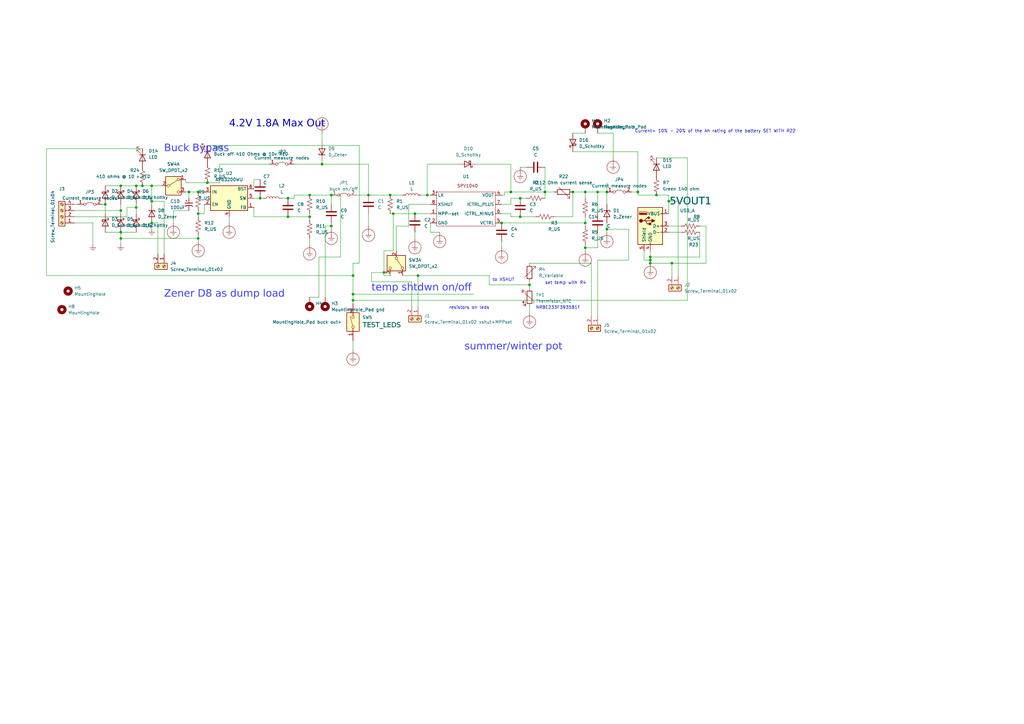
<source format=kicad_sch>
(kicad_sch (version 20230121) (generator eeschema)

  (uuid bea6031c-b7c1-4b65-9a2b-7d7982861e73)

  (paper "A3")

  (lib_symbols
    (symbol "Connector:Screw_Terminal_01x02" (pin_names (offset 1.016) hide) (in_bom yes) (on_board yes)
      (property "Reference" "J" (at 0 2.54 0)
        (effects (font (size 1.27 1.27)))
      )
      (property "Value" "Screw_Terminal_01x02" (at 0 -5.08 0)
        (effects (font (size 1.27 1.27)))
      )
      (property "Footprint" "" (at 0 0 0)
        (effects (font (size 1.27 1.27)) hide)
      )
      (property "Datasheet" "~" (at 0 0 0)
        (effects (font (size 1.27 1.27)) hide)
      )
      (property "ki_keywords" "screw terminal" (at 0 0 0)
        (effects (font (size 1.27 1.27)) hide)
      )
      (property "ki_description" "Generic screw terminal, single row, 01x02, script generated (kicad-library-utils/schlib/autogen/connector/)" (at 0 0 0)
        (effects (font (size 1.27 1.27)) hide)
      )
      (property "ki_fp_filters" "TerminalBlock*:*" (at 0 0 0)
        (effects (font (size 1.27 1.27)) hide)
      )
      (symbol "Screw_Terminal_01x02_1_1"
        (rectangle (start -1.27 1.27) (end 1.27 -3.81)
          (stroke (width 0.254) (type default))
          (fill (type background))
        )
        (circle (center 0 -2.54) (radius 0.635)
          (stroke (width 0.1524) (type default))
          (fill (type none))
        )
        (polyline
          (pts
            (xy -0.5334 -2.2098)
            (xy 0.3302 -3.048)
          )
          (stroke (width 0.1524) (type default))
          (fill (type none))
        )
        (polyline
          (pts
            (xy -0.5334 0.3302)
            (xy 0.3302 -0.508)
          )
          (stroke (width 0.1524) (type default))
          (fill (type none))
        )
        (polyline
          (pts
            (xy -0.3556 -2.032)
            (xy 0.508 -2.8702)
          )
          (stroke (width 0.1524) (type default))
          (fill (type none))
        )
        (polyline
          (pts
            (xy -0.3556 0.508)
            (xy 0.508 -0.3302)
          )
          (stroke (width 0.1524) (type default))
          (fill (type none))
        )
        (circle (center 0 0) (radius 0.635)
          (stroke (width 0.1524) (type default))
          (fill (type none))
        )
        (pin passive line (at -5.08 0 0) (length 3.81)
          (name "Pin_1" (effects (font (size 1.27 1.27))))
          (number "1" (effects (font (size 1.27 1.27))))
        )
        (pin passive line (at -5.08 -2.54 0) (length 3.81)
          (name "Pin_2" (effects (font (size 1.27 1.27))))
          (number "2" (effects (font (size 1.27 1.27))))
        )
      )
    )
    (symbol "Connector:Screw_Terminal_01x04" (pin_names (offset 1.016) hide) (in_bom yes) (on_board yes)
      (property "Reference" "J" (at 0 5.08 0)
        (effects (font (size 1.27 1.27)))
      )
      (property "Value" "Screw_Terminal_01x04" (at 0 -7.62 0)
        (effects (font (size 1.27 1.27)))
      )
      (property "Footprint" "" (at 0 0 0)
        (effects (font (size 1.27 1.27)) hide)
      )
      (property "Datasheet" "~" (at 0 0 0)
        (effects (font (size 1.27 1.27)) hide)
      )
      (property "ki_keywords" "screw terminal" (at 0 0 0)
        (effects (font (size 1.27 1.27)) hide)
      )
      (property "ki_description" "Generic screw terminal, single row, 01x04, script generated (kicad-library-utils/schlib/autogen/connector/)" (at 0 0 0)
        (effects (font (size 1.27 1.27)) hide)
      )
      (property "ki_fp_filters" "TerminalBlock*:*" (at 0 0 0)
        (effects (font (size 1.27 1.27)) hide)
      )
      (symbol "Screw_Terminal_01x04_1_1"
        (rectangle (start -1.27 3.81) (end 1.27 -6.35)
          (stroke (width 0.254) (type default))
          (fill (type background))
        )
        (circle (center 0 -5.08) (radius 0.635)
          (stroke (width 0.1524) (type default))
          (fill (type none))
        )
        (circle (center 0 -2.54) (radius 0.635)
          (stroke (width 0.1524) (type default))
          (fill (type none))
        )
        (polyline
          (pts
            (xy -0.5334 -4.7498)
            (xy 0.3302 -5.588)
          )
          (stroke (width 0.1524) (type default))
          (fill (type none))
        )
        (polyline
          (pts
            (xy -0.5334 -2.2098)
            (xy 0.3302 -3.048)
          )
          (stroke (width 0.1524) (type default))
          (fill (type none))
        )
        (polyline
          (pts
            (xy -0.5334 0.3302)
            (xy 0.3302 -0.508)
          )
          (stroke (width 0.1524) (type default))
          (fill (type none))
        )
        (polyline
          (pts
            (xy -0.5334 2.8702)
            (xy 0.3302 2.032)
          )
          (stroke (width 0.1524) (type default))
          (fill (type none))
        )
        (polyline
          (pts
            (xy -0.3556 -4.572)
            (xy 0.508 -5.4102)
          )
          (stroke (width 0.1524) (type default))
          (fill (type none))
        )
        (polyline
          (pts
            (xy -0.3556 -2.032)
            (xy 0.508 -2.8702)
          )
          (stroke (width 0.1524) (type default))
          (fill (type none))
        )
        (polyline
          (pts
            (xy -0.3556 0.508)
            (xy 0.508 -0.3302)
          )
          (stroke (width 0.1524) (type default))
          (fill (type none))
        )
        (polyline
          (pts
            (xy -0.3556 3.048)
            (xy 0.508 2.2098)
          )
          (stroke (width 0.1524) (type default))
          (fill (type none))
        )
        (circle (center 0 0) (radius 0.635)
          (stroke (width 0.1524) (type default))
          (fill (type none))
        )
        (circle (center 0 2.54) (radius 0.635)
          (stroke (width 0.1524) (type default))
          (fill (type none))
        )
        (pin passive line (at -5.08 2.54 0) (length 3.81)
          (name "Pin_1" (effects (font (size 1.27 1.27))))
          (number "1" (effects (font (size 1.27 1.27))))
        )
        (pin passive line (at -5.08 0 0) (length 3.81)
          (name "Pin_2" (effects (font (size 1.27 1.27))))
          (number "2" (effects (font (size 1.27 1.27))))
        )
        (pin passive line (at -5.08 -2.54 0) (length 3.81)
          (name "Pin_3" (effects (font (size 1.27 1.27))))
          (number "3" (effects (font (size 1.27 1.27))))
        )
        (pin passive line (at -5.08 -5.08 0) (length 3.81)
          (name "Pin_4" (effects (font (size 1.27 1.27))))
          (number "4" (effects (font (size 1.27 1.27))))
        )
      )
    )
    (symbol "Connector:USB_A" (pin_names (offset 1.016)) (in_bom yes) (on_board yes)
      (property "Reference" "J" (at -5.08 11.43 0)
        (effects (font (size 1.27 1.27)) (justify left))
      )
      (property "Value" "USB_A" (at -5.08 8.89 0)
        (effects (font (size 1.27 1.27)) (justify left))
      )
      (property "Footprint" "" (at 3.81 -1.27 0)
        (effects (font (size 1.27 1.27)) hide)
      )
      (property "Datasheet" " ~" (at 3.81 -1.27 0)
        (effects (font (size 1.27 1.27)) hide)
      )
      (property "ki_keywords" "connector USB" (at 0 0 0)
        (effects (font (size 1.27 1.27)) hide)
      )
      (property "ki_description" "USB Type A connector" (at 0 0 0)
        (effects (font (size 1.27 1.27)) hide)
      )
      (property "ki_fp_filters" "USB*" (at 0 0 0)
        (effects (font (size 1.27 1.27)) hide)
      )
      (symbol "USB_A_0_1"
        (rectangle (start -5.08 -7.62) (end 5.08 7.62)
          (stroke (width 0.254) (type default))
          (fill (type background))
        )
        (circle (center -3.81 2.159) (radius 0.635)
          (stroke (width 0.254) (type default))
          (fill (type outline))
        )
        (rectangle (start -1.524 4.826) (end -4.318 5.334)
          (stroke (width 0) (type default))
          (fill (type outline))
        )
        (rectangle (start -1.27 4.572) (end -4.572 5.842)
          (stroke (width 0) (type default))
          (fill (type none))
        )
        (circle (center -0.635 3.429) (radius 0.381)
          (stroke (width 0.254) (type default))
          (fill (type outline))
        )
        (rectangle (start -0.127 -7.62) (end 0.127 -6.858)
          (stroke (width 0) (type default))
          (fill (type none))
        )
        (polyline
          (pts
            (xy -3.175 2.159)
            (xy -2.54 2.159)
            (xy -1.27 3.429)
            (xy -0.635 3.429)
          )
          (stroke (width 0.254) (type default))
          (fill (type none))
        )
        (polyline
          (pts
            (xy -2.54 2.159)
            (xy -1.905 2.159)
            (xy -1.27 0.889)
            (xy 0 0.889)
          )
          (stroke (width 0.254) (type default))
          (fill (type none))
        )
        (polyline
          (pts
            (xy 0.635 2.794)
            (xy 0.635 1.524)
            (xy 1.905 2.159)
            (xy 0.635 2.794)
          )
          (stroke (width 0.254) (type default))
          (fill (type outline))
        )
        (rectangle (start 0.254 1.27) (end -0.508 0.508)
          (stroke (width 0.254) (type default))
          (fill (type outline))
        )
        (rectangle (start 5.08 -2.667) (end 4.318 -2.413)
          (stroke (width 0) (type default))
          (fill (type none))
        )
        (rectangle (start 5.08 -0.127) (end 4.318 0.127)
          (stroke (width 0) (type default))
          (fill (type none))
        )
        (rectangle (start 5.08 4.953) (end 4.318 5.207)
          (stroke (width 0) (type default))
          (fill (type none))
        )
      )
      (symbol "USB_A_1_1"
        (polyline
          (pts
            (xy -1.905 2.159)
            (xy 0.635 2.159)
          )
          (stroke (width 0.254) (type default))
          (fill (type none))
        )
        (pin power_in line (at 7.62 5.08 180) (length 2.54)
          (name "VBUS" (effects (font (size 1.27 1.27))))
          (number "1" (effects (font (size 1.27 1.27))))
        )
        (pin bidirectional line (at 7.62 -2.54 180) (length 2.54)
          (name "D-" (effects (font (size 1.27 1.27))))
          (number "2" (effects (font (size 1.27 1.27))))
        )
        (pin bidirectional line (at 7.62 0 180) (length 2.54)
          (name "D+" (effects (font (size 1.27 1.27))))
          (number "3" (effects (font (size 1.27 1.27))))
        )
        (pin power_in line (at 0 -10.16 90) (length 2.54)
          (name "GND" (effects (font (size 1.27 1.27))))
          (number "4" (effects (font (size 1.27 1.27))))
        )
        (pin passive line (at -2.54 -10.16 90) (length 2.54)
          (name "Shield" (effects (font (size 1.27 1.27))))
          (number "5" (effects (font (size 1.27 1.27))))
        )
      )
    )
    (symbol "Device:C" (pin_numbers hide) (pin_names (offset 0.254)) (in_bom yes) (on_board yes)
      (property "Reference" "C" (at 0.635 2.54 0)
        (effects (font (size 1.27 1.27)) (justify left))
      )
      (property "Value" "C" (at 0.635 -2.54 0)
        (effects (font (size 1.27 1.27)) (justify left))
      )
      (property "Footprint" "" (at 0.9652 -3.81 0)
        (effects (font (size 1.27 1.27)) hide)
      )
      (property "Datasheet" "~" (at 0 0 0)
        (effects (font (size 1.27 1.27)) hide)
      )
      (property "ki_keywords" "cap capacitor" (at 0 0 0)
        (effects (font (size 1.27 1.27)) hide)
      )
      (property "ki_description" "Unpolarized capacitor" (at 0 0 0)
        (effects (font (size 1.27 1.27)) hide)
      )
      (property "ki_fp_filters" "C_*" (at 0 0 0)
        (effects (font (size 1.27 1.27)) hide)
      )
      (symbol "C_0_1"
        (polyline
          (pts
            (xy -2.032 -0.762)
            (xy 2.032 -0.762)
          )
          (stroke (width 0.508) (type default))
          (fill (type none))
        )
        (polyline
          (pts
            (xy -2.032 0.762)
            (xy 2.032 0.762)
          )
          (stroke (width 0.508) (type default))
          (fill (type none))
        )
      )
      (symbol "C_1_1"
        (pin passive line (at 0 3.81 270) (length 2.794)
          (name "~" (effects (font (size 1.27 1.27))))
          (number "1" (effects (font (size 1.27 1.27))))
        )
        (pin passive line (at 0 -3.81 90) (length 2.794)
          (name "~" (effects (font (size 1.27 1.27))))
          (number "2" (effects (font (size 1.27 1.27))))
        )
      )
    )
    (symbol "Device:C_Polarized_Small_US" (pin_numbers hide) (pin_names (offset 0.254) hide) (in_bom yes) (on_board yes)
      (property "Reference" "C" (at 0.254 1.778 0)
        (effects (font (size 1.27 1.27)) (justify left))
      )
      (property "Value" "C_Polarized_Small_US" (at 0.254 -2.032 0)
        (effects (font (size 1.27 1.27)) (justify left))
      )
      (property "Footprint" "" (at 0 0 0)
        (effects (font (size 1.27 1.27)) hide)
      )
      (property "Datasheet" "~" (at 0 0 0)
        (effects (font (size 1.27 1.27)) hide)
      )
      (property "ki_keywords" "cap capacitor" (at 0 0 0)
        (effects (font (size 1.27 1.27)) hide)
      )
      (property "ki_description" "Polarized capacitor, small US symbol" (at 0 0 0)
        (effects (font (size 1.27 1.27)) hide)
      )
      (property "ki_fp_filters" "CP_*" (at 0 0 0)
        (effects (font (size 1.27 1.27)) hide)
      )
      (symbol "C_Polarized_Small_US_0_1"
        (polyline
          (pts
            (xy -1.524 0.508)
            (xy 1.524 0.508)
          )
          (stroke (width 0.3048) (type default))
          (fill (type none))
        )
        (polyline
          (pts
            (xy -1.27 1.524)
            (xy -0.762 1.524)
          )
          (stroke (width 0) (type default))
          (fill (type none))
        )
        (polyline
          (pts
            (xy -1.016 1.27)
            (xy -1.016 1.778)
          )
          (stroke (width 0) (type default))
          (fill (type none))
        )
        (arc (start 1.524 -0.762) (mid 0 -0.3734) (end -1.524 -0.762)
          (stroke (width 0.3048) (type default))
          (fill (type none))
        )
      )
      (symbol "C_Polarized_Small_US_1_1"
        (pin passive line (at 0 2.54 270) (length 2.032)
          (name "~" (effects (font (size 1.27 1.27))))
          (number "1" (effects (font (size 1.27 1.27))))
        )
        (pin passive line (at 0 -2.54 90) (length 2.032)
          (name "~" (effects (font (size 1.27 1.27))))
          (number "2" (effects (font (size 1.27 1.27))))
        )
      )
    )
    (symbol "Device:D_Schottky" (pin_numbers hide) (pin_names (offset 1.016) hide) (in_bom yes) (on_board yes)
      (property "Reference" "D" (at 0 2.54 0)
        (effects (font (size 1.27 1.27)))
      )
      (property "Value" "D_Schottky" (at 0 -2.54 0)
        (effects (font (size 1.27 1.27)))
      )
      (property "Footprint" "" (at 0 0 0)
        (effects (font (size 1.27 1.27)) hide)
      )
      (property "Datasheet" "~" (at 0 0 0)
        (effects (font (size 1.27 1.27)) hide)
      )
      (property "ki_keywords" "diode Schottky" (at 0 0 0)
        (effects (font (size 1.27 1.27)) hide)
      )
      (property "ki_description" "Schottky diode" (at 0 0 0)
        (effects (font (size 1.27 1.27)) hide)
      )
      (property "ki_fp_filters" "TO-???* *_Diode_* *SingleDiode* D_*" (at 0 0 0)
        (effects (font (size 1.27 1.27)) hide)
      )
      (symbol "D_Schottky_0_1"
        (polyline
          (pts
            (xy 1.27 0)
            (xy -1.27 0)
          )
          (stroke (width 0) (type default))
          (fill (type none))
        )
        (polyline
          (pts
            (xy 1.27 1.27)
            (xy 1.27 -1.27)
            (xy -1.27 0)
            (xy 1.27 1.27)
          )
          (stroke (width 0.254) (type default))
          (fill (type none))
        )
        (polyline
          (pts
            (xy -1.905 0.635)
            (xy -1.905 1.27)
            (xy -1.27 1.27)
            (xy -1.27 -1.27)
            (xy -0.635 -1.27)
            (xy -0.635 -0.635)
          )
          (stroke (width 0.254) (type default))
          (fill (type none))
        )
      )
      (symbol "D_Schottky_1_1"
        (pin passive line (at -3.81 0 0) (length 2.54)
          (name "K" (effects (font (size 1.27 1.27))))
          (number "1" (effects (font (size 1.27 1.27))))
        )
        (pin passive line (at 3.81 0 180) (length 2.54)
          (name "A" (effects (font (size 1.27 1.27))))
          (number "2" (effects (font (size 1.27 1.27))))
        )
      )
    )
    (symbol "Device:D_Zener" (pin_numbers hide) (pin_names (offset 1.016) hide) (in_bom yes) (on_board yes)
      (property "Reference" "D" (at 0 2.54 0)
        (effects (font (size 1.27 1.27)))
      )
      (property "Value" "D_Zener" (at 0 -2.54 0)
        (effects (font (size 1.27 1.27)))
      )
      (property "Footprint" "" (at 0 0 0)
        (effects (font (size 1.27 1.27)) hide)
      )
      (property "Datasheet" "~" (at 0 0 0)
        (effects (font (size 1.27 1.27)) hide)
      )
      (property "ki_keywords" "diode" (at 0 0 0)
        (effects (font (size 1.27 1.27)) hide)
      )
      (property "ki_description" "Zener diode" (at 0 0 0)
        (effects (font (size 1.27 1.27)) hide)
      )
      (property "ki_fp_filters" "TO-???* *_Diode_* *SingleDiode* D_*" (at 0 0 0)
        (effects (font (size 1.27 1.27)) hide)
      )
      (symbol "D_Zener_0_1"
        (polyline
          (pts
            (xy 1.27 0)
            (xy -1.27 0)
          )
          (stroke (width 0) (type default))
          (fill (type none))
        )
        (polyline
          (pts
            (xy -1.27 -1.27)
            (xy -1.27 1.27)
            (xy -0.762 1.27)
          )
          (stroke (width 0.254) (type default))
          (fill (type none))
        )
        (polyline
          (pts
            (xy 1.27 -1.27)
            (xy 1.27 1.27)
            (xy -1.27 0)
            (xy 1.27 -1.27)
          )
          (stroke (width 0.254) (type default))
          (fill (type none))
        )
      )
      (symbol "D_Zener_1_1"
        (pin passive line (at -3.81 0 0) (length 2.54)
          (name "K" (effects (font (size 1.27 1.27))))
          (number "1" (effects (font (size 1.27 1.27))))
        )
        (pin passive line (at 3.81 0 180) (length 2.54)
          (name "A" (effects (font (size 1.27 1.27))))
          (number "2" (effects (font (size 1.27 1.27))))
        )
      )
    )
    (symbol "Device:L" (pin_numbers hide) (pin_names (offset 1.016) hide) (in_bom yes) (on_board yes)
      (property "Reference" "L" (at -1.27 0 90)
        (effects (font (size 1.27 1.27)))
      )
      (property "Value" "L" (at 1.905 0 90)
        (effects (font (size 1.27 1.27)))
      )
      (property "Footprint" "" (at 0 0 0)
        (effects (font (size 1.27 1.27)) hide)
      )
      (property "Datasheet" "~" (at 0 0 0)
        (effects (font (size 1.27 1.27)) hide)
      )
      (property "ki_keywords" "inductor choke coil reactor magnetic" (at 0 0 0)
        (effects (font (size 1.27 1.27)) hide)
      )
      (property "ki_description" "Inductor" (at 0 0 0)
        (effects (font (size 1.27 1.27)) hide)
      )
      (property "ki_fp_filters" "Choke_* *Coil* Inductor_* L_*" (at 0 0 0)
        (effects (font (size 1.27 1.27)) hide)
      )
      (symbol "L_0_1"
        (arc (start 0 -2.54) (mid 0.6323 -1.905) (end 0 -1.27)
          (stroke (width 0) (type default))
          (fill (type none))
        )
        (arc (start 0 -1.27) (mid 0.6323 -0.635) (end 0 0)
          (stroke (width 0) (type default))
          (fill (type none))
        )
        (arc (start 0 0) (mid 0.6323 0.635) (end 0 1.27)
          (stroke (width 0) (type default))
          (fill (type none))
        )
        (arc (start 0 1.27) (mid 0.6323 1.905) (end 0 2.54)
          (stroke (width 0) (type default))
          (fill (type none))
        )
      )
      (symbol "L_1_1"
        (pin passive line (at 0 3.81 270) (length 1.27)
          (name "1" (effects (font (size 1.27 1.27))))
          (number "1" (effects (font (size 1.27 1.27))))
        )
        (pin passive line (at 0 -3.81 90) (length 1.27)
          (name "2" (effects (font (size 1.27 1.27))))
          (number "2" (effects (font (size 1.27 1.27))))
        )
      )
    )
    (symbol "Device:LED" (pin_numbers hide) (pin_names (offset 1.016) hide) (in_bom yes) (on_board yes)
      (property "Reference" "D" (at 0 2.54 0)
        (effects (font (size 1.27 1.27)))
      )
      (property "Value" "LED" (at 0 -2.54 0)
        (effects (font (size 1.27 1.27)))
      )
      (property "Footprint" "" (at 0 0 0)
        (effects (font (size 1.27 1.27)) hide)
      )
      (property "Datasheet" "~" (at 0 0 0)
        (effects (font (size 1.27 1.27)) hide)
      )
      (property "ki_keywords" "LED diode" (at 0 0 0)
        (effects (font (size 1.27 1.27)) hide)
      )
      (property "ki_description" "Light emitting diode" (at 0 0 0)
        (effects (font (size 1.27 1.27)) hide)
      )
      (property "ki_fp_filters" "LED* LED_SMD:* LED_THT:*" (at 0 0 0)
        (effects (font (size 1.27 1.27)) hide)
      )
      (symbol "LED_0_1"
        (polyline
          (pts
            (xy -1.27 -1.27)
            (xy -1.27 1.27)
          )
          (stroke (width 0.254) (type default))
          (fill (type none))
        )
        (polyline
          (pts
            (xy -1.27 0)
            (xy 1.27 0)
          )
          (stroke (width 0) (type default))
          (fill (type none))
        )
        (polyline
          (pts
            (xy 1.27 -1.27)
            (xy 1.27 1.27)
            (xy -1.27 0)
            (xy 1.27 -1.27)
          )
          (stroke (width 0.254) (type default))
          (fill (type none))
        )
        (polyline
          (pts
            (xy -3.048 -0.762)
            (xy -4.572 -2.286)
            (xy -3.81 -2.286)
            (xy -4.572 -2.286)
            (xy -4.572 -1.524)
          )
          (stroke (width 0) (type default))
          (fill (type none))
        )
        (polyline
          (pts
            (xy -1.778 -0.762)
            (xy -3.302 -2.286)
            (xy -2.54 -2.286)
            (xy -3.302 -2.286)
            (xy -3.302 -1.524)
          )
          (stroke (width 0) (type default))
          (fill (type none))
        )
      )
      (symbol "LED_1_1"
        (pin passive line (at -3.81 0 0) (length 2.54)
          (name "K" (effects (font (size 1.27 1.27))))
          (number "1" (effects (font (size 1.27 1.27))))
        )
        (pin passive line (at 3.81 0 180) (length 2.54)
          (name "A" (effects (font (size 1.27 1.27))))
          (number "2" (effects (font (size 1.27 1.27))))
        )
      )
    )
    (symbol "Device:R_US" (pin_numbers hide) (pin_names (offset 0)) (in_bom yes) (on_board yes)
      (property "Reference" "R" (at 2.54 0 90)
        (effects (font (size 1.27 1.27)))
      )
      (property "Value" "R_US" (at -2.54 0 90)
        (effects (font (size 1.27 1.27)))
      )
      (property "Footprint" "" (at 1.016 -0.254 90)
        (effects (font (size 1.27 1.27)) hide)
      )
      (property "Datasheet" "~" (at 0 0 0)
        (effects (font (size 1.27 1.27)) hide)
      )
      (property "ki_keywords" "R res resistor" (at 0 0 0)
        (effects (font (size 1.27 1.27)) hide)
      )
      (property "ki_description" "Resistor, US symbol" (at 0 0 0)
        (effects (font (size 1.27 1.27)) hide)
      )
      (property "ki_fp_filters" "R_*" (at 0 0 0)
        (effects (font (size 1.27 1.27)) hide)
      )
      (symbol "R_US_0_1"
        (polyline
          (pts
            (xy 0 -2.286)
            (xy 0 -2.54)
          )
          (stroke (width 0) (type default))
          (fill (type none))
        )
        (polyline
          (pts
            (xy 0 2.286)
            (xy 0 2.54)
          )
          (stroke (width 0) (type default))
          (fill (type none))
        )
        (polyline
          (pts
            (xy 0 -0.762)
            (xy 1.016 -1.143)
            (xy 0 -1.524)
            (xy -1.016 -1.905)
            (xy 0 -2.286)
          )
          (stroke (width 0) (type default))
          (fill (type none))
        )
        (polyline
          (pts
            (xy 0 0.762)
            (xy 1.016 0.381)
            (xy 0 0)
            (xy -1.016 -0.381)
            (xy 0 -0.762)
          )
          (stroke (width 0) (type default))
          (fill (type none))
        )
        (polyline
          (pts
            (xy 0 2.286)
            (xy 1.016 1.905)
            (xy 0 1.524)
            (xy -1.016 1.143)
            (xy 0 0.762)
          )
          (stroke (width 0) (type default))
          (fill (type none))
        )
      )
      (symbol "R_US_1_1"
        (pin passive line (at 0 3.81 270) (length 1.27)
          (name "~" (effects (font (size 1.27 1.27))))
          (number "1" (effects (font (size 1.27 1.27))))
        )
        (pin passive line (at 0 -3.81 90) (length 1.27)
          (name "~" (effects (font (size 1.27 1.27))))
          (number "2" (effects (font (size 1.27 1.27))))
        )
      )
    )
    (symbol "Device:R_Variable" (pin_numbers hide) (pin_names (offset 0)) (in_bom yes) (on_board yes)
      (property "Reference" "R" (at 2.54 -2.54 90)
        (effects (font (size 1.27 1.27)) (justify left))
      )
      (property "Value" "R_Variable" (at -2.54 -1.27 90)
        (effects (font (size 1.27 1.27)) (justify left))
      )
      (property "Footprint" "" (at -1.778 0 90)
        (effects (font (size 1.27 1.27)) hide)
      )
      (property "Datasheet" "~" (at 0 0 0)
        (effects (font (size 1.27 1.27)) hide)
      )
      (property "ki_keywords" "R res resistor variable potentiometer rheostat" (at 0 0 0)
        (effects (font (size 1.27 1.27)) hide)
      )
      (property "ki_description" "Variable resistor" (at 0 0 0)
        (effects (font (size 1.27 1.27)) hide)
      )
      (property "ki_fp_filters" "R_*" (at 0 0 0)
        (effects (font (size 1.27 1.27)) hide)
      )
      (symbol "R_Variable_0_1"
        (rectangle (start -1.016 -2.54) (end 1.016 2.54)
          (stroke (width 0.254) (type default))
          (fill (type none))
        )
        (polyline
          (pts
            (xy 2.54 1.524)
            (xy 2.54 2.54)
            (xy 1.524 2.54)
            (xy 2.54 2.54)
            (xy -2.032 -2.032)
          )
          (stroke (width 0) (type default))
          (fill (type none))
        )
      )
      (symbol "R_Variable_1_1"
        (pin passive line (at 0 3.81 270) (length 1.27)
          (name "~" (effects (font (size 1.27 1.27))))
          (number "1" (effects (font (size 1.27 1.27))))
        )
        (pin passive line (at 0 -3.81 90) (length 1.27)
          (name "~" (effects (font (size 1.27 1.27))))
          (number "2" (effects (font (size 1.27 1.27))))
        )
      )
    )
    (symbol "Device:Thermistor_NTC" (pin_numbers hide) (pin_names (offset 0)) (in_bom yes) (on_board yes)
      (property "Reference" "TH" (at -4.445 0 90)
        (effects (font (size 1.27 1.27)))
      )
      (property "Value" "Thermistor_NTC" (at 3.175 0 90)
        (effects (font (size 1.27 1.27)))
      )
      (property "Footprint" "" (at 0 1.27 0)
        (effects (font (size 1.27 1.27)) hide)
      )
      (property "Datasheet" "~" (at 0 1.27 0)
        (effects (font (size 1.27 1.27)) hide)
      )
      (property "ki_keywords" "thermistor NTC resistor sensor RTD" (at 0 0 0)
        (effects (font (size 1.27 1.27)) hide)
      )
      (property "ki_description" "Temperature dependent resistor, negative temperature coefficient" (at 0 0 0)
        (effects (font (size 1.27 1.27)) hide)
      )
      (property "ki_fp_filters" "*NTC* *Thermistor* PIN?ARRAY* bornier* *Terminal?Block* R_*" (at 0 0 0)
        (effects (font (size 1.27 1.27)) hide)
      )
      (symbol "Thermistor_NTC_0_1"
        (arc (start -3.048 2.159) (mid -3.0495 2.3143) (end -3.175 2.413)
          (stroke (width 0) (type default))
          (fill (type none))
        )
        (arc (start -3.048 2.159) (mid -2.9736 1.9794) (end -2.794 1.905)
          (stroke (width 0) (type default))
          (fill (type none))
        )
        (arc (start -3.048 2.794) (mid -2.9736 2.6144) (end -2.794 2.54)
          (stroke (width 0) (type default))
          (fill (type none))
        )
        (arc (start -2.794 1.905) (mid -2.6144 1.9794) (end -2.54 2.159)
          (stroke (width 0) (type default))
          (fill (type none))
        )
        (arc (start -2.794 2.54) (mid -2.4393 2.5587) (end -2.159 2.794)
          (stroke (width 0) (type default))
          (fill (type none))
        )
        (arc (start -2.794 3.048) (mid -2.9736 2.9736) (end -3.048 2.794)
          (stroke (width 0) (type default))
          (fill (type none))
        )
        (arc (start -2.54 2.794) (mid -2.6144 2.9736) (end -2.794 3.048)
          (stroke (width 0) (type default))
          (fill (type none))
        )
        (rectangle (start -1.016 2.54) (end 1.016 -2.54)
          (stroke (width 0.254) (type default))
          (fill (type none))
        )
        (polyline
          (pts
            (xy -2.54 2.159)
            (xy -2.54 2.794)
          )
          (stroke (width 0) (type default))
          (fill (type none))
        )
        (polyline
          (pts
            (xy -1.778 2.54)
            (xy -1.778 1.524)
            (xy 1.778 -1.524)
            (xy 1.778 -2.54)
          )
          (stroke (width 0) (type default))
          (fill (type none))
        )
        (polyline
          (pts
            (xy -2.54 -3.683)
            (xy -2.54 -1.397)
            (xy -2.794 -2.159)
            (xy -2.286 -2.159)
            (xy -2.54 -1.397)
            (xy -2.54 -1.651)
          )
          (stroke (width 0) (type default))
          (fill (type outline))
        )
        (polyline
          (pts
            (xy -1.778 -1.397)
            (xy -1.778 -3.683)
            (xy -2.032 -2.921)
            (xy -1.524 -2.921)
            (xy -1.778 -3.683)
            (xy -1.778 -3.429)
          )
          (stroke (width 0) (type default))
          (fill (type outline))
        )
      )
      (symbol "Thermistor_NTC_1_1"
        (pin passive line (at 0 3.81 270) (length 1.27)
          (name "~" (effects (font (size 1.27 1.27))))
          (number "1" (effects (font (size 1.27 1.27))))
        )
        (pin passive line (at 0 -3.81 90) (length 1.27)
          (name "~" (effects (font (size 1.27 1.27))))
          (number "2" (effects (font (size 1.27 1.27))))
        )
      )
    )
    (symbol "Jumper:Jumper_2_Bridged" (pin_names (offset 0) hide) (in_bom yes) (on_board yes)
      (property "Reference" "JP" (at 0 1.905 0)
        (effects (font (size 1.27 1.27)))
      )
      (property "Value" "Jumper_2_Bridged" (at 0 -2.54 0)
        (effects (font (size 1.27 1.27)))
      )
      (property "Footprint" "" (at 0 0 0)
        (effects (font (size 1.27 1.27)) hide)
      )
      (property "Datasheet" "~" (at 0 0 0)
        (effects (font (size 1.27 1.27)) hide)
      )
      (property "ki_keywords" "Jumper SPST" (at 0 0 0)
        (effects (font (size 1.27 1.27)) hide)
      )
      (property "ki_description" "Jumper, 2-pole, closed/bridged" (at 0 0 0)
        (effects (font (size 1.27 1.27)) hide)
      )
      (property "ki_fp_filters" "Jumper* TestPoint*2Pads* TestPoint*Bridge*" (at 0 0 0)
        (effects (font (size 1.27 1.27)) hide)
      )
      (symbol "Jumper_2_Bridged_0_0"
        (circle (center -2.032 0) (radius 0.508)
          (stroke (width 0) (type default))
          (fill (type none))
        )
        (circle (center 2.032 0) (radius 0.508)
          (stroke (width 0) (type default))
          (fill (type none))
        )
      )
      (symbol "Jumper_2_Bridged_0_1"
        (arc (start 1.524 0.254) (mid 0 0.762) (end -1.524 0.254)
          (stroke (width 0) (type default))
          (fill (type none))
        )
      )
      (symbol "Jumper_2_Bridged_1_1"
        (pin passive line (at -5.08 0 0) (length 2.54)
          (name "A" (effects (font (size 1.27 1.27))))
          (number "1" (effects (font (size 1.27 1.27))))
        )
        (pin passive line (at 5.08 0 180) (length 2.54)
          (name "B" (effects (font (size 1.27 1.27))))
          (number "2" (effects (font (size 1.27 1.27))))
        )
      )
    )
    (symbol "Mechanical:MountingHole" (pin_names (offset 1.016)) (in_bom yes) (on_board yes)
      (property "Reference" "H" (at 0 5.08 0)
        (effects (font (size 1.27 1.27)))
      )
      (property "Value" "MountingHole" (at 0 3.175 0)
        (effects (font (size 1.27 1.27)))
      )
      (property "Footprint" "" (at 0 0 0)
        (effects (font (size 1.27 1.27)) hide)
      )
      (property "Datasheet" "~" (at 0 0 0)
        (effects (font (size 1.27 1.27)) hide)
      )
      (property "ki_keywords" "mounting hole" (at 0 0 0)
        (effects (font (size 1.27 1.27)) hide)
      )
      (property "ki_description" "Mounting Hole without connection" (at 0 0 0)
        (effects (font (size 1.27 1.27)) hide)
      )
      (property "ki_fp_filters" "MountingHole*" (at 0 0 0)
        (effects (font (size 1.27 1.27)) hide)
      )
      (symbol "MountingHole_0_1"
        (circle (center 0 0) (radius 1.27)
          (stroke (width 1.27) (type default))
          (fill (type none))
        )
      )
    )
    (symbol "Mechanical:MountingHole_Pad" (pin_numbers hide) (pin_names (offset 1.016) hide) (in_bom yes) (on_board yes)
      (property "Reference" "H" (at 0 6.35 0)
        (effects (font (size 1.27 1.27)))
      )
      (property "Value" "MountingHole_Pad" (at 0 4.445 0)
        (effects (font (size 1.27 1.27)))
      )
      (property "Footprint" "" (at 0 0 0)
        (effects (font (size 1.27 1.27)) hide)
      )
      (property "Datasheet" "~" (at 0 0 0)
        (effects (font (size 1.27 1.27)) hide)
      )
      (property "ki_keywords" "mounting hole" (at 0 0 0)
        (effects (font (size 1.27 1.27)) hide)
      )
      (property "ki_description" "Mounting Hole with connection" (at 0 0 0)
        (effects (font (size 1.27 1.27)) hide)
      )
      (property "ki_fp_filters" "MountingHole*Pad*" (at 0 0 0)
        (effects (font (size 1.27 1.27)) hide)
      )
      (symbol "MountingHole_Pad_0_1"
        (circle (center 0 1.27) (radius 1.27)
          (stroke (width 1.27) (type default))
          (fill (type none))
        )
      )
      (symbol "MountingHole_Pad_1_1"
        (pin input line (at 0 -2.54 90) (length 2.54)
          (name "1" (effects (font (size 1.27 1.27))))
          (number "1" (effects (font (size 1.27 1.27))))
        )
      )
    )
    (symbol "Mlib:SPV1040" (in_bom yes) (on_board yes)
      (property "Reference" "U1" (at 12.065 6.35 0)
        (effects (font (size 1.27 1.27)))
      )
      (property "Value" "~" (at 0 0 0)
        (effects (font (size 1.27 1.27)))
      )
      (property "Footprint" "" (at 0 0 0)
        (effects (font (size 1.27 1.27)) hide)
      )
      (property "Datasheet" "" (at 0 0 0)
        (effects (font (size 1.27 1.27)) hide)
      )
      (property "ki_keywords" "Battery Management, solar, MPPT" (at 0 0 0)
        (effects (font (size 1.27 1.27)) hide)
      )
      (property "ki_description" "High efficiency solar battery charger with embedded MPPT" (at 0 0 0)
        (effects (font (size 1.27 1.27)) hide)
      )
      (symbol "SPV1040_0_1"
        (rectangle (start 0 0) (end 24.13 -13.97)
          (stroke (width 0) (type default))
          (fill (type none))
        )
      )
      (symbol "SPV1040_1_1"
        (text "SPV1040" (at 12.7 2.54 0)
          (effects (font (size 1.27 1.27)))
        )
        (pin bidirectional line (at -2.54 -8.89 0) (length 2.54)
          (name "MPP-set" (effects (font (size 1.27 1.27))))
          (number "1" (effects (font (size 1.27 1.27))))
        )
        (pin bidirectional line (at -2.54 -12.7 0) (length 2.54)
          (name "GND" (effects (font (size 1.27 1.27))))
          (number "2" (effects (font (size 1.27 1.27))))
        )
        (pin bidirectional line (at -2.54 -1.27 0) (length 2.54)
          (name "LX" (effects (font (size 1.27 1.27))))
          (number "3" (effects (font (size 1.27 1.27))))
        )
        (pin power_out line (at 26.67 -1.27 180) (length 2.54)
          (name "VOUT" (effects (font (size 1.27 1.27))))
          (number "4" (effects (font (size 1.27 1.27))))
        )
        (pin bidirectional line (at 26.67 -12.7 180) (length 2.54)
          (name "VCTRL" (effects (font (size 1.27 1.27))))
          (number "5" (effects (font (size 1.27 1.27))))
        )
        (pin bidirectional line (at 26.67 -8.89 180) (length 2.54)
          (name "ICTRL_MINUS" (effects (font (size 1.27 1.27))))
          (number "6" (effects (font (size 1.27 1.27))))
        )
        (pin bidirectional line (at 26.67 -5.08 180) (length 2.54)
          (name "ICTRL_PLUS" (effects (font (size 1.27 1.27))))
          (number "7" (effects (font (size 1.27 1.27))))
        )
        (pin bidirectional line (at -2.54 -5.08 0) (length 2.54)
          (name "XSHUT" (effects (font (size 1.27 1.27))))
          (number "8" (effects (font (size 1.27 1.27))))
        )
      )
    )
    (symbol "Regulator_Switching:AP63200WU" (in_bom yes) (on_board yes)
      (property "Reference" "U2" (at 0 10.16 0)
        (effects (font (size 1.27 1.27)))
      )
      (property "Value" "AP63200WU" (at 0 7.62 0)
        (effects (font (size 1.27 1.27)))
      )
      (property "Footprint" "Package_TO_SOT_SMD:TSOT-23-6" (at 0 -22.86 0)
        (effects (font (size 1.27 1.27)) hide)
      )
      (property "Datasheet" "https://www.diodes.com/assets/Datasheets/AP63200-AP63201-AP63203-AP63205.pdf" (at 0 0 0)
        (effects (font (size 1.27 1.27)) hide)
      )
      (property "ki_keywords" "2A Buck DC/DC" (at 0 0 0)
        (effects (font (size 1.27 1.27)) hide)
      )
      (property "ki_description" "2A, 500kHz Buck DC/DC Converter, adjustable output voltage, TSOT-23-6" (at 0 0 0)
        (effects (font (size 1.27 1.27)) hide)
      )
      (property "ki_fp_filters" "TSOT?23*" (at 0 0 0)
        (effects (font (size 1.27 1.27)) hide)
      )
      (symbol "AP63200WU_0_1"
        (rectangle (start -7.62 5.08) (end 7.62 -5.08)
          (stroke (width 0.254) (type default))
          (fill (type background))
        )
      )
      (symbol "AP63200WU_1_1"
        (pin input line (at 10.16 -3.81 180) (length 2.54)
          (name "FB" (effects (font (size 1.27 1.27))))
          (number "1" (effects (font (size 1.27 1.27))))
        )
        (pin input line (at -10.16 -2.54 0) (length 2.54)
          (name "EN" (effects (font (size 1.27 1.27))))
          (number "2" (effects (font (size 1.27 1.27))))
        )
        (pin power_in line (at -10.16 2.54 0) (length 2.54)
          (name "IN" (effects (font (size 1.27 1.27))))
          (number "3" (effects (font (size 1.27 1.27))))
        )
        (pin power_in line (at 0 -7.62 90) (length 2.54)
          (name "GND" (effects (font (size 1.27 1.27))))
          (number "4" (effects (font (size 1.27 1.27))))
        )
        (pin output line (at 10.16 0 180) (length 2.54)
          (name "SW" (effects (font (size 1.27 1.27))))
          (number "5" (effects (font (size 1.27 1.27))))
        )
        (pin passive line (at 10.16 3.81 180) (length 2.54)
          (name "BST" (effects (font (size 1.27 1.27))))
          (number "6" (effects (font (size 1.27 1.27))))
        )
      )
    )
    (symbol "Switch:SW_DIP_x01" (pin_names (offset 0) hide) (in_bom yes) (on_board yes)
      (property "Reference" "SW" (at 0 3.81 0)
        (effects (font (size 1.27 1.27)))
      )
      (property "Value" "SW_DIP_x01" (at 0 -3.81 0)
        (effects (font (size 1.27 1.27)))
      )
      (property "Footprint" "" (at 0 0 0)
        (effects (font (size 1.27 1.27)) hide)
      )
      (property "Datasheet" "~" (at 0 0 0)
        (effects (font (size 1.27 1.27)) hide)
      )
      (property "ki_keywords" "dip switch" (at 0 0 0)
        (effects (font (size 1.27 1.27)) hide)
      )
      (property "ki_description" "1x DIP Switch, Single Pole Single Throw (SPST) switch, small symbol" (at 0 0 0)
        (effects (font (size 1.27 1.27)) hide)
      )
      (property "ki_fp_filters" "SW?DIP?x1*" (at 0 0 0)
        (effects (font (size 1.27 1.27)) hide)
      )
      (symbol "SW_DIP_x01_0_0"
        (circle (center -2.032 0) (radius 0.508)
          (stroke (width 0) (type default))
          (fill (type none))
        )
        (polyline
          (pts
            (xy -1.524 0.127)
            (xy 2.3622 1.1684)
          )
          (stroke (width 0) (type default))
          (fill (type none))
        )
        (circle (center 2.032 0) (radius 0.508)
          (stroke (width 0) (type default))
          (fill (type none))
        )
      )
      (symbol "SW_DIP_x01_0_1"
        (rectangle (start -3.81 2.54) (end 3.81 -2.54)
          (stroke (width 0.254) (type default))
          (fill (type background))
        )
      )
      (symbol "SW_DIP_x01_1_1"
        (pin passive line (at -7.62 0 0) (length 5.08)
          (name "~" (effects (font (size 1.27 1.27))))
          (number "1" (effects (font (size 1.27 1.27))))
        )
        (pin passive line (at 7.62 0 180) (length 5.08)
          (name "~" (effects (font (size 1.27 1.27))))
          (number "2" (effects (font (size 1.27 1.27))))
        )
      )
    )
    (symbol "Switch:SW_DPDT_x2" (pin_names (offset 0) hide) (in_bom yes) (on_board yes)
      (property "Reference" "SW" (at 0 5.08 0)
        (effects (font (size 1.27 1.27)))
      )
      (property "Value" "SW_DPDT_x2" (at 0 -5.08 0)
        (effects (font (size 1.27 1.27)))
      )
      (property "Footprint" "" (at 0 0 0)
        (effects (font (size 1.27 1.27)) hide)
      )
      (property "Datasheet" "~" (at 0 0 0)
        (effects (font (size 1.27 1.27)) hide)
      )
      (property "ki_keywords" "switch dual-pole double-throw DPDT spdt ON-ON" (at 0 0 0)
        (effects (font (size 1.27 1.27)) hide)
      )
      (property "ki_description" "Switch, dual pole double throw, separate symbols" (at 0 0 0)
        (effects (font (size 1.27 1.27)) hide)
      )
      (property "ki_fp_filters" "SW*DPDT*" (at 0 0 0)
        (effects (font (size 1.27 1.27)) hide)
      )
      (symbol "SW_DPDT_x2_0_0"
        (circle (center -2.032 0) (radius 0.508)
          (stroke (width 0) (type default))
          (fill (type none))
        )
        (circle (center 2.032 -2.54) (radius 0.508)
          (stroke (width 0) (type default))
          (fill (type none))
        )
      )
      (symbol "SW_DPDT_x2_0_1"
        (rectangle (start -3.175 3.81) (end 3.175 -3.81)
          (stroke (width 0.254) (type default))
          (fill (type background))
        )
        (polyline
          (pts
            (xy -1.524 0.254)
            (xy 1.5748 2.286)
          )
          (stroke (width 0) (type default))
          (fill (type none))
        )
        (circle (center 2.032 2.54) (radius 0.508)
          (stroke (width 0) (type default))
          (fill (type none))
        )
      )
      (symbol "SW_DPDT_x2_1_1"
        (pin passive line (at 5.08 2.54 180) (length 2.54)
          (name "A" (effects (font (size 1.27 1.27))))
          (number "1" (effects (font (size 1.27 1.27))))
        )
        (pin passive line (at -5.08 0 0) (length 2.54)
          (name "B" (effects (font (size 1.27 1.27))))
          (number "2" (effects (font (size 1.27 1.27))))
        )
        (pin passive line (at 5.08 -2.54 180) (length 2.54)
          (name "C" (effects (font (size 1.27 1.27))))
          (number "3" (effects (font (size 1.27 1.27))))
        )
      )
      (symbol "SW_DPDT_x2_2_1"
        (pin passive line (at 5.08 2.54 180) (length 2.54)
          (name "A" (effects (font (size 1.27 1.27))))
          (number "4" (effects (font (size 1.27 1.27))))
        )
        (pin passive line (at -5.08 0 0) (length 2.54)
          (name "B" (effects (font (size 1.27 1.27))))
          (number "5" (effects (font (size 1.27 1.27))))
        )
        (pin passive line (at 5.08 -2.54 180) (length 2.54)
          (name "C" (effects (font (size 1.27 1.27))))
          (number "6" (effects (font (size 1.27 1.27))))
        )
      )
    )
    (symbol "power:Earth" (power) (pin_names (offset 0)) (in_bom yes) (on_board yes)
      (property "Reference" "#PWR" (at 0 -6.35 0)
        (effects (font (size 1.27 1.27)) hide)
      )
      (property "Value" "Earth" (at 0 -3.81 0)
        (effects (font (size 1.27 1.27)) hide)
      )
      (property "Footprint" "" (at 0 0 0)
        (effects (font (size 1.27 1.27)) hide)
      )
      (property "Datasheet" "~" (at 0 0 0)
        (effects (font (size 1.27 1.27)) hide)
      )
      (property "ki_keywords" "global ground gnd" (at 0 0 0)
        (effects (font (size 1.27 1.27)) hide)
      )
      (property "ki_description" "Power symbol creates a global label with name \"Earth\"" (at 0 0 0)
        (effects (font (size 1.27 1.27)) hide)
      )
      (symbol "Earth_0_1"
        (polyline
          (pts
            (xy -0.635 -1.905)
            (xy 0.635 -1.905)
          )
          (stroke (width 0) (type default))
          (fill (type none))
        )
        (polyline
          (pts
            (xy -0.127 -2.54)
            (xy 0.127 -2.54)
          )
          (stroke (width 0) (type default))
          (fill (type none))
        )
        (polyline
          (pts
            (xy 0 -1.27)
            (xy 0 0)
          )
          (stroke (width 0) (type default))
          (fill (type none))
        )
        (polyline
          (pts
            (xy 1.27 -1.27)
            (xy -1.27 -1.27)
          )
          (stroke (width 0) (type default))
          (fill (type none))
        )
      )
      (symbol "Earth_1_1"
        (pin power_in line (at 0 0 270) (length 0) hide
          (name "Earth" (effects (font (size 1.27 1.27))))
          (number "1" (effects (font (size 1.27 1.27))))
        )
      )
    )
    (symbol "power:Earth_Protective" (power) (pin_names (offset 0)) (in_bom yes) (on_board yes)
      (property "Reference" "#PWR" (at 6.35 -6.35 0)
        (effects (font (size 1.27 1.27)) hide)
      )
      (property "Value" "Earth_Protective" (at 11.43 -3.81 0)
        (effects (font (size 1.27 1.27)) hide)
      )
      (property "Footprint" "" (at 0 -2.54 0)
        (effects (font (size 1.27 1.27)) hide)
      )
      (property "Datasheet" "~" (at 0 -2.54 0)
        (effects (font (size 1.27 1.27)) hide)
      )
      (property "ki_keywords" "global ground gnd clean" (at 0 0 0)
        (effects (font (size 1.27 1.27)) hide)
      )
      (property "ki_description" "Power symbol creates a global label with name \"Earth_Protective\"" (at 0 0 0)
        (effects (font (size 1.27 1.27)) hide)
      )
      (symbol "Earth_Protective_0_1"
        (circle (center 0 -3.81) (radius 2.54)
          (stroke (width 0) (type default))
          (fill (type none))
        )
        (polyline
          (pts
            (xy -0.635 -4.445)
            (xy 0.635 -4.445)
          )
          (stroke (width 0) (type default))
          (fill (type none))
        )
        (polyline
          (pts
            (xy -0.127 -5.08)
            (xy 0.127 -5.08)
          )
          (stroke (width 0) (type default))
          (fill (type none))
        )
        (polyline
          (pts
            (xy 0 -3.81)
            (xy 0 0)
          )
          (stroke (width 0) (type default))
          (fill (type none))
        )
        (polyline
          (pts
            (xy 1.27 -3.81)
            (xy -1.27 -3.81)
          )
          (stroke (width 0) (type default))
          (fill (type none))
        )
      )
      (symbol "Earth_Protective_1_1"
        (pin power_in line (at 0 0 270) (length 0) hide
          (name "Earth_Protective" (effects (font (size 1.27 1.27))))
          (number "1" (effects (font (size 1.27 1.27))))
        )
      )
    )
  )

  (junction (at 144.78 123.19) (diameter 0) (color 0 0 0 0)
    (uuid 05f30777-f9ba-4526-b1f2-b16c5b76206a)
  )
  (junction (at 234.95 78.74) (diameter 0) (color 0 0 0 0)
    (uuid 06ecf1d1-b628-4f12-a2eb-cb7a408910d1)
  )
  (junction (at 209.55 78.74) (diameter 0) (color 0 0 0 0)
    (uuid 1125a846-2255-4ee2-88f5-a4f031ad0752)
  )
  (junction (at 248.92 78.74) (diameter 0) (color 0 0 0 0)
    (uuid 1515c609-669f-46cd-be34-6f3e489326d3)
  )
  (junction (at 175.26 80.01) (diameter 0) (color 0 0 0 0)
    (uuid 1afbad9d-6488-4cf9-bdfb-f25972cd9b65)
  )
  (junction (at 171.45 113.03) (diameter 0) (color 0 0 0 0)
    (uuid 2003e471-03c7-4440-bf2d-581e19224e06)
  )
  (junction (at 49.53 97.79) (diameter 0) (color 0 0 0 0)
    (uuid 20f6ffea-4d80-4a39-8b2d-6abe8e70566e)
  )
  (junction (at 127 80.01) (diameter 0) (color 0 0 0 0)
    (uuid 222d0855-fbb3-47d8-8bce-0ba3a4ffcfaf)
  )
  (junction (at 160.02 80.01) (diameter 0) (color 0 0 0 0)
    (uuid 282c0a2b-e154-4c6e-b580-75022d73c7ef)
  )
  (junction (at 205.74 91.44) (diameter 0) (color 0 0 0 0)
    (uuid 30c9e97c-f06f-4ac4-ba62-81cadf6dd5fd)
  )
  (junction (at 62.23 76.2) (diameter 0) (color 0 0 0 0)
    (uuid 322efe4b-6575-4bef-950b-8fc230d7cdbd)
  )
  (junction (at 118.11 88.9) (diameter 0) (color 0 0 0 0)
    (uuid 370c5cb9-bcc2-494b-a631-644323c104cc)
  )
  (junction (at 118.11 81.28) (diameter 0) (color 0 0 0 0)
    (uuid 525f2441-bf14-4944-8230-0367dc112d86)
  )
  (junction (at 240.03 78.74) (diameter 0) (color 0 0 0 0)
    (uuid 5a9e6dfb-beeb-4472-b042-6309a73ce0de)
  )
  (junction (at 127 88.9) (diameter 0) (color 0 0 0 0)
    (uuid 5c701b98-31bf-409f-9e54-db724a6c2fa2)
  )
  (junction (at 266.7 106.68) (diameter 0) (color 0 0 0 0)
    (uuid 61d6f5e4-144f-4f97-9d0c-aea4cf8da665)
  )
  (junction (at 43.18 83.82) (diameter 0) (color 0 0 0 0)
    (uuid 63988bf3-449e-4572-943d-3c50a3bcc9cb)
  )
  (junction (at 135.89 80.01) (diameter 0) (color 0 0 0 0)
    (uuid 63cde605-a015-4240-80a3-149187e35c34)
  )
  (junction (at 170.18 87.63) (diameter 0) (color 0 0 0 0)
    (uuid 64d820bf-1e7d-4e3f-9fbb-192692001557)
  )
  (junction (at 245.11 78.74) (diameter 0) (color 0 0 0 0)
    (uuid 6ce09216-01cf-4dea-ba67-d6aee3fa3e26)
  )
  (junction (at 49.53 95.25) (diameter 0) (color 0 0 0 0)
    (uuid 6fd7b907-61c4-4bfd-9ee5-a48bbd98585f)
  )
  (junction (at 151.13 80.01) (diameter 0) (color 0 0 0 0)
    (uuid 71070673-351d-4e9b-ad02-901042315b13)
  )
  (junction (at 213.36 81.28) (diameter 0) (color 0 0 0 0)
    (uuid 71dfc43d-ce71-492c-980a-2a9bebe25c05)
  )
  (junction (at 223.52 78.74) (diameter 0) (color 0 0 0 0)
    (uuid 74bde23f-eeb5-4d10-a18c-c9d3282a9cde)
  )
  (junction (at 135.89 92.71) (diameter 0) (color 0 0 0 0)
    (uuid 7cae76b6-4322-493d-b317-88c68956c32d)
  )
  (junction (at 77.47 78.74) (diameter 0) (color 0 0 0 0)
    (uuid 7f879b9c-e00d-4cc4-8244-ef4c9ecc4c3e)
  )
  (junction (at 81.28 97.79) (diameter 0) (color 0 0 0 0)
    (uuid 80438c8d-e58d-414f-b657-92a5bb42298c)
  )
  (junction (at 157.48 111.76) (diameter 0) (color 0 0 0 0)
    (uuid 8ba04f73-f02b-4b67-af86-d59013dd1b55)
  )
  (junction (at 240.03 101.6) (diameter 0) (color 0 0 0 0)
    (uuid 8bdfb1e3-a57f-47c9-b9a4-ed5569d58ed8)
  )
  (junction (at 261.62 78.74) (diameter 0) (color 0 0 0 0)
    (uuid 98022515-3895-4243-9460-7bbe7a078d0a)
  )
  (junction (at 62.23 91.44) (diameter 0) (color 0 0 0 0)
    (uuid 99f18dd7-dd13-48eb-9350-df8e72a3bb89)
  )
  (junction (at 49.53 86.36) (diameter 0) (color 0 0 0 0)
    (uuid 9a92d860-7cf1-4002-aeaa-87d5d0b623d7)
  )
  (junction (at 81.28 78.74) (diameter 0) (color 0 0 0 0)
    (uuid 9c0b716e-35b9-40a9-830a-c5231a642c1d)
  )
  (junction (at 161.29 87.63) (diameter 0) (color 0 0 0 0)
    (uuid 9dcc60f0-9c1d-4acd-adbe-11d653a87960)
  )
  (junction (at 275.59 107.95) (diameter 0) (color 0 0 0 0)
    (uuid b24ca0ee-9f75-4633-8b85-7ae826cc4505)
  )
  (junction (at 248.92 93.98) (diameter 0) (color 0 0 0 0)
    (uuid b9b6f8b4-796f-49cb-b4ce-9c14ec48935c)
  )
  (junction (at 217.17 116.84) (diameter 0) (color 0 0 0 0)
    (uuid c0ed401e-025a-4a78-9b1a-b930cc058af9)
  )
  (junction (at 106.68 81.28) (diameter 0) (color 0 0 0 0)
    (uuid c290e97a-ec77-4f9f-8bce-334a3e3c6495)
  )
  (junction (at 55.88 76.2) (diameter 0) (color 0 0 0 0)
    (uuid c4b932fa-0603-4e43-bd97-3d189a55e478)
  )
  (junction (at 62.23 82.55) (diameter 0) (color 0 0 0 0)
    (uuid cbacdbb5-3263-42b9-a612-bca960017be4)
  )
  (junction (at 49.53 76.2) (diameter 0) (color 0 0 0 0)
    (uuid cdde3e81-7160-42a4-8456-f6e2a7d84206)
  )
  (junction (at 144.78 120.65) (diameter 0) (color 0 0 0 0)
    (uuid ce66e7d6-93b7-417c-bb51-bad5e9b848e6)
  )
  (junction (at 85.09 74.93) (diameter 0) (color 0 0 0 0)
    (uuid cf71bbee-97e1-4faf-ba65-fedb3ea63a8d)
  )
  (junction (at 266.7 107.95) (diameter 0) (color 0 0 0 0)
    (uuid d011b302-46a4-40f0-b23f-23c3a4f2220a)
  )
  (junction (at 269.24 80.01) (diameter 0) (color 0 0 0 0)
    (uuid d02e9e3d-c8af-4003-ac10-a0f0be6ba96e)
  )
  (junction (at 144.78 113.03) (diameter 0) (color 0 0 0 0)
    (uuid d29bbe6e-babe-4693-a6f0-aec6219521d7)
  )
  (junction (at 132.08 67.31) (diameter 0) (color 0 0 0 0)
    (uuid d51ef14b-9ec0-4ae9-b5a9-e82f27b74d63)
  )
  (junction (at 55.88 85.09) (diameter 0) (color 0 0 0 0)
    (uuid df567e57-4690-4218-a399-722be0bf9560)
  )
  (junction (at 274.32 82.55) (diameter 0) (color 0 0 0 0)
    (uuid e2a9ed2d-3d2d-41cf-8909-2cf77602c170)
  )
  (junction (at 213.36 88.9) (diameter 0) (color 0 0 0 0)
    (uuid e43eaba1-6ef2-4f0c-97af-33b4bb1318cb)
  )
  (junction (at 81.28 87.63) (diameter 0) (color 0 0 0 0)
    (uuid ef14c50a-15fb-46fd-b062-54eb6fb59c81)
  )
  (junction (at 58.42 76.2) (diameter 0) (color 0 0 0 0)
    (uuid f4cdee55-40de-46d1-842f-15c24c12bae2)
  )
  (junction (at 266.7 105.41) (diameter 0) (color 0 0 0 0)
    (uuid f506de09-c23a-49b2-bc20-33a4cb0771c9)
  )
  (junction (at 240.03 91.44) (diameter 0) (color 0 0 0 0)
    (uuid f9a00fb1-bddf-4f59-86e0-55caac8bd053)
  )

  (wire (pts (xy 175.26 80.01) (xy 176.53 80.01))
    (stroke (width 0) (type default))
    (uuid 02f17b9b-436f-49c5-a41d-ffdfaa01e8bd)
  )
  (wire (pts (xy 240.03 81.28) (xy 240.03 78.74))
    (stroke (width 0) (type default))
    (uuid 0319a206-f278-47fc-ab9a-d26673000dc7)
  )
  (wire (pts (xy 132.08 67.31) (xy 151.13 67.31))
    (stroke (width 0) (type default))
    (uuid 05717ee3-8a7d-4930-ae70-28125830dcf7)
  )
  (wire (pts (xy 104.14 81.28) (xy 106.68 81.28))
    (stroke (width 0) (type default))
    (uuid 09c9f5ea-4e3f-443a-a7b8-5b9b89932a86)
  )
  (wire (pts (xy 71.12 86.36) (xy 71.12 91.44))
    (stroke (width 0) (type default))
    (uuid 0a7500d0-463f-4541-aa1d-5eb6d0d17b1f)
  )
  (wire (pts (xy 289.56 92.71) (xy 289.56 107.95))
    (stroke (width 0) (type default))
    (uuid 0b210ad6-549d-4e8f-8afd-d48af3f3f596)
  )
  (wire (pts (xy 240.03 100.33) (xy 240.03 101.6))
    (stroke (width 0) (type default))
    (uuid 0e641154-853c-47b1-84b4-c405f6970e18)
  )
  (wire (pts (xy 289.56 107.95) (xy 275.59 107.95))
    (stroke (width 0) (type default))
    (uuid 0f3b67f4-cef3-4d79-b264-6d2adb506e50)
  )
  (wire (pts (xy 152.4 115.57) (xy 152.4 111.76))
    (stroke (width 0) (type default))
    (uuid 107c072c-404e-40ba-8e0f-a7eab2b1fd24)
  )
  (wire (pts (xy 170.18 95.25) (xy 170.18 97.79))
    (stroke (width 0) (type default))
    (uuid 109dc6a5-24d4-4f18-af57-a66fc8511b7d)
  )
  (wire (pts (xy 106.68 81.28) (xy 107.95 81.28))
    (stroke (width 0) (type default))
    (uuid 10f75eb5-a67d-493e-838d-7a8c19823a98)
  )
  (wire (pts (xy 187.96 67.31) (xy 175.26 67.31))
    (stroke (width 0) (type default))
    (uuid 11009cde-30ad-43e2-8833-7a214c1be694)
  )
  (wire (pts (xy 62.23 83.82) (xy 62.23 82.55))
    (stroke (width 0) (type default))
    (uuid 11d20bbe-1fc7-44c9-ab2b-f35ddad2cede)
  )
  (wire (pts (xy 52.07 88.9) (xy 52.07 85.09))
    (stroke (width 0) (type default))
    (uuid 13021982-3973-4185-88d1-c21299396d5f)
  )
  (wire (pts (xy 227.33 88.9) (xy 234.95 88.9))
    (stroke (width 0) (type default))
    (uuid 13f2aa09-415a-456a-a9f2-b7a4de18658b)
  )
  (wire (pts (xy 281.94 64.77) (xy 281.94 123.19))
    (stroke (width 0) (type default))
    (uuid 14995d33-d7b1-4d3a-a729-805d504c5c2f)
  )
  (wire (pts (xy 217.17 125.73) (xy 217.17 128.27))
    (stroke (width 0) (type default))
    (uuid 14f0e687-b1fc-4691-b429-b5000e39f896)
  )
  (wire (pts (xy 261.62 80.01) (xy 269.24 80.01))
    (stroke (width 0) (type default))
    (uuid 16e249ba-658b-4358-92a6-f78588c9d00a)
  )
  (wire (pts (xy 83.82 87.63) (xy 83.82 83.82))
    (stroke (width 0) (type default))
    (uuid 177197c7-b969-419f-8e0b-a82c461bc914)
  )
  (wire (pts (xy 207.01 78.74) (xy 207.01 80.01))
    (stroke (width 0) (type default))
    (uuid 1be087f2-e554-46c9-8631-11d916b303d8)
  )
  (wire (pts (xy 106.68 73.66) (xy 104.14 73.66))
    (stroke (width 0) (type default))
    (uuid 1f2ca204-9564-4810-a510-a8a814a22dda)
  )
  (wire (pts (xy 67.31 104.14) (xy 67.31 82.55))
    (stroke (width 0) (type default))
    (uuid 1fbce527-a8c2-48d4-b30a-e3fa7f18d750)
  )
  (wire (pts (xy 135.89 91.44) (xy 135.89 92.71))
    (stroke (width 0) (type default))
    (uuid 1fc9a2c4-9b6d-4feb-acfd-278ff776fecf)
  )
  (wire (pts (xy 217.17 116.84) (xy 217.17 118.11))
    (stroke (width 0) (type default))
    (uuid 235e87c4-38cb-448a-a902-7c53f5887474)
  )
  (wire (pts (xy 259.08 78.74) (xy 261.62 78.74))
    (stroke (width 0) (type default))
    (uuid 2366c3f5-ac06-4bba-b05d-0a91f499df61)
  )
  (wire (pts (xy 171.45 113.03) (xy 171.45 125.73))
    (stroke (width 0) (type default))
    (uuid 23e337e6-b420-4cea-bcc1-8d0b7da68804)
  )
  (wire (pts (xy 240.03 101.6) (xy 240.03 102.87))
    (stroke (width 0) (type default))
    (uuid 2453c116-40a6-4284-9298-a9376e9bbb01)
  )
  (wire (pts (xy 213.36 88.9) (xy 209.55 88.9))
    (stroke (width 0) (type default))
    (uuid 245f0685-e8a7-4792-b012-5b72f3404703)
  )
  (wire (pts (xy 240.03 88.9) (xy 240.03 91.44))
    (stroke (width 0) (type default))
    (uuid 250b24fd-17f3-4ac9-919c-fd59dee3a8d3)
  )
  (wire (pts (xy 49.53 95.25) (xy 55.88 95.25))
    (stroke (width 0) (type default))
    (uuid 2575e0a0-064b-4ffd-b7c1-899fbce783e4)
  )
  (wire (pts (xy 195.58 67.31) (xy 209.55 67.31))
    (stroke (width 0) (type default))
    (uuid 26aec8bd-f4b9-4add-8d8b-274d09e86eb8)
  )
  (wire (pts (xy 85.09 74.93) (xy 90.17 74.93))
    (stroke (width 0) (type default))
    (uuid 271f11f8-6705-42b4-b7ed-d366e41ee25c)
  )
  (wire (pts (xy 127 97.79) (xy 127 100.33))
    (stroke (width 0) (type default))
    (uuid 296b16ce-f16f-4c71-bd3f-138d6fcd8cc6)
  )
  (wire (pts (xy 168.91 115.57) (xy 152.4 115.57))
    (stroke (width 0) (type default))
    (uuid 298800fe-ff00-4c94-a3ae-fe4a5d5382ac)
  )
  (wire (pts (xy 287.02 105.41) (xy 266.7 105.41))
    (stroke (width 0) (type default))
    (uuid 2cd2cff5-0b49-4440-a133-9e900644534d)
  )
  (wire (pts (xy 127 80.01) (xy 120.65 80.01))
    (stroke (width 0) (type default))
    (uuid 2cf96815-7fb8-4d0a-9d2f-044e1fa83c85)
  )
  (wire (pts (xy 49.53 76.2) (xy 55.88 76.2))
    (stroke (width 0) (type default))
    (uuid 2d28f3a2-fb83-41f6-96da-f6312cfc5473)
  )
  (wire (pts (xy 172.72 80.01) (xy 175.26 80.01))
    (stroke (width 0) (type default))
    (uuid 2e80a342-9e2c-47f7-a476-43decfcdeb39)
  )
  (wire (pts (xy 157.48 102.87) (xy 161.29 102.87))
    (stroke (width 0) (type default))
    (uuid 2ebb1227-2d05-493c-a0fa-e64419f1a0ee)
  )
  (wire (pts (xy 245.11 129.54) (xy 245.11 106.68))
    (stroke (width 0) (type default))
    (uuid 31e1b42e-ce76-49b0-b7ed-677cd79a5154)
  )
  (wire (pts (xy 209.55 81.28) (xy 213.36 81.28))
    (stroke (width 0) (type default))
    (uuid 333be2b6-e3bd-470a-89c6-e05d192427cf)
  )
  (wire (pts (xy 161.29 87.63) (xy 161.29 102.87))
    (stroke (width 0) (type default))
    (uuid 339a1be1-b22e-4f8e-8a44-b251ea08852b)
  )
  (wire (pts (xy 85.09 74.93) (xy 76.2 74.93))
    (stroke (width 0) (type default))
    (uuid 3515523c-ba1f-4faa-b1d9-0d46ae84cf8c)
  )
  (wire (pts (xy 104.14 88.9) (xy 104.14 85.09))
    (stroke (width 0) (type default))
    (uuid 35a4360a-a9b6-42f9-a58f-50cfc0e9529e)
  )
  (wire (pts (xy 127 80.01) (xy 135.89 80.01))
    (stroke (width 0) (type default))
    (uuid 36beed2f-cbca-4bcb-b4d7-4fdc41ac44b4)
  )
  (wire (pts (xy 251.46 64.77) (xy 251.46 54.61))
    (stroke (width 0) (type default))
    (uuid 36db538c-b68d-4d09-840c-b88a9dda346d)
  )
  (wire (pts (xy 38.1 91.44) (xy 38.1 100.33))
    (stroke (width 0) (type default))
    (uuid 3c96704c-8639-4045-a391-3b816dc40e7a)
  )
  (wire (pts (xy 144.78 120.65) (xy 194.31 120.65))
    (stroke (width 0) (type default))
    (uuid 3d4c4192-038b-4052-92f5-895155c30269)
  )
  (wire (pts (xy 274.32 87.63) (xy 274.32 82.55))
    (stroke (width 0) (type default))
    (uuid 3f3142fa-7e8e-42ba-ab36-71fcb1e7bcab)
  )
  (wire (pts (xy 144.78 107.95) (xy 144.78 113.03))
    (stroke (width 0) (type default))
    (uuid 3fc852cf-4f71-4623-a62a-1bd31e13a746)
  )
  (wire (pts (xy 77.47 78.74) (xy 81.28 78.74))
    (stroke (width 0) (type default))
    (uuid 4019b7f6-9629-4f7a-a0f0-83ab99de0a18)
  )
  (wire (pts (xy 274.32 95.25) (xy 279.4 95.25))
    (stroke (width 0) (type default))
    (uuid 40332ae9-fac0-40f3-b438-87d9412bcff2)
  )
  (wire (pts (xy 162.56 92.71) (xy 167.64 92.71))
    (stroke (width 0) (type default))
    (uuid 4130bfca-cfa1-44e3-8336-40dacaea5c74)
  )
  (wire (pts (xy 165.1 113.03) (xy 171.45 113.03))
    (stroke (width 0) (type default))
    (uuid 4215e566-9909-4fe5-bd29-b8d1c603b883)
  )
  (wire (pts (xy 213.36 68.58) (xy 215.9 68.58))
    (stroke (width 0) (type default))
    (uuid 433d584d-564a-4566-94a6-191fa36428b7)
  )
  (wire (pts (xy 41.91 83.82) (xy 43.18 83.82))
    (stroke (width 0) (type default))
    (uuid 45e16e99-9595-477a-bbed-db085304585a)
  )
  (wire (pts (xy 269.24 80.01) (xy 274.32 80.01))
    (stroke (width 0) (type default))
    (uuid 463cae46-a488-437a-88ba-0c041491661c)
  )
  (wire (pts (xy 209.55 83.82) (xy 209.55 81.28))
    (stroke (width 0) (type default))
    (uuid 48effb61-0ba7-4c4e-85f3-473d3a3a6d37)
  )
  (wire (pts (xy 227.33 78.74) (xy 223.52 78.74))
    (stroke (width 0) (type default))
    (uuid 4a7dab35-2a44-4fd0-927a-5101151af2da)
  )
  (wire (pts (xy 234.95 78.74) (xy 234.95 88.9))
    (stroke (width 0) (type default))
    (uuid 4b0cbf3d-8615-42c0-94ba-e411e8c49773)
  )
  (wire (pts (xy 234.95 78.74) (xy 240.03 78.74))
    (stroke (width 0) (type default))
    (uuid 4b400c76-646d-4998-bfeb-402024f14229)
  )
  (wire (pts (xy 242.57 107.95) (xy 217.17 107.95))
    (stroke (width 0) (type default))
    (uuid 4c31cc3e-9afe-4fd6-83a9-a28b07d0c429)
  )
  (wire (pts (xy 157.48 102.87) (xy 157.48 111.76))
    (stroke (width 0) (type default))
    (uuid 4e3478e0-2ae3-40e8-8543-52f10cce92c7)
  )
  (wire (pts (xy 200.66 113.03) (xy 200.66 116.84))
    (stroke (width 0) (type default))
    (uuid 4f644eab-ffc8-43ee-bb2e-0a2e2b4a5895)
  )
  (wire (pts (xy 19.05 113.03) (xy 144.78 113.03))
    (stroke (width 0) (type default))
    (uuid 4f8355be-bf18-475b-b403-447d553f7c41)
  )
  (wire (pts (xy 118.11 88.9) (xy 127 88.9))
    (stroke (width 0) (type default))
    (uuid 4fbc0155-3eb7-483c-b837-830f8e9e35a9)
  )
  (wire (pts (xy 152.4 111.76) (xy 157.48 111.76))
    (stroke (width 0) (type default))
    (uuid 504338d5-188b-4cf3-bba6-5b485d38f8e8)
  )
  (wire (pts (xy 30.48 91.44) (xy 38.1 91.44))
    (stroke (width 0) (type default))
    (uuid 50890740-73a1-4fd6-afeb-83fbc5d655be)
  )
  (wire (pts (xy 52.07 85.09) (xy 55.88 85.09))
    (stroke (width 0) (type default))
    (uuid 536481c7-c73a-4b7e-8636-043ceffef97f)
  )
  (wire (pts (xy 213.36 81.28) (xy 215.9 81.28))
    (stroke (width 0) (type default))
    (uuid 551690a8-e8ea-4b98-9414-b48b1108b168)
  )
  (wire (pts (xy 240.03 101.6) (xy 245.11 101.6))
    (stroke (width 0) (type default))
    (uuid 55425b0f-da57-4703-9bd1-fd9aff17a565)
  )
  (wire (pts (xy 209.55 87.63) (xy 205.74 87.63))
    (stroke (width 0) (type default))
    (uuid 580fe4f9-3e63-4a17-b99d-5ed1e46d89fd)
  )
  (wire (pts (xy 287.02 95.25) (xy 287.02 105.41))
    (stroke (width 0) (type default))
    (uuid 585ae4df-6710-4513-866c-05a3e97153ab)
  )
  (wire (pts (xy 161.29 87.63) (xy 170.18 87.63))
    (stroke (width 0) (type default))
    (uuid 59cd3c9d-595e-43fd-8704-8884826727ba)
  )
  (wire (pts (xy 167.64 83.82) (xy 167.64 92.71))
    (stroke (width 0) (type default))
    (uuid 5a4c724f-573d-4d99-bd0e-e9c0f9eee6d4)
  )
  (wire (pts (xy 19.05 60.96) (xy 19.05 113.03))
    (stroke (width 0) (type default))
    (uuid 5d44b3cc-a7ef-4816-8849-387c844c82db)
  )
  (wire (pts (xy 162.56 102.87) (xy 162.56 92.71))
    (stroke (width 0) (type default))
    (uuid 5d89d89e-8b0d-405e-9263-0f492de06bae)
  )
  (wire (pts (xy 62.23 76.2) (xy 66.04 76.2))
    (stroke (width 0) (type default))
    (uuid 5e12fac9-cc81-4b46-8276-3ef9265b06c6)
  )
  (wire (pts (xy 205.74 80.01) (xy 207.01 80.01))
    (stroke (width 0) (type default))
    (uuid 5f00d614-e528-410e-beb9-dfc135f5b775)
  )
  (wire (pts (xy 76.2 78.74) (xy 77.47 78.74))
    (stroke (width 0) (type default))
    (uuid 5f4a0b17-a21b-46f2-bb65-9ab26e7809d5)
  )
  (wire (pts (xy 135.89 83.82) (xy 135.89 80.01))
    (stroke (width 0) (type default))
    (uuid 5fad5471-b514-4b69-a17a-fcba5facbbc7)
  )
  (wire (pts (xy 266.7 105.41) (xy 266.7 106.68))
    (stroke (width 0) (type default))
    (uuid 60644ef9-afdd-4547-9092-f437f4e04fa5)
  )
  (wire (pts (xy 245.11 106.68) (xy 257.81 106.68))
    (stroke (width 0) (type default))
    (uuid 63cf6bc4-077c-4628-b86d-d8c06deadd65)
  )
  (wire (pts (xy 274.32 92.71) (xy 279.4 92.71))
    (stroke (width 0) (type default))
    (uuid 6579efef-0a78-4f5a-9db7-0f1300329dd3)
  )
  (wire (pts (xy 217.17 115.57) (xy 217.17 116.84))
    (stroke (width 0) (type default))
    (uuid 67e5a712-2629-425c-8b58-622c44322153)
  )
  (wire (pts (xy 257.81 106.68) (xy 257.81 93.98))
    (stroke (width 0) (type default))
    (uuid 683840f9-db1d-4da0-a4f6-e361d7158918)
  )
  (wire (pts (xy 248.92 91.44) (xy 248.92 93.98))
    (stroke (width 0) (type default))
    (uuid 698c7608-27b2-4ff8-9ec9-963793a7cdac)
  )
  (wire (pts (xy 180.34 95.25) (xy 176.53 95.25))
    (stroke (width 0) (type default))
    (uuid 6aa02c2d-a19d-4b35-aa47-973a61b47488)
  )
  (wire (pts (xy 144.78 120.65) (xy 144.78 123.19))
    (stroke (width 0) (type default))
    (uuid 6c30460b-9d81-4534-9d6a-fed811c9cb1d)
  )
  (wire (pts (xy 120.65 81.28) (xy 118.11 81.28))
    (stroke (width 0) (type default))
    (uuid 6d8250ca-ee23-445a-8466-a877b131d1c5)
  )
  (wire (pts (xy 81.28 87.63) (xy 81.28 88.9))
    (stroke (width 0) (type default))
    (uuid 706b1b45-5883-4071-a4a4-df2e23e5cb7c)
  )
  (wire (pts (xy 81.28 97.79) (xy 81.28 99.06))
    (stroke (width 0) (type default))
    (uuid 70e75837-c76c-41bc-8ea0-36f7403662c1)
  )
  (wire (pts (xy 240.03 78.74) (xy 245.11 78.74))
    (stroke (width 0) (type default))
    (uuid 711ee860-070c-4074-9b40-a6a0c54743c2)
  )
  (wire (pts (xy 43.18 76.2) (xy 49.53 76.2))
    (stroke (width 0) (type default))
    (uuid 722d6238-e288-4133-8651-18f3e502b89c)
  )
  (wire (pts (xy 266.7 106.68) (xy 266.7 107.95))
    (stroke (width 0) (type default))
    (uuid 74d4aefc-cfab-457a-8c8d-0d647a4f79eb)
  )
  (wire (pts (xy 275.59 107.95) (xy 275.59 113.03))
    (stroke (width 0) (type default))
    (uuid 75c80694-4fec-4c24-a176-1d28079274f7)
  )
  (wire (pts (xy 81.28 96.52) (xy 81.28 97.79))
    (stroke (width 0) (type default))
    (uuid 77270d97-4680-4496-95e4-ab4c83792899)
  )
  (wire (pts (xy 30.48 86.36) (xy 49.53 86.36))
    (stroke (width 0) (type default))
    (uuid 79bb9835-c4eb-4838-8050-9895d6d2d9ff)
  )
  (wire (pts (xy 264.16 106.68) (xy 266.7 106.68))
    (stroke (width 0) (type default))
    (uuid 79fa989c-63b2-48f4-9a9e-581ca223024b)
  )
  (wire (pts (xy 43.18 83.82) (xy 43.18 87.63))
    (stroke (width 0) (type default))
    (uuid 7b348172-6cac-48b5-939c-9a538f33073b)
  )
  (wire (pts (xy 200.66 116.84) (xy 217.17 116.84))
    (stroke (width 0) (type default))
    (uuid 7de74d34-c3d6-42f9-b6e6-a777e6d64b77)
  )
  (wire (pts (xy 49.53 97.79) (xy 81.28 97.79))
    (stroke (width 0) (type default))
    (uuid 7f73cd75-c8ee-4c68-9b32-7796893cfae6)
  )
  (wire (pts (xy 62.23 82.55) (xy 62.23 76.2))
    (stroke (width 0) (type default))
    (uuid 7fa3ed41-b70d-47cd-907b-5fda7fda8781)
  )
  (wire (pts (xy 266.7 102.87) (xy 266.7 105.41))
    (stroke (width 0) (type default))
    (uuid 81084f24-5616-40c2-bd21-b0cafeb982d3)
  )
  (wire (pts (xy 139.7 80.01) (xy 135.89 80.01))
    (stroke (width 0) (type default))
    (uuid 836b5fa5-e994-41d4-9b7f-a1c024a2321f)
  )
  (wire (pts (xy 81.28 78.74) (xy 83.82 78.74))
    (stroke (width 0) (type default))
    (uuid 88fd59ea-5960-4f1d-8e4f-65dc8f2d2c23)
  )
  (wire (pts (xy 248.92 78.74) (xy 248.92 74.93))
    (stroke (width 0) (type default))
    (uuid 8cd7398a-a0ac-43bc-8f90-65867f227225)
  )
  (wire (pts (xy 62.23 91.44) (xy 64.77 91.44))
    (stroke (width 0) (type default))
    (uuid 8d2acff4-c4c0-4902-9050-aa8e199fb7f5)
  )
  (wire (pts (xy 264.16 102.87) (xy 264.16 106.68))
    (stroke (width 0) (type default))
    (uuid 8e87d6d9-59c4-480a-88dd-f430f3c8b54a)
  )
  (wire (pts (xy 147.32 59.69) (xy 147.32 107.95))
    (stroke (width 0) (type default))
    (uuid 91d85af6-cb96-416f-b587-a0758d958ba5)
  )
  (wire (pts (xy 205.74 99.06) (xy 205.74 101.6))
    (stroke (width 0) (type default))
    (uuid 920bdd40-3c5c-435e-8650-c0702010a16a)
  )
  (wire (pts (xy 49.53 83.82) (xy 49.53 86.36))
    (stroke (width 0) (type default))
    (uuid 92b0a28f-f9da-4d2e-8d89-93754c6171e7)
  )
  (wire (pts (xy 115.57 81.28) (xy 118.11 81.28))
    (stroke (width 0) (type default))
    (uuid 9c2ee553-a81d-4f92-b011-700d035cf3c5)
  )
  (wire (pts (xy 168.91 125.73) (xy 168.91 115.57))
    (stroke (width 0) (type default))
    (uuid 9d7b0f60-8c28-486f-870f-28f131510d10)
  )
  (wire (pts (xy 261.62 78.74) (xy 261.62 80.01))
    (stroke (width 0) (type default))
    (uuid 9ea277ba-646f-4d00-965a-23abdc7b103e)
  )
  (wire (pts (xy 209.55 67.31) (xy 209.55 78.74))
    (stroke (width 0) (type default))
    (uuid 9ef436fd-62f8-46a2-9132-3443406828a2)
  )
  (wire (pts (xy 85.09 59.69) (xy 147.32 59.69))
    (stroke (width 0) (type default))
    (uuid a03b0805-4218-46be-8df0-d9a08b4034ce)
  )
  (wire (pts (xy 30.48 83.82) (xy 31.75 83.82))
    (stroke (width 0) (type default))
    (uuid a0b07be8-5caf-474c-ad2f-0f7788058832)
  )
  (wire (pts (xy 157.48 111.76) (xy 157.48 113.03))
    (stroke (width 0) (type default))
    (uuid a0cb5c70-2d48-4075-97af-1bced9e2d0b0)
  )
  (wire (pts (xy 127 87.63) (xy 127 88.9))
    (stroke (width 0) (type default))
    (uuid a1e4095a-92fb-41e2-932f-7eaa4b1956ef)
  )
  (wire (pts (xy 171.45 113.03) (xy 200.66 113.03))
    (stroke (width 0) (type default))
    (uuid a22ed28e-4c29-4a57-94cf-dd6be7bbe391)
  )
  (wire (pts (xy 245.11 78.74) (xy 248.92 78.74))
    (stroke (width 0) (type default))
    (uuid a40a0d34-5592-4eaa-84f9-836a87877507)
  )
  (wire (pts (xy 251.46 54.61) (xy 245.11 54.61))
    (stroke (width 0) (type default))
    (uuid a4728f53-0aa5-45f0-800b-6d5c8f3eb604)
  )
  (wire (pts (xy 132.08 66.04) (xy 132.08 67.31))
    (stroke (width 0) (type default))
    (uuid a59924fe-415b-4a3e-b7e3-7722d07c1b43)
  )
  (wire (pts (xy 110.49 67.31) (xy 90.17 67.31))
    (stroke (width 0) (type default))
    (uuid a66efc63-3d90-49c9-8aae-2c37b0425da2)
  )
  (wire (pts (xy 130.81 121.92) (xy 130.81 105.41))
    (stroke (width 0) (type default))
    (uuid a8659384-9068-46f8-94bf-5e953fc89e19)
  )
  (wire (pts (xy 49.53 97.79) (xy 49.53 100.33))
    (stroke (width 0) (type default))
    (uuid a8bf7304-39f3-41c7-b6c6-8ff5b0265cc4)
  )
  (wire (pts (xy 30.48 88.9) (xy 52.07 88.9))
    (stroke (width 0) (type default))
    (uuid a9f92d5e-6b9e-4b50-ae04-1707c9fd1724)
  )
  (wire (pts (xy 234.95 62.23) (xy 261.62 62.23))
    (stroke (width 0) (type default))
    (uuid aa34ab76-72b9-4131-b204-4351a6aa7d36)
  )
  (wire (pts (xy 146.05 80.01) (xy 151.13 80.01))
    (stroke (width 0) (type default))
    (uuid abaa1848-69a5-4a8c-85a8-32a3027f139b)
  )
  (wire (pts (xy 127 88.9) (xy 127 90.17))
    (stroke (width 0) (type default))
    (uuid abed437b-0dea-46c6-88a5-519347bd29b1)
  )
  (wire (pts (xy 144.78 139.7) (xy 144.78 143.51))
    (stroke (width 0) (type default))
    (uuid b1481589-ec82-4e2e-889c-2d754bc31ef8)
  )
  (wire (pts (xy 160.02 80.01) (xy 165.1 80.01))
    (stroke (width 0) (type default))
    (uuid b291df2d-b65d-4335-a56a-af99a6a37dea)
  )
  (wire (pts (xy 160.02 87.63) (xy 161.29 87.63))
    (stroke (width 0) (type default))
    (uuid b5081517-7cb7-4638-8012-463246556d7b)
  )
  (wire (pts (xy 120.65 67.31) (xy 132.08 67.31))
    (stroke (width 0) (type default))
    (uuid b6a6c409-baf9-41e6-a100-e70888ee289b)
  )
  (wire (pts (xy 223.52 68.58) (xy 223.52 78.74))
    (stroke (width 0) (type default))
    (uuid b9ebca06-f870-4951-9d9b-944cf48f468f)
  )
  (wire (pts (xy 170.18 87.63) (xy 176.53 87.63))
    (stroke (width 0) (type default))
    (uuid ba3bb2df-a8c2-47fb-99a7-405b7ad44f07)
  )
  (wire (pts (xy 175.26 67.31) (xy 175.26 80.01))
    (stroke (width 0) (type default))
    (uuid bb136e96-5371-4b37-ab7c-112bd149db13)
  )
  (wire (pts (xy 130.81 105.41) (xy 139.7 105.41))
    (stroke (width 0) (type default))
    (uuid bcb08c75-d187-4b8f-a2ec-39b75e6ce096)
  )
  (wire (pts (xy 151.13 67.31) (xy 151.13 80.01))
    (stroke (width 0) (type default))
    (uuid be8f4197-1af2-42ff-8934-3bc9bdcc0b29)
  )
  (wire (pts (xy 81.28 86.36) (xy 81.28 87.63))
    (stroke (width 0) (type default))
    (uuid c0587ee1-6989-4102-81ca-d5094d149dec)
  )
  (wire (pts (xy 90.17 67.31) (xy 90.17 74.93))
    (stroke (width 0) (type default))
    (uuid c0599c6c-cfb5-4824-a6d7-a536f3674f58)
  )
  (wire (pts (xy 133.35 121.92) (xy 133.35 92.71))
    (stroke (width 0) (type default))
    (uuid c077f335-d422-496e-a827-377fdbf6e346)
  )
  (wire (pts (xy 242.57 129.54) (xy 242.57 107.95))
    (stroke (width 0) (type default))
    (uuid c140310d-a4fe-4e3d-a0bc-f60c3303fa37)
  )
  (wire (pts (xy 205.74 83.82) (xy 209.55 83.82))
    (stroke (width 0) (type default))
    (uuid c164b273-4d53-49f8-aedb-c108cd40831a)
  )
  (wire (pts (xy 64.77 104.14) (xy 64.77 91.44))
    (stroke (width 0) (type default))
    (uuid c23d7f08-a881-4dc1-b389-4c6bbed07fe5)
  )
  (wire (pts (xy 278.13 82.55) (xy 274.32 82.55))
    (stroke (width 0) (type default))
    (uuid c46fb71c-f92a-480a-8bf4-217ba67ec201)
  )
  (wire (pts (xy 223.52 78.74) (xy 223.52 81.28))
    (stroke (width 0) (type default))
    (uuid c6f0c643-e8a9-455e-bb82-4683f6434f72)
  )
  (wire (pts (xy 77.47 78.74) (xy 77.47 81.28))
    (stroke (width 0) (type default))
    (uuid c6fe0931-2902-4dcc-8bbf-d2220b1890c2)
  )
  (wire (pts (xy 132.08 54.61) (xy 132.08 58.42))
    (stroke (width 0) (type default))
    (uuid c92c8a42-c4cf-4106-92ee-523bb76f7c97)
  )
  (wire (pts (xy 240.03 91.44) (xy 240.03 92.71))
    (stroke (width 0) (type default))
    (uuid c9317385-d584-4171-8595-0d94f63b2912)
  )
  (wire (pts (xy 176.53 95.25) (xy 176.53 91.44))
    (stroke (width 0) (type default))
    (uuid c9356d67-2b23-459b-968b-7b801ebc865c)
  )
  (wire (pts (xy 139.7 105.41) (xy 139.7 80.01))
    (stroke (width 0) (type default))
    (uuid ccb6531b-a692-442e-914c-d4fffdb97610)
  )
  (wire (pts (xy 127 121.92) (xy 130.81 121.92))
    (stroke (width 0) (type default))
    (uuid cd0c3a44-7c58-4132-b8d4-4f2a85ce1cf9)
  )
  (wire (pts (xy 248.92 93.98) (xy 257.81 93.98))
    (stroke (width 0) (type default))
    (uuid cfacef34-5513-4517-b91e-0e2e227b7eae)
  )
  (wire (pts (xy 274.32 82.55) (xy 274.32 80.01))
    (stroke (width 0) (type default))
    (uuid d032e1a9-56bc-4001-9be4-e50a9a811a59)
  )
  (wire (pts (xy 120.65 80.01) (xy 120.65 81.28))
    (stroke (width 0) (type default))
    (uuid d1f418db-a66d-42fe-b2b1-64773fa66e3e)
  )
  (wire (pts (xy 76.2 74.93) (xy 76.2 73.66))
    (stroke (width 0) (type default))
    (uuid d281bd4b-4033-4caa-b01d-45d7d974701b)
  )
  (wire (pts (xy 77.47 86.36) (xy 71.12 86.36))
    (stroke (width 0) (type default))
    (uuid d3637f50-d1fe-407d-b115-051660ed8047)
  )
  (wire (pts (xy 118.11 88.9) (xy 104.14 88.9))
    (stroke (width 0) (type default))
    (uuid d47516a1-5383-4377-8a6a-84fed1b0dbde)
  )
  (wire (pts (xy 278.13 113.03) (xy 278.13 82.55))
    (stroke (width 0) (type default))
    (uuid d4b44396-a5d3-4101-bc0a-bc7e9a4172c5)
  )
  (wire (pts (xy 234.95 54.61) (xy 240.03 54.61))
    (stroke (width 0) (type default))
    (uuid d4fbddd3-55b0-4ecb-b758-b5cfb4b23fdb)
  )
  (wire (pts (xy 81.28 87.63) (xy 83.82 87.63))
    (stroke (width 0) (type default))
    (uuid d763c57c-a3d2-4e83-92dd-ee5d18f4eaf6)
  )
  (wire (pts (xy 209.55 78.74) (xy 207.01 78.74))
    (stroke (width 0) (type default))
    (uuid d78a3cf3-f133-4521-9515-07cffa0daddc)
  )
  (wire (pts (xy 248.92 93.98) (xy 248.92 95.25))
    (stroke (width 0) (type default))
    (uuid d8e14393-c8a2-423d-9dda-6af77f8cb5d9)
  )
  (wire (pts (xy 160.02 113.03) (xy 157.48 113.03))
    (stroke (width 0) (type default))
    (uuid d9b38592-ab40-46d2-a9c5-09681d45d495)
  )
  (wire (pts (xy 55.88 83.82) (xy 55.88 85.09))
    (stroke (width 0) (type default))
    (uuid db013dc5-d212-42ef-86ad-27e09dfa2b8f)
  )
  (wire (pts (xy 55.88 76.2) (xy 58.42 76.2))
    (stroke (width 0) (type default))
    (uuid dd257b90-60ff-4b89-9230-2d255209dc6b)
  )
  (wire (pts (xy 245.11 95.25) (xy 245.11 101.6))
    (stroke (width 0) (type default))
    (uuid dd3e48af-e460-47f6-8b44-246395442856)
  )
  (wire (pts (xy 58.42 76.2) (xy 62.23 76.2))
    (stroke (width 0) (type default))
    (uuid dde87732-c747-4e8f-98d3-194fa44fa023)
  )
  (wire (pts (xy 62.23 91.44) (xy 62.23 93.98))
    (stroke (width 0) (type default))
    (uuid ddf19e43-d705-4f0a-9b48-6bdbb3627fdf)
  )
  (wire (pts (xy 133.35 92.71) (xy 135.89 92.71))
    (stroke (width 0) (type default))
    (uuid de261ff8-9122-45a0-83ca-559c58964371)
  )
  (wire (pts (xy 275.59 107.95) (xy 266.7 107.95))
    (stroke (width 0) (type default))
    (uuid e04773a1-22e3-413c-b7c0-352d70b72cc9)
  )
  (wire (pts (xy 261.62 62.23) (xy 261.62 78.74))
    (stroke (width 0) (type default))
    (uuid e22274d0-1995-44fd-a579-76faef9a5a59)
  )
  (wire (pts (xy 209.55 88.9) (xy 209.55 87.63))
    (stroke (width 0) (type default))
    (uuid e40cfca5-eca5-4d0b-a738-e3e6dba6e67d)
  )
  (wire (pts (xy 144.78 123.19) (xy 144.78 124.46))
    (stroke (width 0) (type default))
    (uuid e472a2c8-ee49-4f02-9bf7-7c393dad9532)
  )
  (wire (pts (xy 43.18 95.25) (xy 49.53 95.25))
    (stroke (width 0) (type default))
    (uuid e66a28dc-145b-42c3-918e-9f9d022f0045)
  )
  (wire (pts (xy 287.02 92.71) (xy 289.56 92.71))
    (stroke (width 0) (type default))
    (uuid e7b422b7-2ef4-4221-b19a-13b63789f9ca)
  )
  (wire (pts (xy 147.32 107.95) (xy 144.78 107.95))
    (stroke (width 0) (type default))
    (uuid ee176085-c584-47ae-b8c9-1a7f6fbbee56)
  )
  (wire (pts (xy 205.74 91.44) (xy 240.03 91.44))
    (stroke (width 0) (type default))
    (uuid ee916855-e685-40db-93b8-76a8f6bb49e7)
  )
  (wire (pts (xy 58.42 60.96) (xy 19.05 60.96))
    (stroke (width 0) (type default))
    (uuid eef8dc0c-80de-486c-858d-d5c5fba01a65)
  )
  (wire (pts (xy 135.89 92.71) (xy 135.89 93.98))
    (stroke (width 0) (type default))
    (uuid efff6ad2-ba09-41bc-95c6-d68f7347c162)
  )
  (wire (pts (xy 55.88 85.09) (xy 55.88 87.63))
    (stroke (width 0) (type default))
    (uuid f1cfb4c2-a72f-448d-8e30-cb60d00ba5ab)
  )
  (wire (pts (xy 223.52 78.74) (xy 209.55 78.74))
    (stroke (width 0) (type default))
    (uuid f31acede-a5b6-4ada-8330-6f94efa6fbfb)
  )
  (wire (pts (xy 213.36 88.9) (xy 219.71 88.9))
    (stroke (width 0) (type default))
    (uuid f31ee9bb-07de-46a3-92d8-1ed446d6bebc)
  )
  (wire (pts (xy 269.24 64.77) (xy 281.94 64.77))
    (stroke (width 0) (type default))
    (uuid f33bd305-02b9-4269-a909-977dab28a5a6)
  )
  (wire (pts (xy 49.53 95.25) (xy 49.53 97.79))
    (stroke (width 0) (type default))
    (uuid f349c33c-4cc8-4051-9e76-8ae7671f5bb7)
  )
  (wire (pts (xy 144.78 113.03) (xy 144.78 120.65))
    (stroke (width 0) (type default))
    (uuid f43febce-ade6-4858-a7c1-319b4f7a31db)
  )
  (wire (pts (xy 49.53 86.36) (xy 49.53 87.63))
    (stroke (width 0) (type default))
    (uuid f5fe09a0-832f-4151-8524-f7437283a4e5)
  )
  (wire (pts (xy 151.13 80.01) (xy 160.02 80.01))
    (stroke (width 0) (type default))
    (uuid f6731965-f141-4445-b8d8-c2b3efec806b)
  )
  (wire (pts (xy 245.11 78.74) (xy 245.11 87.63))
    (stroke (width 0) (type default))
    (uuid f810b749-4e8a-4099-96eb-a27d6a0fefc2)
  )
  (wire (pts (xy 248.92 83.82) (xy 248.92 78.74))
    (stroke (width 0) (type default))
    (uuid fa4126d0-482e-4ac5-97d7-2fd052bb42a6)
  )
  (wire (pts (xy 144.78 123.19) (xy 281.94 123.19))
    (stroke (width 0) (type default))
    (uuid fc6d82f3-38ab-48b5-807b-6f41c620bf39)
  )
  (wire (pts (xy 167.64 83.82) (xy 176.53 83.82))
    (stroke (width 0) (type default))
    (uuid fc7c4a4e-dd72-4d41-9af6-c61f3e9a63e8)
  )
  (wire (pts (xy 93.98 88.9) (xy 93.98 91.44))
    (stroke (width 0) (type default))
    (uuid fd2e8226-bc12-4023-a688-eab56f889d4b)
  )
  (wire (pts (xy 62.23 82.55) (xy 67.31 82.55))
    (stroke (width 0) (type default))
    (uuid fe389ad6-bf0b-41f9-a1be-563210771f33)
  )
  (wire (pts (xy 151.13 87.63) (xy 151.13 92.71))
    (stroke (width 0) (type default))
    (uuid fe39512d-8bd6-4b07-88c3-a024787017a7)
  )
  (wire (pts (xy 104.14 73.66) (xy 104.14 77.47))
    (stroke (width 0) (type default))
    (uuid ff8acfba-b412-4a47-9320-7145ffe44014)
  )

  (text "to XSHUT" (at 201.93 115.57 0)
    (effects (font (size 1.27 1.27)) (justify left bottom))
    (uuid 13e22dae-d459-486a-bd2e-9753b1cf4d4a)
  )
  (text "Zener D8 as dump load" (at 67.31 123.19 0)
    (effects (font (face "XAyax") (size 3 3) (color 60 60 255 1)) (justify left bottom))
    (uuid 2053df84-80fc-4cee-a131-63c07f3d205f)
  )
  (text "temp shtdwn on/off" (at 152.4 120.65 0)
    (effects (font (face "World of Water") (size 3 3) (color 60 60 255 1)) (justify left bottom))
    (uuid 4d30a350-87d7-4ecd-abe4-bdd8491c2d05)
  )
  (text "NRBE233F3935B1F" (at 219.71 127 0)
    (effects (font (size 1.27 1.27)) (justify left bottom))
    (uuid 93ea11be-81b1-4820-bd9c-2387fdec1a27)
  )
  (text "4.2V 1.8A Max Out" (at 93.98 53.34 0)
    (effects (font (face "World of Water") (size 3 3)) (justify left bottom))
    (uuid cdc74d0b-6aa9-47cd-83ad-1f270d95d3ed)
  )
  (text "set temp with R4" (at 223.52 116.84 0)
    (effects (font (size 1.27 1.27)) (justify left bottom))
    (uuid d902917d-81e6-49f5-8621-6eca023ea181)
  )
  (text "Current= 10% - 20% of the Ah rating of the battery SET WITH R22"
    (at 260.35 54.61 0)
    (effects (font (size 1.27 1.27)) (justify left bottom))
    (uuid e9d08ce4-4f7f-4b3a-9a8e-dc7a4903aa61)
  )
  (text "summer/winter pot\n\n" (at 190.5 149.86 0)
    (effects (font (face "World of Water") (size 3 3) (color 60 60 255 1)) (justify left bottom))
    (uuid ecdffa37-f968-4853-8fc0-627f9413176f)
  )
  (text "Buck Bypass" (at 67.31 63.5 0)
    (effects (font (face "XAyax") (size 3 3) (color 60 60 255 1)) (justify left bottom))
    (uuid ed48f719-6a18-468e-899d-cd77b2ea1355)
  )
  (text "resistors on leds" (at 184.15 127 0)
    (effects (font (size 1.27 1.27)) (justify left bottom))
    (uuid f4bcccfc-dbfa-4028-b732-24687024a569)
  )

  (symbol (lib_id "Device:R_US") (at 85.09 71.12 0) (unit 1)
    (in_bom yes) (on_board yes) (dnp no) (fields_autoplaced)
    (uuid 0157e49a-aa01-4146-a292-281682d2d5f2)
    (property "Reference" "R13" (at 87.63 69.85 0)
      (effects (font (size 1.27 1.27)) (justify left))
    )
    (property "Value" "R_US" (at 87.63 72.39 0)
      (effects (font (size 1.27 1.27)) (justify left))
    )
    (property "Footprint" "Resistor_THT:R_Axial_DIN0309_L9.0mm_D3.2mm_P12.70mm_Horizontal" (at 86.106 71.374 90)
      (effects (font (size 1.27 1.27)) hide)
    )
    (property "Datasheet" "~" (at 85.09 71.12 0)
      (effects (font (size 1.27 1.27)) hide)
    )
    (pin "2" (uuid 40bbc37d-09d4-4fb3-a12c-dc4a5fda9a2c))
    (pin "1" (uuid 1698fdf1-66c9-4f4e-ba7f-032763754de1))
    (instances
      (project "wind charge controller"
        (path "/bea6031c-b7c1-4b65-9a2b-7d7982861e73"
          (reference "R13") (unit 1)
        )
      )
    )
  )

  (symbol (lib_id "Switch:SW_DIP_x01") (at 144.78 132.08 90) (unit 1)
    (in_bom yes) (on_board yes) (dnp no) (fields_autoplaced)
    (uuid 01fc830f-123b-4ffb-85a6-0835bd1dd499)
    (property "Reference" "SW5" (at 148.59 130.175 90)
      (effects (font (size 1.27 1.27)) (justify right))
    )
    (property "Value" "TEST_LEDS" (at 148.59 133.35 90)
      (effects (font (face "World of Water") (size 2 2)) (justify right))
    )
    (property "Footprint" "Button_Switch_SMD:SW_SPST_TL3342" (at 144.78 132.08 0)
      (effects (font (size 1.27 1.27)) hide)
    )
    (property "Datasheet" "~" (at 144.78 132.08 0)
      (effects (font (size 1.27 1.27)) hide)
    )
    (pin "2" (uuid ae1b7185-1f19-42cf-b64e-a8c1b31c51d8))
    (pin "1" (uuid 4fa855a9-4347-45b0-bccd-b325c1609196))
    (instances
      (project "wind charge controller"
        (path "/bea6031c-b7c1-4b65-9a2b-7d7982861e73"
          (reference "SW5") (unit 1)
        )
      )
    )
  )

  (symbol (lib_id "power:Earth_Protective") (at 205.74 101.6 0) (unit 1)
    (in_bom yes) (on_board yes) (dnp no) (fields_autoplaced)
    (uuid 04337435-e67d-4006-930e-2e2d61a44353)
    (property "Reference" "#PWR03" (at 212.09 107.95 0)
      (effects (font (size 1.27 1.27)) hide)
    )
    (property "Value" "Earth_Protective" (at 217.17 105.41 0)
      (effects (font (size 1.27 1.27)) hide)
    )
    (property "Footprint" "" (at 205.74 104.14 0)
      (effects (font (size 1.27 1.27)) hide)
    )
    (property "Datasheet" "~" (at 205.74 104.14 0)
      (effects (font (size 1.27 1.27)) hide)
    )
    (pin "1" (uuid 5adf595d-81ca-483c-b1ad-5a429e70de9c))
    (instances
      (project "wind charge controller"
        (path "/bea6031c-b7c1-4b65-9a2b-7d7982861e73"
          (reference "#PWR03") (unit 1)
        )
      )
    )
  )

  (symbol (lib_id "Mechanical:MountingHole_Pad") (at 133.35 124.46 180) (unit 1)
    (in_bom yes) (on_board yes) (dnp no) (fields_autoplaced)
    (uuid 0d0938d6-e73a-4120-9ef3-48878d9d069e)
    (property "Reference" "H3" (at 135.89 124.46 0)
      (effects (font (size 1.27 1.27)) (justify right))
    )
    (property "Value" "MountingHole_Pad gnd" (at 135.89 127 0)
      (effects (font (size 1.27 1.27)) (justify right))
    )
    (property "Footprint" "MountingHole:MountingHole_2.2mm_M2_DIN965_Pad" (at 133.35 124.46 0)
      (effects (font (size 1.27 1.27)) hide)
    )
    (property "Datasheet" "~" (at 133.35 124.46 0)
      (effects (font (size 1.27 1.27)) hide)
    )
    (pin "1" (uuid 75a8fc0a-f131-49a5-ad24-f4a378db0004))
    (instances
      (project "wind charge controller"
        (path "/bea6031c-b7c1-4b65-9a2b-7d7982861e73"
          (reference "H3") (unit 1)
        )
      )
    )
  )

  (symbol (lib_id "Device:Thermistor_NTC") (at 217.17 121.92 0) (unit 1)
    (in_bom yes) (on_board yes) (dnp no) (fields_autoplaced)
    (uuid 0e1e2be8-e0d1-492d-a308-d79eff2550b8)
    (property "Reference" "TH1" (at 219.71 120.9675 0)
      (effects (font (size 1.27 1.27)) (justify left))
    )
    (property "Value" "Thermistor_NTC" (at 219.71 123.5075 0)
      (effects (font (size 1.27 1.27)) (justify left))
    )
    (property "Footprint" "Capacitor_THT:CP_Radial_D4.0mm_P1.50mm" (at 217.17 120.65 0)
      (effects (font (size 1.27 1.27)) hide)
    )
    (property "Datasheet" "~" (at 217.17 120.65 0)
      (effects (font (size 1.27 1.27)) hide)
    )
    (pin "2" (uuid aa39b265-b0d0-4274-829e-3a1fbbd04b0b))
    (pin "1" (uuid e17d2c18-340d-42e9-9a7e-cebd7afe1101))
    (instances
      (project "wind charge controller"
        (path "/bea6031c-b7c1-4b65-9a2b-7d7982861e73"
          (reference "TH1") (unit 1)
        )
      )
    )
  )

  (symbol (lib_id "Device:D_Schottky") (at 43.18 91.44 270) (unit 1)
    (in_bom yes) (on_board yes) (dnp no) (fields_autoplaced)
    (uuid 155fb2b2-9cbe-4a7a-85de-1af31f9506e3)
    (property "Reference" "D3" (at 45.72 89.8525 90)
      (effects (font (size 1.27 1.27)) (justify left))
    )
    (property "Value" "D_Schottky" (at 45.72 92.3925 90)
      (effects (font (size 1.27 1.27)) (justify left))
    )
    (property "Footprint" "Diode_THT:D_5W_P12.70mm_Horizontal" (at 43.18 91.44 0)
      (effects (font (size 1.27 1.27)) hide)
    )
    (property "Datasheet" "~" (at 43.18 91.44 0)
      (effects (font (size 1.27 1.27)) hide)
    )
    (pin "2" (uuid 8aca8778-f579-4794-a225-3d46cf19384b))
    (pin "1" (uuid 2aa9ea32-194a-49b5-a2e6-e4fe6f3cadc7))
    (instances
      (project "wind charge controller"
        (path "/bea6031c-b7c1-4b65-9a2b-7d7982861e73"
          (reference "D3") (unit 1)
        )
      )
    )
  )

  (symbol (lib_id "Device:C") (at 118.11 85.09 0) (unit 1)
    (in_bom yes) (on_board yes) (dnp no) (fields_autoplaced)
    (uuid 15dc84da-89aa-4487-9e31-fb0e4e6e162c)
    (property "Reference" "C8" (at 121.92 83.82 0)
      (effects (font (size 1.27 1.27)) (justify left))
    )
    (property "Value" "C" (at 121.92 86.36 0)
      (effects (font (size 1.27 1.27)) (justify left))
    )
    (property "Footprint" "Capacitor_THT:CP_Radial_D4.0mm_P1.50mm" (at 119.0752 88.9 0)
      (effects (font (size 1.27 1.27)) hide)
    )
    (property "Datasheet" "~" (at 118.11 85.09 0)
      (effects (font (size 1.27 1.27)) hide)
    )
    (pin "2" (uuid 3bebb898-ec6d-4b70-8295-6720d9f5a0fe))
    (pin "1" (uuid 9a97c9f5-48cb-47dc-a2a3-a46c01307a12))
    (instances
      (project "wind charge controller"
        (path "/bea6031c-b7c1-4b65-9a2b-7d7982861e73"
          (reference "C8") (unit 1)
        )
      )
    )
  )

  (symbol (lib_id "Switch:SW_DPDT_x2") (at 71.12 76.2 0) (unit 1)
    (in_bom yes) (on_board yes) (dnp no) (fields_autoplaced)
    (uuid 16101bb2-39e6-43cc-ae24-14d156fcb695)
    (property "Reference" "SW4" (at 71.12 67.31 0)
      (effects (font (size 1.27 1.27)))
    )
    (property "Value" "SW_DPDT_x2" (at 71.12 69.85 0)
      (effects (font (size 1.27 1.27)))
    )
    (property "Footprint" "GaudiLabsFootPrints:SWITCH_SLIDE" (at 71.12 76.2 0)
      (effects (font (size 1.27 1.27)) hide)
    )
    (property "Datasheet" "~" (at 71.12 76.2 0)
      (effects (font (size 1.27 1.27)) hide)
    )
    (pin "3" (uuid 8756fff5-8d2f-4248-8d43-86becce54b44))
    (pin "5" (uuid 14672fdb-2662-4086-a7b3-a02ef2172053))
    (pin "1" (uuid 701d5a8d-b058-45f4-9702-f97de98f6f4c))
    (pin "6" (uuid b6e6ce43-e41d-44a0-8115-2906e96e4206))
    (pin "4" (uuid 3ce6938e-83f3-43e7-af49-defb447e788a))
    (pin "2" (uuid d842240a-2975-4b3d-af55-272ac13e5963))
    (instances
      (project "wind charge controller"
        (path "/bea6031c-b7c1-4b65-9a2b-7d7982861e73"
          (reference "SW4") (unit 1)
        )
      )
    )
  )

  (symbol (lib_id "Mlib:SPV1040") (at 179.07 78.74 0) (unit 1)
    (in_bom yes) (on_board yes) (dnp no) (fields_autoplaced)
    (uuid 16ccece7-77a5-46c3-b728-fd1d51dcd13e)
    (property "Reference" "U1" (at 191.135 72.39 0)
      (effects (font (size 1.27 1.27)))
    )
    (property "Value" "~" (at 179.07 78.74 0)
      (effects (font (size 1.27 1.27)))
    )
    (property "Footprint" "Package_SO:TSSOP-8_4.4x3mm_P0.65mm" (at 179.07 78.74 0)
      (effects (font (size 1.27 1.27)) hide)
    )
    (property "Datasheet" "" (at 179.07 78.74 0)
      (effects (font (size 1.27 1.27)) hide)
    )
    (pin "7" (uuid c0ee3576-6d0f-4548-9a71-1883d4fc6ed6))
    (pin "5" (uuid 93a96c27-b7e3-4cb2-80be-f5ccb0eddb47))
    (pin "3" (uuid 74d62a20-b572-407e-b72d-571675eeec97))
    (pin "2" (uuid 1a683fc7-0d83-4a7c-94a8-f811a97c7d20))
    (pin "6" (uuid 677d0a35-9f58-491d-872e-9ad5927ac1cb))
    (pin "4" (uuid 54eaab03-b81d-4dd9-a3bc-25ef149cabf5))
    (pin "8" (uuid 8edfa3d2-aff2-436e-b816-7376c37d2f76))
    (pin "1" (uuid c0ce715c-adbb-4f4a-add9-7fa8f0484c5b))
    (instances
      (project "wind charge controller"
        (path "/bea6031c-b7c1-4b65-9a2b-7d7982861e73"
          (reference "U1") (unit 1)
        )
      )
    )
  )

  (symbol (lib_id "Device:R_US") (at 127 93.98 0) (unit 1)
    (in_bom yes) (on_board yes) (dnp no) (fields_autoplaced)
    (uuid 16ea13d5-8878-449c-8523-f70486dbf528)
    (property "Reference" "R11" (at 129.54 92.71 0)
      (effects (font (size 1.27 1.27)) (justify left))
    )
    (property "Value" "R_US" (at 129.54 95.25 0)
      (effects (font (size 1.27 1.27)) (justify left))
    )
    (property "Footprint" "Resistor_THT:R_Axial_DIN0309_L9.0mm_D3.2mm_P12.70mm_Horizontal" (at 128.016 94.234 90)
      (effects (font (size 1.27 1.27)) hide)
    )
    (property "Datasheet" "~" (at 127 93.98 0)
      (effects (font (size 1.27 1.27)) hide)
    )
    (pin "2" (uuid aa034b13-849a-4934-9b7c-572aa4c57ca3))
    (pin "1" (uuid b57eea84-ba1d-44b9-bbf9-ca808319befb))
    (instances
      (project "wind charge controller"
        (path "/bea6031c-b7c1-4b65-9a2b-7d7982861e73"
          (reference "R11") (unit 1)
        )
      )
    )
  )

  (symbol (lib_id "Device:R_Variable") (at 231.14 78.74 270) (unit 1)
    (in_bom yes) (on_board yes) (dnp no) (fields_autoplaced)
    (uuid 1e9f8f41-7c4e-4b1c-95b8-1cf495fae24c)
    (property "Reference" "R22" (at 231.14 72.39 90)
      (effects (font (size 1.27 1.27)))
    )
    (property "Value" "0.12 Ohm current sense" (at 231.14 74.93 90)
      (effects (font (size 1.27 1.27)))
    )
    (property "Footprint" "Resistor_THT:R_Axial_DIN0309_L9.0mm_D3.2mm_P12.70mm_Horizontal" (at 231.14 76.962 90)
      (effects (font (size 1.27 1.27)) hide)
    )
    (property "Datasheet" "~" (at 231.14 78.74 0)
      (effects (font (size 1.27 1.27)) hide)
    )
    (pin "1" (uuid 12a1ed77-edba-4e97-b3fb-8ed1d209a292))
    (pin "2" (uuid d366a5b9-3ea9-42e5-8442-b33f470d364d))
    (instances
      (project "wind charge controller"
        (path "/bea6031c-b7c1-4b65-9a2b-7d7982861e73"
          (reference "R22") (unit 1)
        )
      )
    )
  )

  (symbol (lib_id "Device:L") (at 111.76 81.28 90) (unit 1)
    (in_bom yes) (on_board yes) (dnp no)
    (uuid 2210d878-e79a-46a5-b1b1-c4a74716acff)
    (property "Reference" "L2" (at 115.57 76.2 90)
      (effects (font (size 1.27 1.27)))
    )
    (property "Value" "L" (at 115.57 78.74 90)
      (effects (font (size 1.27 1.27)))
    )
    (property "Footprint" "Inductor_THT:L_Radial_D7.5mm_P5.00mm_Fastron_07P" (at 111.76 81.28 0)
      (effects (font (size 1.27 1.27)) hide)
    )
    (property "Datasheet" "~" (at 111.76 81.28 0)
      (effects (font (size 1.27 1.27)) hide)
    )
    (pin "1" (uuid 05d60afd-bff1-4a92-8215-54b56234b8c2))
    (pin "2" (uuid de9a6e92-a04e-4492-831a-c2606bb47202))
    (instances
      (project "wind charge controller"
        (path "/bea6031c-b7c1-4b65-9a2b-7d7982861e73"
          (reference "L2") (unit 1)
        )
      )
    )
  )

  (symbol (lib_id "Device:R_US") (at 127 83.82 0) (unit 1)
    (in_bom yes) (on_board yes) (dnp no) (fields_autoplaced)
    (uuid 2390c4f8-fab2-42d1-946c-814d3ee2716a)
    (property "Reference" "R10" (at 129.54 82.55 0)
      (effects (font (size 1.27 1.27)) (justify left))
    )
    (property "Value" "R_US" (at 129.54 85.09 0)
      (effects (font (size 1.27 1.27)) (justify left))
    )
    (property "Footprint" "Resistor_THT:R_Axial_DIN0309_L9.0mm_D3.2mm_P12.70mm_Horizontal" (at 128.016 84.074 90)
      (effects (font (size 1.27 1.27)) hide)
    )
    (property "Datasheet" "~" (at 127 83.82 0)
      (effects (font (size 1.27 1.27)) hide)
    )
    (pin "2" (uuid 88b61340-f0f7-472e-a7a2-6de45aa7fa8a))
    (pin "1" (uuid c5a9d720-8d2b-4336-adbe-65ed78c96fdf))
    (instances
      (project "wind charge controller"
        (path "/bea6031c-b7c1-4b65-9a2b-7d7982861e73"
          (reference "R10") (unit 1)
        )
      )
    )
  )

  (symbol (lib_id "Device:R_Variable") (at 217.17 111.76 0) (unit 1)
    (in_bom yes) (on_board yes) (dnp no) (fields_autoplaced)
    (uuid 2a7e5017-8e36-4cc7-8e5b-1d2acd65d6dc)
    (property "Reference" "R4" (at 220.98 110.49 0)
      (effects (font (size 1.27 1.27)) (justify left))
    )
    (property "Value" "R_Variable" (at 220.98 113.03 0)
      (effects (font (size 1.27 1.27)) (justify left))
    )
    (property "Footprint" "Potentiometer_THT:Potentiometer_TT_P0915N" (at 215.392 111.76 90)
      (effects (font (size 1.27 1.27)) hide)
    )
    (property "Datasheet" "~" (at 217.17 111.76 0)
      (effects (font (size 1.27 1.27)) hide)
    )
    (pin "1" (uuid 926a424f-4f87-4cf1-a04f-f91a81eff7c9))
    (pin "2" (uuid b7135958-faf9-4b28-af54-85bc36822d6e))
    (instances
      (project "wind charge controller"
        (path "/bea6031c-b7c1-4b65-9a2b-7d7982861e73"
          (reference "R4") (unit 1)
        )
      )
    )
  )

  (symbol (lib_id "Device:D_Zener") (at 62.23 87.63 270) (unit 1)
    (in_bom yes) (on_board yes) (dnp no) (fields_autoplaced)
    (uuid 2c768285-3d42-44af-aa0a-67537c598c8e)
    (property "Reference" "D8" (at 64.77 86.36 90)
      (effects (font (size 1.27 1.27)) (justify left))
    )
    (property "Value" "D_Zener" (at 64.77 88.9 90)
      (effects (font (size 1.27 1.27)) (justify left))
    )
    (property "Footprint" "Diode_THT:D_5W_P12.70mm_Horizontal" (at 62.23 87.63 0)
      (effects (font (size 1.27 1.27)) hide)
    )
    (property "Datasheet" "~" (at 62.23 87.63 0)
      (effects (font (size 1.27 1.27)) hide)
    )
    (pin "1" (uuid 83babce1-0007-4e39-8334-9e8d3e94c279))
    (pin "2" (uuid 17125b7b-2485-4fee-a8fa-eacdeeed067e))
    (instances
      (project "wind charge controller"
        (path "/bea6031c-b7c1-4b65-9a2b-7d7982861e73"
          (reference "D8") (unit 1)
        )
      )
    )
  )

  (symbol (lib_id "power:Earth_Protective") (at 180.34 95.25 0) (unit 1)
    (in_bom yes) (on_board yes) (dnp no) (fields_autoplaced)
    (uuid 2fadb7e3-8cb4-4216-ba99-ae14d677206d)
    (property "Reference" "#PWR05" (at 186.69 101.6 0)
      (effects (font (size 1.27 1.27)) hide)
    )
    (property "Value" "Earth_Protective" (at 191.77 99.06 0)
      (effects (font (size 1.27 1.27)) hide)
    )
    (property "Footprint" "" (at 180.34 97.79 0)
      (effects (font (size 1.27 1.27)) hide)
    )
    (property "Datasheet" "~" (at 180.34 97.79 0)
      (effects (font (size 1.27 1.27)) hide)
    )
    (pin "1" (uuid 30572b29-78ef-4f8b-a388-fd0c87b2f1e3))
    (instances
      (project "wind charge controller"
        (path "/bea6031c-b7c1-4b65-9a2b-7d7982861e73"
          (reference "#PWR05") (unit 1)
        )
      )
    )
  )

  (symbol (lib_id "Switch:SW_DPDT_x2") (at 162.56 107.95 270) (unit 1)
    (in_bom yes) (on_board yes) (dnp no) (fields_autoplaced)
    (uuid 355d0613-02a1-4eec-b130-ae584cb9ba8c)
    (property "Reference" "SW3" (at 167.64 106.68 90)
      (effects (font (size 1.27 1.27)) (justify left))
    )
    (property "Value" "SW_DPDT_x2" (at 167.64 109.22 90)
      (effects (font (size 1.27 1.27)) (justify left))
    )
    (property "Footprint" "GaudiLabsFootPrints:SWITCH_SLIDE" (at 162.56 107.95 0)
      (effects (font (size 1.27 1.27)) hide)
    )
    (property "Datasheet" "~" (at 162.56 107.95 0)
      (effects (font (size 1.27 1.27)) hide)
    )
    (pin "3" (uuid 276a0be3-1c03-49a6-843d-db70575f9d09))
    (pin "5" (uuid 14672fdb-2662-4086-a7b3-a02ef2172054))
    (pin "1" (uuid 18f2e13c-a298-41a3-be76-1801ed038c58))
    (pin "6" (uuid b6e6ce43-e41d-44a0-8115-2906e96e4207))
    (pin "4" (uuid 3ce6938e-83f3-43e7-af49-defb447e788b))
    (pin "2" (uuid 675a5e01-2d26-4c46-9882-612380a9d7de))
    (instances
      (project "wind charge controller"
        (path "/bea6031c-b7c1-4b65-9a2b-7d7982861e73"
          (reference "SW3") (unit 1)
        )
      )
    )
  )

  (symbol (lib_id "Device:C") (at 245.11 91.44 0) (unit 1)
    (in_bom yes) (on_board yes) (dnp no)
    (uuid 3dc9bcf8-b060-4a0a-8b28-a5cf06315dcd)
    (property "Reference" "C14" (at 241.3 88.9 0)
      (effects (font (size 1.27 1.27)) (justify left))
    )
    (property "Value" "C" (at 248.92 92.71 0)
      (effects (font (size 1.27 1.27)) (justify left))
    )
    (property "Footprint" "Capacitor_THT:CP_Radial_D4.0mm_P1.50mm" (at 246.0752 95.25 0)
      (effects (font (size 1.27 1.27)) hide)
    )
    (property "Datasheet" "~" (at 245.11 91.44 0)
      (effects (font (size 1.27 1.27)) hide)
    )
    (pin "2" (uuid d85be9ba-1aaa-4b0d-80d3-a2a860e271f8))
    (pin "1" (uuid 1d8358d8-0792-4362-a323-a7f004023c13))
    (instances
      (project "wind charge controller"
        (path "/bea6031c-b7c1-4b65-9a2b-7d7982861e73"
          (reference "C14") (unit 1)
        )
      )
    )
  )

  (symbol (lib_id "Device:R_US") (at 219.71 81.28 90) (unit 1)
    (in_bom yes) (on_board yes) (dnp no) (fields_autoplaced)
    (uuid 3dd40b5c-9b1c-424d-89fa-4c6dfcf99e56)
    (property "Reference" "R2" (at 219.71 74.93 90)
      (effects (font (size 1.27 1.27)))
    )
    (property "Value" "R_US" (at 219.71 77.47 90)
      (effects (font (size 1.27 1.27)))
    )
    (property "Footprint" "Resistor_THT:R_Axial_DIN0309_L9.0mm_D3.2mm_P12.70mm_Horizontal" (at 219.964 80.264 90)
      (effects (font (size 1.27 1.27)) hide)
    )
    (property "Datasheet" "~" (at 219.71 81.28 0)
      (effects (font (size 1.27 1.27)) hide)
    )
    (pin "2" (uuid 518b1fcb-4676-4a1f-a3a5-693aa8264344))
    (pin "1" (uuid 9d415e6d-76b7-420b-8cd0-92d4061c19a6))
    (instances
      (project "wind charge controller"
        (path "/bea6031c-b7c1-4b65-9a2b-7d7982861e73"
          (reference "R2") (unit 1)
        )
      )
    )
  )

  (symbol (lib_id "Connector:USB_A") (at 266.7 92.71 0) (unit 1)
    (in_bom yes) (on_board yes) (dnp no)
    (uuid 3e9bbbc8-285f-4b52-9b35-328d2cb486ac)
    (property "Reference" "5VOUT1" (at 283.21 82.55 0)
      (effects (font (face "World of Water") (size 3 3)))
    )
    (property "Value" "USB_A" (at 281.94 86.36 0)
      (effects (font (size 1.27 1.27)))
    )
    (property "Footprint" "Connector_USB:USB_A_TE_292303-7_Horizontal" (at 270.51 93.98 0)
      (effects (font (size 1.27 1.27)) hide)
    )
    (property "Datasheet" " ~" (at 270.51 93.98 0)
      (effects (font (size 1.27 1.27)) hide)
    )
    (pin "4" (uuid 47f36378-12a9-4467-8d8f-878586142c6b))
    (pin "3" (uuid b20dc53d-2f3d-4033-a3df-6e92416b8e48))
    (pin "5" (uuid 07cb7dbd-a5a0-4dae-b995-43e19baff966))
    (pin "2" (uuid 556c025a-d60c-49bc-ad37-f7bde3f9b12c))
    (pin "1" (uuid 6e478ae4-ebd6-4cb4-8a81-5d0665e66dcf))
    (instances
      (project "wind charge controller"
        (path "/bea6031c-b7c1-4b65-9a2b-7d7982861e73"
          (reference "5VOUT1") (unit 1)
        )
      )
    )
  )

  (symbol (lib_id "Connector:Screw_Terminal_01x04") (at 25.4 88.9 180) (unit 1)
    (in_bom yes) (on_board yes) (dnp no)
    (uuid 3f99cd3e-bbd6-4e04-8e9f-79740ae92794)
    (property "Reference" "J3" (at 25.4 77.47 0)
      (effects (font (size 1.27 1.27)))
    )
    (property "Value" "Screw_Terminal_01x04" (at 21.59 88.9 90)
      (effects (font (size 1.27 1.27)))
    )
    (property "Footprint" "TerminalBlock_RND:TerminalBlock_RND_205-00025_1x04_P10.00mm_Horizontal" (at 25.4 88.9 0)
      (effects (font (size 1.27 1.27)) hide)
    )
    (property "Datasheet" "~" (at 25.4 88.9 0)
      (effects (font (size 1.27 1.27)) hide)
    )
    (pin "3" (uuid b66c2a79-b7b5-4ae7-b270-c97f05827b8a))
    (pin "4" (uuid 94ff007d-93e2-4cd2-9ff1-6ab541f871c9))
    (pin "2" (uuid e0d063f9-92f9-403c-b493-d036da0c498e))
    (pin "1" (uuid 62f75197-400c-435b-9489-bdf38f19cf7e))
    (instances
      (project "wind charge controller"
        (path "/bea6031c-b7c1-4b65-9a2b-7d7982861e73"
          (reference "J3") (unit 1)
        )
      )
    )
  )

  (symbol (lib_id "Regulator_Switching:AP63200WU") (at 93.98 81.28 0) (unit 1)
    (in_bom yes) (on_board yes) (dnp no) (fields_autoplaced)
    (uuid 4a0b4cd1-6731-4bc4-bb87-761f14506514)
    (property "Reference" "U2" (at 93.98 71.12 0)
      (effects (font (size 1.27 1.27)))
    )
    (property "Value" "AP63200WU" (at 93.98 73.66 0)
      (effects (font (size 1.27 1.27)))
    )
    (property "Footprint" "Package_TO_SOT_SMD:TSOT-23-6" (at 93.98 104.14 0)
      (effects (font (size 1.27 1.27)) hide)
    )
    (property "Datasheet" "https://www.diodes.com/assets/Datasheets/AP63200-AP63201-AP63203-AP63205.pdf" (at 93.98 81.28 0)
      (effects (font (size 1.27 1.27)) hide)
    )
    (pin "4" (uuid 172bcf6e-f2ea-45e0-ae69-66806f1d8076))
    (pin "2" (uuid 0ced2c4a-77e1-48a9-9e01-99b72c894e4e))
    (pin "3" (uuid c781a727-6a14-42e7-b866-c4aea59cb184))
    (pin "5" (uuid 706ea904-cedc-4c5f-ae35-66b27df32833))
    (pin "6" (uuid cf52ce68-a25a-4c7c-94e8-8f2bb173eabb))
    (pin "1" (uuid 6f346477-f73e-4291-a462-b031e3605a00))
    (instances
      (project "wind charge controller"
        (path "/bea6031c-b7c1-4b65-9a2b-7d7982861e73"
          (reference "U2") (unit 1)
        )
      )
    )
  )

  (symbol (lib_id "power:Earth_Protective") (at 71.12 91.44 0) (unit 1)
    (in_bom yes) (on_board yes) (dnp no) (fields_autoplaced)
    (uuid 4d724cf9-2edb-4e66-b34a-18fbc4a1f02a)
    (property "Reference" "#PWR09" (at 77.47 97.79 0)
      (effects (font (size 1.27 1.27)) hide)
    )
    (property "Value" "Earth_Protective" (at 82.55 95.25 0)
      (effects (font (size 1.27 1.27)) hide)
    )
    (property "Footprint" "" (at 71.12 93.98 0)
      (effects (font (size 1.27 1.27)) hide)
    )
    (property "Datasheet" "~" (at 71.12 93.98 0)
      (effects (font (size 1.27 1.27)) hide)
    )
    (pin "1" (uuid 598d5414-61f7-4363-a8c5-d02216994994))
    (instances
      (project "wind charge controller"
        (path "/bea6031c-b7c1-4b65-9a2b-7d7982861e73"
          (reference "#PWR09") (unit 1)
        )
      )
    )
  )

  (symbol (lib_id "Device:R_US") (at 283.21 95.25 270) (unit 1)
    (in_bom yes) (on_board yes) (dnp no)
    (uuid 5078d9a5-3ba4-4589-bc44-a0faa67a6e4b)
    (property "Reference" "R23" (at 284.48 100.33 90)
      (effects (font (size 1.27 1.27)))
    )
    (property "Value" "R_US" (at 284.48 97.79 90)
      (effects (font (size 1.27 1.27)))
    )
    (property "Footprint" "Resistor_THT:R_Axial_DIN0309_L9.0mm_D3.2mm_P12.70mm_Horizontal" (at 282.956 96.266 90)
      (effects (font (size 1.27 1.27)) hide)
    )
    (property "Datasheet" "~" (at 283.21 95.25 0)
      (effects (font (size 1.27 1.27)) hide)
    )
    (pin "2" (uuid c13d7be4-7460-472b-acf7-d089fe9ec703))
    (pin "1" (uuid cd4893ee-aa8d-4db4-a038-e39283c61a3b))
    (instances
      (project "wind charge controller"
        (path "/bea6031c-b7c1-4b65-9a2b-7d7982861e73"
          (reference "R23") (unit 1)
        )
      )
    )
  )

  (symbol (lib_id "Device:R_US") (at 160.02 83.82 0) (unit 1)
    (in_bom yes) (on_board yes) (dnp no) (fields_autoplaced)
    (uuid 5080b879-e33e-4f05-8f07-0eb0925d1796)
    (property "Reference" "R1" (at 162.56 82.55 0)
      (effects (font (size 1.27 1.27)) (justify left))
    )
    (property "Value" "R_US" (at 162.56 85.09 0)
      (effects (font (size 1.27 1.27)) (justify left))
    )
    (property "Footprint" "Resistor_THT:R_Axial_DIN0309_L9.0mm_D3.2mm_P12.70mm_Horizontal" (at 161.036 84.074 90)
      (effects (font (size 1.27 1.27)) hide)
    )
    (property "Datasheet" "~" (at 160.02 83.82 0)
      (effects (font (size 1.27 1.27)) hide)
    )
    (pin "2" (uuid 71433613-bf79-4bbc-81c2-6ae554394ee5))
    (pin "1" (uuid f46d3819-7be8-41b4-b0c5-557b86cd979f))
    (instances
      (project "wind charge controller"
        (path "/bea6031c-b7c1-4b65-9a2b-7d7982861e73"
          (reference "R1") (unit 1)
        )
      )
    )
  )

  (symbol (lib_id "power:Earth_Protective") (at 93.98 91.44 0) (unit 1)
    (in_bom yes) (on_board yes) (dnp no) (fields_autoplaced)
    (uuid 53b3c428-7a5a-4ca8-8f02-4d61f313f68a)
    (property "Reference" "#PWR012" (at 100.33 97.79 0)
      (effects (font (size 1.27 1.27)) hide)
    )
    (property "Value" "Earth_Protective" (at 105.41 95.25 0)
      (effects (font (size 1.27 1.27)) hide)
    )
    (property "Footprint" "" (at 93.98 93.98 0)
      (effects (font (size 1.27 1.27)) hide)
    )
    (property "Datasheet" "~" (at 93.98 93.98 0)
      (effects (font (size 1.27 1.27)) hide)
    )
    (pin "1" (uuid bf39d41d-9207-4e9b-bf39-41445f9aa7a2))
    (instances
      (project "wind charge controller"
        (path "/bea6031c-b7c1-4b65-9a2b-7d7982861e73"
          (reference "#PWR012") (unit 1)
        )
      )
    )
  )

  (symbol (lib_id "Connector:Screw_Terminal_01x02") (at 278.13 118.11 270) (unit 1)
    (in_bom yes) (on_board yes) (dnp no) (fields_autoplaced)
    (uuid 54ab0177-4acf-4a50-be0b-013abc1595f3)
    (property "Reference" "J2" (at 280.67 116.84 90)
      (effects (font (size 1.27 1.27)) (justify left))
    )
    (property "Value" "Screw_Terminal_01x02" (at 280.67 119.38 90)
      (effects (font (size 1.27 1.27)) (justify left))
    )
    (property "Footprint" "TerminalBlock:TerminalBlock_bornier-2_P5.08mm" (at 278.13 118.11 0)
      (effects (font (size 1.27 1.27)) hide)
    )
    (property "Datasheet" "~" (at 278.13 118.11 0)
      (effects (font (size 1.27 1.27)) hide)
    )
    (pin "2" (uuid 71a10413-2396-4fd6-80b1-bc4fbae28f3b))
    (pin "1" (uuid e7d4942f-5e66-4c15-8c23-0d6a70b65568))
    (instances
      (project "wind charge controller"
        (path "/bea6031c-b7c1-4b65-9a2b-7d7982861e73"
          (reference "J2") (unit 1)
        )
      )
    )
  )

  (symbol (lib_id "power:Earth") (at 62.23 93.98 0) (unit 1)
    (in_bom yes) (on_board yes) (dnp no) (fields_autoplaced)
    (uuid 583d0e58-7b02-4786-9b17-ec5d14f1e645)
    (property "Reference" "#PWR015" (at 62.23 100.33 0)
      (effects (font (size 1.27 1.27)) hide)
    )
    (property "Value" "Earth" (at 62.23 97.79 0)
      (effects (font (size 1.27 1.27)) hide)
    )
    (property "Footprint" "" (at 62.23 93.98 0)
      (effects (font (size 1.27 1.27)) hide)
    )
    (property "Datasheet" "~" (at 62.23 93.98 0)
      (effects (font (size 1.27 1.27)) hide)
    )
    (pin "1" (uuid 1e083968-01a3-4e21-9fe2-d3ed53aeb114))
    (instances
      (project "wind charge controller"
        (path "/bea6031c-b7c1-4b65-9a2b-7d7982861e73"
          (reference "#PWR015") (unit 1)
        )
      )
    )
  )

  (symbol (lib_id "Device:C") (at 219.71 68.58 90) (unit 1)
    (in_bom yes) (on_board yes) (dnp no) (fields_autoplaced)
    (uuid 5957832b-a16b-4828-94a1-68479bee9596)
    (property "Reference" "C5" (at 219.71 60.96 90)
      (effects (font (size 1.27 1.27)))
    )
    (property "Value" "C" (at 219.71 63.5 90)
      (effects (font (size 1.27 1.27)))
    )
    (property "Footprint" "Capacitor_THT:CP_Radial_D4.0mm_P1.50mm" (at 223.52 67.6148 0)
      (effects (font (size 1.27 1.27)) hide)
    )
    (property "Datasheet" "~" (at 219.71 68.58 0)
      (effects (font (size 1.27 1.27)) hide)
    )
    (pin "2" (uuid 45dbafb6-231f-47aa-b72c-718199178f4e))
    (pin "1" (uuid 3232a38a-d232-4c87-99b5-b50102dd8ee4))
    (instances
      (project "wind charge controller"
        (path "/bea6031c-b7c1-4b65-9a2b-7d7982861e73"
          (reference "C5") (unit 1)
        )
      )
    )
  )

  (symbol (lib_id "power:Earth_Protective") (at 132.08 54.61 180) (unit 1)
    (in_bom yes) (on_board yes) (dnp no) (fields_autoplaced)
    (uuid 5c49405b-3d63-450b-9201-d6c94599dafd)
    (property "Reference" "#PWR017" (at 125.73 48.26 0)
      (effects (font (size 1.27 1.27)) hide)
    )
    (property "Value" "Earth_Protective" (at 120.65 50.8 0)
      (effects (font (size 1.27 1.27)) hide)
    )
    (property "Footprint" "" (at 132.08 52.07 0)
      (effects (font (size 1.27 1.27)) hide)
    )
    (property "Datasheet" "~" (at 132.08 52.07 0)
      (effects (font (size 1.27 1.27)) hide)
    )
    (pin "1" (uuid a5152b98-54d7-4fab-8e0a-3baeb665d65f))
    (instances
      (project "wind charge controller"
        (path "/bea6031c-b7c1-4b65-9a2b-7d7982861e73"
          (reference "#PWR017") (unit 1)
        )
      )
    )
  )

  (symbol (lib_id "power:Earth_Protective") (at 135.89 93.98 0) (unit 1)
    (in_bom yes) (on_board yes) (dnp no) (fields_autoplaced)
    (uuid 5e50ca31-10bc-4a88-ba3e-001565d0d9b7)
    (property "Reference" "#PWR011" (at 142.24 100.33 0)
      (effects (font (size 1.27 1.27)) hide)
    )
    (property "Value" "Earth_Protective" (at 147.32 97.79 0)
      (effects (font (size 1.27 1.27)) hide)
    )
    (property "Footprint" "" (at 135.89 96.52 0)
      (effects (font (size 1.27 1.27)) hide)
    )
    (property "Datasheet" "~" (at 135.89 96.52 0)
      (effects (font (size 1.27 1.27)) hide)
    )
    (pin "1" (uuid 7b712d30-b9ca-4a90-8098-7168ce18f237))
    (instances
      (project "wind charge controller"
        (path "/bea6031c-b7c1-4b65-9a2b-7d7982861e73"
          (reference "#PWR011") (unit 1)
        )
      )
    )
  )

  (symbol (lib_id "Connector:Screw_Terminal_01x02") (at 67.31 109.22 270) (unit 1)
    (in_bom yes) (on_board yes) (dnp no) (fields_autoplaced)
    (uuid 620c16a2-06f7-48a4-9105-20c89c9fa29c)
    (property "Reference" "J4" (at 69.85 107.95 90)
      (effects (font (size 1.27 1.27)) (justify left))
    )
    (property "Value" "Screw_Terminal_01x02" (at 69.85 110.49 90)
      (effects (font (size 1.27 1.27)) (justify left))
    )
    (property "Footprint" "TerminalBlock:TerminalBlock_bornier-2_P5.08mm" (at 67.31 109.22 0)
      (effects (font (size 1.27 1.27)) hide)
    )
    (property "Datasheet" "~" (at 67.31 109.22 0)
      (effects (font (size 1.27 1.27)) hide)
    )
    (pin "1" (uuid 1ff6861d-9625-47ad-9742-741c7ff97918))
    (pin "2" (uuid 04492967-15b9-4d20-8e53-b1fd2771a380))
    (instances
      (project "wind charge controller"
        (path "/bea6031c-b7c1-4b65-9a2b-7d7982861e73"
          (reference "J4") (unit 1)
        )
      )
    )
  )

  (symbol (lib_id "Mechanical:MountingHole") (at 27.94 119.38 0) (unit 1)
    (in_bom yes) (on_board yes) (dnp no) (fields_autoplaced)
    (uuid 69ac3629-762c-4351-8662-5754f363ec4c)
    (property "Reference" "H5" (at 30.48 118.11 0)
      (effects (font (size 1.27 1.27)) (justify left))
    )
    (property "Value" "MountingHole" (at 30.48 120.65 0)
      (effects (font (size 1.27 1.27)) (justify left))
    )
    (property "Footprint" "MountingHole:MountingHole_3.2mm_M3" (at 27.94 119.38 0)
      (effects (font (size 1.27 1.27)) hide)
    )
    (property "Datasheet" "~" (at 27.94 119.38 0)
      (effects (font (size 1.27 1.27)) hide)
    )
    (instances
      (project "wind charge controller"
        (path "/bea6031c-b7c1-4b65-9a2b-7d7982861e73"
          (reference "H5") (unit 1)
        )
      )
    )
  )

  (symbol (lib_id "Device:R_US") (at 283.21 92.71 270) (unit 1)
    (in_bom yes) (on_board yes) (dnp no)
    (uuid 6c8f3f9c-4988-4919-9c6f-dfd33b72a864)
    (property "Reference" "R8" (at 285.75 88.9 90)
      (effects (font (size 1.27 1.27)))
    )
    (property "Value" "R_US" (at 284.48 90.17 90)
      (effects (font (size 1.27 1.27)))
    )
    (property "Footprint" "Resistor_THT:R_Axial_DIN0309_L9.0mm_D3.2mm_P12.70mm_Horizontal" (at 282.956 93.726 90)
      (effects (font (size 1.27 1.27)) hide)
    )
    (property "Datasheet" "~" (at 283.21 92.71 0)
      (effects (font (size 1.27 1.27)) hide)
    )
    (pin "2" (uuid 50087621-d5f6-493d-b103-c51f233d3279))
    (pin "1" (uuid 5f210361-3945-44ec-875d-d201273671a5))
    (instances
      (project "wind charge controller"
        (path "/bea6031c-b7c1-4b65-9a2b-7d7982861e73"
          (reference "R8") (unit 1)
        )
      )
    )
  )

  (symbol (lib_id "Device:C") (at 170.18 91.44 0) (unit 1)
    (in_bom yes) (on_board yes) (dnp no) (fields_autoplaced)
    (uuid 72b7b0d3-a9aa-4e64-b2a7-732ca26cf4eb)
    (property "Reference" "C2" (at 173.99 90.17 0)
      (effects (font (size 1.27 1.27)) (justify left))
    )
    (property "Value" "C" (at 173.99 92.71 0)
      (effects (font (size 1.27 1.27)) (justify left))
    )
    (property "Footprint" "Capacitor_THT:CP_Radial_D4.0mm_P1.50mm" (at 171.1452 95.25 0)
      (effects (font (size 1.27 1.27)) hide)
    )
    (property "Datasheet" "~" (at 170.18 91.44 0)
      (effects (font (size 1.27 1.27)) hide)
    )
    (pin "2" (uuid 908febf7-9590-4706-8692-462064efb902))
    (pin "1" (uuid b26c4167-f4ed-4e5c-941c-a0068c6493f5))
    (instances
      (project "wind charge controller"
        (path "/bea6031c-b7c1-4b65-9a2b-7d7982861e73"
          (reference "C2") (unit 1)
        )
      )
    )
  )

  (symbol (lib_id "Device:R_US") (at 58.42 72.39 0) (unit 1)
    (in_bom yes) (on_board yes) (dnp no)
    (uuid 744de0f3-d2b0-4d15-80b1-d8d370f75a5e)
    (property "Reference" "R24" (at 53.34 69.85 0)
      (effects (font (size 1.27 1.27)) (justify left))
    )
    (property "Value" "410 ohms @ 10 v RED" (at 39.37 72.39 0)
      (effects (font (size 1.27 1.27)) (justify left))
    )
    (property "Footprint" "Resistor_THT:R_Axial_DIN0309_L9.0mm_D3.2mm_P12.70mm_Horizontal" (at 59.436 72.644 90)
      (effects (font (size 1.27 1.27)) hide)
    )
    (property "Datasheet" "~" (at 58.42 72.39 0)
      (effects (font (size 1.27 1.27)) hide)
    )
    (pin "2" (uuid 870b1439-e824-416a-8847-fe627a26d5df))
    (pin "1" (uuid 595cc231-72cc-4a58-878a-e3692054a907))
    (instances
      (project "wind charge controller"
        (path "/bea6031c-b7c1-4b65-9a2b-7d7982861e73"
          (reference "R24") (unit 1)
        )
      )
    )
  )

  (symbol (lib_id "Device:D_Schottky") (at 55.88 80.01 270) (unit 1)
    (in_bom yes) (on_board yes) (dnp no) (fields_autoplaced)
    (uuid 745fe5e2-e6bc-4f41-800c-ffe36286d9e3)
    (property "Reference" "D6" (at 58.42 78.4225 90)
      (effects (font (size 1.27 1.27)) (justify left))
    )
    (property "Value" "D_Schottky" (at 58.42 80.9625 90)
      (effects (font (size 1.27 1.27)) (justify left))
    )
    (property "Footprint" "Diode_THT:D_5W_P12.70mm_Horizontal" (at 55.88 80.01 0)
      (effects (font (size 1.27 1.27)) hide)
    )
    (property "Datasheet" "~" (at 55.88 80.01 0)
      (effects (font (size 1.27 1.27)) hide)
    )
    (pin "2" (uuid 771fc997-0bce-4969-9213-185b13e03d18))
    (pin "1" (uuid 028254be-9da2-4498-8853-fd93602f12b8))
    (instances
      (project "wind charge controller"
        (path "/bea6031c-b7c1-4b65-9a2b-7d7982861e73"
          (reference "D6") (unit 1)
        )
      )
    )
  )

  (symbol (lib_id "power:Earth_Protective") (at 81.28 99.06 0) (unit 1)
    (in_bom yes) (on_board yes) (dnp no) (fields_autoplaced)
    (uuid 746b29fc-699b-43a2-8123-bb20dfa1b0c6)
    (property "Reference" "#PWR016" (at 87.63 105.41 0)
      (effects (font (size 1.27 1.27)) hide)
    )
    (property "Value" "Earth_Protective" (at 92.71 102.87 0)
      (effects (font (size 1.27 1.27)) hide)
    )
    (property "Footprint" "" (at 81.28 101.6 0)
      (effects (font (size 1.27 1.27)) hide)
    )
    (property "Datasheet" "~" (at 81.28 101.6 0)
      (effects (font (size 1.27 1.27)) hide)
    )
    (pin "1" (uuid 7a5883ca-b392-4416-ad1e-3e31f8aa8715))
    (instances
      (project "wind charge controller"
        (path "/bea6031c-b7c1-4b65-9a2b-7d7982861e73"
          (reference "#PWR016") (unit 1)
        )
      )
    )
  )

  (symbol (lib_id "Jumper:Jumper_2_Bridged") (at 254 78.74 0) (unit 1)
    (in_bom yes) (on_board yes) (dnp no) (fields_autoplaced)
    (uuid 7846477d-b26d-4636-acb6-e41db2c34f63)
    (property "Reference" "JP4" (at 254 73.66 0)
      (effects (font (size 1.27 1.27)))
    )
    (property "Value" "Current measure nodes" (at 254 76.2 0)
      (effects (font (size 1.27 1.27)))
    )
    (property "Footprint" "TestPoint:TestPoint_2Pads_Pitch2.54mm_Drill0.8mm" (at 254 78.74 0)
      (effects (font (size 1.27 1.27)) hide)
    )
    (property "Datasheet" "~" (at 254 78.74 0)
      (effects (font (size 1.27 1.27)) hide)
    )
    (pin "1" (uuid ba0e28f6-9dc9-42d1-a5a3-a59047a0a709))
    (pin "2" (uuid 8a583de0-bb12-4db8-8249-6f927c99d166))
    (instances
      (project "wind charge controller"
        (path "/bea6031c-b7c1-4b65-9a2b-7d7982861e73"
          (reference "JP4") (unit 1)
        )
      )
    )
  )

  (symbol (lib_id "Device:LED") (at 58.42 64.77 270) (unit 1)
    (in_bom yes) (on_board yes) (dnp no) (fields_autoplaced)
    (uuid 78a54290-e7be-41e8-a226-5106f1b933e3)
    (property "Reference" "D14" (at 60.96 61.9125 90)
      (effects (font (size 1.27 1.27)) (justify left))
    )
    (property "Value" "LED" (at 60.96 64.4525 90)
      (effects (font (size 1.27 1.27)) (justify left))
    )
    (property "Footprint" "LED_THT:LED_D3.0mm" (at 58.42 64.77 0)
      (effects (font (size 1.27 1.27)) hide)
    )
    (property "Datasheet" "~" (at 58.42 64.77 0)
      (effects (font (size 1.27 1.27)) hide)
    )
    (pin "2" (uuid 542146aa-d4a2-4d9c-b9ac-a1d732a15962))
    (pin "1" (uuid 626c74a0-8197-43ed-9801-0b768f8c26a7))
    (instances
      (project "wind charge controller"
        (path "/bea6031c-b7c1-4b65-9a2b-7d7982861e73"
          (reference "D14") (unit 1)
        )
      )
    )
  )

  (symbol (lib_id "Device:R_US") (at 223.52 88.9 90) (unit 1)
    (in_bom yes) (on_board yes) (dnp no)
    (uuid 7a466092-a4d1-40a1-b9bc-da3f64e9acdf)
    (property "Reference" "R3" (at 227.33 91.44 90)
      (effects (font (size 1.27 1.27)))
    )
    (property "Value" "R_US" (at 227.33 93.98 90)
      (effects (font (size 1.27 1.27)))
    )
    (property "Footprint" "Resistor_THT:R_Axial_DIN0309_L9.0mm_D3.2mm_P12.70mm_Horizontal" (at 223.774 87.884 90)
      (effects (font (size 1.27 1.27)) hide)
    )
    (property "Datasheet" "~" (at 223.52 88.9 0)
      (effects (font (size 1.27 1.27)) hide)
    )
    (pin "2" (uuid f97a423d-2245-4f70-a3f6-95586e6192ad))
    (pin "1" (uuid 83901f59-d654-4e07-9a66-b0129b816e52))
    (instances
      (project "wind charge controller"
        (path "/bea6031c-b7c1-4b65-9a2b-7d7982861e73"
          (reference "R3") (unit 1)
        )
      )
    )
  )

  (symbol (lib_id "Device:R_US") (at 81.28 92.71 0) (unit 1)
    (in_bom yes) (on_board yes) (dnp no) (fields_autoplaced)
    (uuid 7ba449b1-2ffe-450e-b5f5-5335d78d187d)
    (property "Reference" "R12" (at 83.82 91.44 0)
      (effects (font (size 1.27 1.27)) (justify left))
    )
    (property "Value" "R_US" (at 83.82 93.98 0)
      (effects (font (size 1.27 1.27)) (justify left))
    )
    (property "Footprint" "Resistor_THT:R_Axial_DIN0309_L9.0mm_D3.2mm_P12.70mm_Horizontal" (at 82.296 92.964 90)
      (effects (font (size 1.27 1.27)) hide)
    )
    (property "Datasheet" "~" (at 81.28 92.71 0)
      (effects (font (size 1.27 1.27)) hide)
    )
    (pin "2" (uuid c6cb4692-8b38-4a66-827a-0c2095cc9602))
    (pin "1" (uuid 4aacfa21-57c8-4d44-a17c-1d4e7781bea6))
    (instances
      (project "wind charge controller"
        (path "/bea6031c-b7c1-4b65-9a2b-7d7982861e73"
          (reference "R12") (unit 1)
        )
      )
    )
  )

  (symbol (lib_id "Device:D_Schottky") (at 234.95 58.42 90) (unit 1)
    (in_bom yes) (on_board yes) (dnp no) (fields_autoplaced)
    (uuid 81d0abb9-4c1b-4b31-893a-8476a6fc890f)
    (property "Reference" "D16" (at 237.49 57.4675 90)
      (effects (font (size 1.27 1.27)) (justify right))
    )
    (property "Value" "D_Schottky" (at 237.49 60.0075 90)
      (effects (font (size 1.27 1.27)) (justify right))
    )
    (property "Footprint" "Diode_THT:D_5W_P12.70mm_Horizontal" (at 234.95 58.42 0)
      (effects (font (size 1.27 1.27)) hide)
    )
    (property "Datasheet" "~" (at 234.95 58.42 0)
      (effects (font (size 1.27 1.27)) hide)
    )
    (pin "2" (uuid 40b68fec-a9d6-4c67-ba58-b41d1c678899))
    (pin "1" (uuid 82e8c405-8002-42fd-a6a3-03277f01ad67))
    (instances
      (project "wind charge controller"
        (path "/bea6031c-b7c1-4b65-9a2b-7d7982861e73"
          (reference "D16") (unit 1)
        )
      )
    )
  )

  (symbol (lib_id "Device:C") (at 213.36 85.09 0) (unit 1)
    (in_bom yes) (on_board yes) (dnp no) (fields_autoplaced)
    (uuid 87cde80e-8dbd-4f77-b408-928dc031e9e1)
    (property "Reference" "C3" (at 217.17 83.82 0)
      (effects (font (size 1.27 1.27)) (justify left))
    )
    (property "Value" "C" (at 217.17 86.36 0)
      (effects (font (size 1.27 1.27)) (justify left))
    )
    (property "Footprint" "Capacitor_THT:CP_Radial_D4.0mm_P1.50mm" (at 214.3252 88.9 0)
      (effects (font (size 1.27 1.27)) hide)
    )
    (property "Datasheet" "~" (at 213.36 85.09 0)
      (effects (font (size 1.27 1.27)) hide)
    )
    (pin "2" (uuid 5f196c61-a576-4965-a791-d4ea25d82f3a))
    (pin "1" (uuid 488856cf-6478-485c-a6d6-e56d149426b9))
    (instances
      (project "wind charge controller"
        (path "/bea6031c-b7c1-4b65-9a2b-7d7982861e73"
          (reference "C3") (unit 1)
        )
      )
    )
  )

  (symbol (lib_id "power:Earth_Protective") (at 266.7 107.95 0) (unit 1)
    (in_bom yes) (on_board yes) (dnp no) (fields_autoplaced)
    (uuid 87d6a42b-26bd-45e7-9f58-864d216ae22a)
    (property "Reference" "#PWR027" (at 273.05 114.3 0)
      (effects (font (size 1.27 1.27)) hide)
    )
    (property "Value" "Earth_Protective" (at 278.13 111.76 0)
      (effects (font (size 1.27 1.27)) hide)
    )
    (property "Footprint" "" (at 266.7 110.49 0)
      (effects (font (size 1.27 1.27)) hide)
    )
    (property "Datasheet" "~" (at 266.7 110.49 0)
      (effects (font (size 1.27 1.27)) hide)
    )
    (pin "1" (uuid 2753560d-ba9c-43dc-b88e-6fd237d54529))
    (instances
      (project "wind charge controller"
        (path "/bea6031c-b7c1-4b65-9a2b-7d7982861e73"
          (reference "#PWR027") (unit 1)
        )
      )
    )
  )

  (symbol (lib_id "Mechanical:MountingHole_Pad") (at 245.11 52.07 0) (unit 1)
    (in_bom yes) (on_board yes) (dnp no) (fields_autoplaced)
    (uuid 885498ad-c51f-499e-988a-c3aebe043c7d)
    (property "Reference" "H2" (at 247.65 49.53 0)
      (effects (font (size 1.27 1.27)) (justify left))
    )
    (property "Value" "MountingHole_Pad" (at 247.65 52.07 0)
      (effects (font (size 1.27 1.27)) (justify left))
    )
    (property "Footprint" "MountingHole:MountingHole_2.2mm_M2_DIN965_Pad" (at 245.11 52.07 0)
      (effects (font (size 1.27 1.27)) hide)
    )
    (property "Datasheet" "~" (at 245.11 52.07 0)
      (effects (font (size 1.27 1.27)) hide)
    )
    (pin "1" (uuid 192f315e-5b9a-4a5e-9573-39104acd8c05))
    (instances
      (project "wind charge controller"
        (path "/bea6031c-b7c1-4b65-9a2b-7d7982861e73"
          (reference "H2") (unit 1)
        )
      )
    )
  )

  (symbol (lib_id "power:Earth_Protective") (at 127 100.33 0) (unit 1)
    (in_bom yes) (on_board yes) (dnp no) (fields_autoplaced)
    (uuid 8c3c18a6-f3cc-4f68-94cb-58066a08d427)
    (property "Reference" "#PWR010" (at 133.35 106.68 0)
      (effects (font (size 1.27 1.27)) hide)
    )
    (property "Value" "Earth_Protective" (at 138.43 104.14 0)
      (effects (font (size 1.27 1.27)) hide)
    )
    (property "Footprint" "" (at 127 102.87 0)
      (effects (font (size 1.27 1.27)) hide)
    )
    (property "Datasheet" "~" (at 127 102.87 0)
      (effects (font (size 1.27 1.27)) hide)
    )
    (pin "1" (uuid 916f41a0-565f-46df-a233-e8053b45fe6b))
    (instances
      (project "wind charge controller"
        (path "/bea6031c-b7c1-4b65-9a2b-7d7982861e73"
          (reference "#PWR010") (unit 1)
        )
      )
    )
  )

  (symbol (lib_id "power:Earth_Protective") (at 217.17 128.27 0) (unit 1)
    (in_bom yes) (on_board yes) (dnp no) (fields_autoplaced)
    (uuid 9146cc7f-fbaf-4c4e-b1e8-44c0e79a6620)
    (property "Reference" "#PWR08" (at 223.52 134.62 0)
      (effects (font (size 1.27 1.27)) hide)
    )
    (property "Value" "Earth_Protective" (at 228.6 132.08 0)
      (effects (font (size 1.27 1.27)) hide)
    )
    (property "Footprint" "" (at 217.17 130.81 0)
      (effects (font (size 1.27 1.27)) hide)
    )
    (property "Datasheet" "~" (at 217.17 130.81 0)
      (effects (font (size 1.27 1.27)) hide)
    )
    (pin "1" (uuid fc386a03-3ab1-41b8-8811-bab624297418))
    (instances
      (project "wind charge controller"
        (path "/bea6031c-b7c1-4b65-9a2b-7d7982861e73"
          (reference "#PWR08") (unit 1)
        )
      )
    )
  )

  (symbol (lib_id "power:Earth_Protective") (at 251.46 64.77 0) (unit 1)
    (in_bom yes) (on_board yes) (dnp no) (fields_autoplaced)
    (uuid 9382580b-f872-4d6d-9b47-6dbb0e91330c)
    (property "Reference" "#PWR028" (at 257.81 71.12 0)
      (effects (font (size 1.27 1.27)) hide)
    )
    (property "Value" "Earth_Protective" (at 262.89 68.58 0)
      (effects (font (size 1.27 1.27)) hide)
    )
    (property "Footprint" "" (at 251.46 67.31 0)
      (effects (font (size 1.27 1.27)) hide)
    )
    (property "Datasheet" "~" (at 251.46 67.31 0)
      (effects (font (size 1.27 1.27)) hide)
    )
    (pin "1" (uuid 335062ff-5864-473d-9492-6f5634042637))
    (instances
      (project "wind charge controller"
        (path "/bea6031c-b7c1-4b65-9a2b-7d7982861e73"
          (reference "#PWR028") (unit 1)
        )
      )
    )
  )

  (symbol (lib_id "power:Earth") (at 38.1 100.33 0) (unit 1)
    (in_bom yes) (on_board yes) (dnp no) (fields_autoplaced)
    (uuid 944de943-764d-4d6e-bbe9-1ac13f14c700)
    (property "Reference" "#PWR013" (at 38.1 106.68 0)
      (effects (font (size 1.27 1.27)) hide)
    )
    (property "Value" "Earth" (at 38.1 104.14 0)
      (effects (font (size 1.27 1.27)) hide)
    )
    (property "Footprint" "" (at 38.1 100.33 0)
      (effects (font (size 1.27 1.27)) hide)
    )
    (property "Datasheet" "~" (at 38.1 100.33 0)
      (effects (font (size 1.27 1.27)) hide)
    )
    (pin "1" (uuid d43e82b1-ac28-4c3f-8737-17c7f87e5cdf))
    (instances
      (project "wind charge controller"
        (path "/bea6031c-b7c1-4b65-9a2b-7d7982861e73"
          (reference "#PWR013") (unit 1)
        )
      )
    )
  )

  (symbol (lib_id "Jumper:Jumper_2_Bridged") (at 36.83 83.82 0) (unit 1)
    (in_bom yes) (on_board yes) (dnp no) (fields_autoplaced)
    (uuid 94ef1988-95db-4cfe-8e1b-42177ded4d79)
    (property "Reference" "JP3" (at 36.83 78.74 0)
      (effects (font (size 1.27 1.27)))
    )
    (property "Value" "Current measure nodes" (at 36.83 81.28 0)
      (effects (font (size 1.27 1.27)))
    )
    (property "Footprint" "TestPoint:TestPoint_2Pads_Pitch2.54mm_Drill0.8mm" (at 36.83 83.82 0)
      (effects (font (size 1.27 1.27)) hide)
    )
    (property "Datasheet" "~" (at 36.83 83.82 0)
      (effects (font (size 1.27 1.27)) hide)
    )
    (pin "1" (uuid 25c4bf07-66e7-42c8-9712-3849155628ab))
    (pin "2" (uuid 72fd99d8-c8a3-430c-af5d-a43778c2165d))
    (instances
      (project "wind charge controller"
        (path "/bea6031c-b7c1-4b65-9a2b-7d7982861e73"
          (reference "JP3") (unit 1)
        )
      )
    )
  )

  (symbol (lib_id "Mechanical:MountingHole") (at 25.4 127 0) (unit 1)
    (in_bom yes) (on_board yes) (dnp no) (fields_autoplaced)
    (uuid 98befb92-c728-42f3-a7b8-6341b80dde71)
    (property "Reference" "H8" (at 27.94 125.73 0)
      (effects (font (size 1.27 1.27)) (justify left))
    )
    (property "Value" "MountingHole" (at 27.94 128.27 0)
      (effects (font (size 1.27 1.27)) (justify left))
    )
    (property "Footprint" "MountingHole:MountingHole_3.2mm_M3" (at 25.4 127 0)
      (effects (font (size 1.27 1.27)) hide)
    )
    (property "Datasheet" "~" (at 25.4 127 0)
      (effects (font (size 1.27 1.27)) hide)
    )
    (instances
      (project "wind charge controller"
        (path "/bea6031c-b7c1-4b65-9a2b-7d7982861e73"
          (reference "H8") (unit 1)
        )
      )
    )
  )

  (symbol (lib_id "Device:C_Polarized_Small_US") (at 77.47 83.82 0) (unit 1)
    (in_bom yes) (on_board yes) (dnp no)
    (uuid 98dfafc8-ed12-46f7-9177-b0be4e5f84f1)
    (property "Reference" "C10" (at 69.85 82.55 0)
      (effects (font (size 1.27 1.27)) (justify left))
    )
    (property "Value" "100uF" (at 69.85 85.09 0)
      (effects (font (size 1.27 1.27)) (justify left))
    )
    (property "Footprint" "Capacitor_THT:CP_Radial_D4.0mm_P1.50mm" (at 77.47 83.82 0)
      (effects (font (size 1.27 1.27)) hide)
    )
    (property "Datasheet" "~" (at 77.47 83.82 0)
      (effects (font (size 1.27 1.27)) hide)
    )
    (pin "1" (uuid 91765a70-3e49-4ad5-92d5-3622fd6c20cb))
    (pin "2" (uuid 56c5d43e-a6c3-4729-97df-14a09cdeaad1))
    (instances
      (project "wind charge controller"
        (path "/bea6031c-b7c1-4b65-9a2b-7d7982861e73"
          (reference "C10") (unit 1)
        )
      )
    )
  )

  (symbol (lib_id "Device:D_Schottky") (at 49.53 80.01 270) (unit 1)
    (in_bom yes) (on_board yes) (dnp no) (fields_autoplaced)
    (uuid 9cc4c5f1-d5cf-4b4c-9c98-4836cd4e7a82)
    (property "Reference" "D4" (at 52.07 78.4225 90)
      (effects (font (size 1.27 1.27)) (justify left))
    )
    (property "Value" "D_Schottky" (at 52.07 80.9625 90)
      (effects (font (size 1.27 1.27)) (justify left))
    )
    (property "Footprint" "Diode_THT:D_5W_P12.70mm_Horizontal" (at 49.53 80.01 0)
      (effects (font (size 1.27 1.27)) hide)
    )
    (property "Datasheet" "~" (at 49.53 80.01 0)
      (effects (font (size 1.27 1.27)) hide)
    )
    (pin "2" (uuid a5ff1823-161c-4a17-8ab9-c7e9c2c71e04))
    (pin "1" (uuid b46aa863-795b-4c0b-a8f0-7099dc0a0fa4))
    (instances
      (project "wind charge controller"
        (path "/bea6031c-b7c1-4b65-9a2b-7d7982861e73"
          (reference "D4") (unit 1)
        )
      )
    )
  )

  (symbol (lib_id "Device:D_Zener") (at 132.08 62.23 90) (unit 1)
    (in_bom yes) (on_board yes) (dnp no) (fields_autoplaced)
    (uuid a2c84ea4-17df-4321-8885-f6aace1b3f47)
    (property "Reference" "D9" (at 134.62 60.96 90)
      (effects (font (size 1.27 1.27)) (justify right))
    )
    (property "Value" "D_Zener" (at 134.62 63.5 90)
      (effects (font (size 1.27 1.27)) (justify right))
    )
    (property "Footprint" "Diode_THT:D_5W_P12.70mm_Horizontal" (at 132.08 62.23 0)
      (effects (font (size 1.27 1.27)) hide)
    )
    (property "Datasheet" "~" (at 132.08 62.23 0)
      (effects (font (size 1.27 1.27)) hide)
    )
    (pin "1" (uuid b0e23ada-2b69-4bff-990f-527a07d1a7a2))
    (pin "2" (uuid 9818e02b-0b81-41bf-8e51-a95508e9960e))
    (instances
      (project "wind charge controller"
        (path "/bea6031c-b7c1-4b65-9a2b-7d7982861e73"
          (reference "D9") (unit 1)
        )
      )
    )
  )

  (symbol (lib_id "Jumper:Jumper_2_Bridged") (at 115.57 67.31 0) (unit 1)
    (in_bom yes) (on_board yes) (dnp no) (fields_autoplaced)
    (uuid a46c3789-f38a-443e-af23-b64e3ff8fc4b)
    (property "Reference" "JP2" (at 115.57 62.23 0)
      (effects (font (size 1.27 1.27)))
    )
    (property "Value" "Current measure nodes" (at 115.57 64.77 0)
      (effects (font (size 1.27 1.27)))
    )
    (property "Footprint" "TestPoint:TestPoint_2Pads_Pitch2.54mm_Drill0.8mm" (at 115.57 67.31 0)
      (effects (font (size 1.27 1.27)) hide)
    )
    (property "Datasheet" "~" (at 115.57 67.31 0)
      (effects (font (size 1.27 1.27)) hide)
    )
    (pin "1" (uuid 003bec9e-b3f9-4c57-a549-fd6e784eded4))
    (pin "2" (uuid 5cc24fe4-6c6c-4bd3-a380-d24c7db1cadd))
    (instances
      (project "wind charge controller"
        (path "/bea6031c-b7c1-4b65-9a2b-7d7982861e73"
          (reference "JP2") (unit 1)
        )
      )
    )
  )

  (symbol (lib_id "power:Earth_Protective") (at 170.18 97.79 0) (unit 1)
    (in_bom yes) (on_board yes) (dnp no) (fields_autoplaced)
    (uuid a4d0a3d7-5f2b-490f-8285-084b78722dac)
    (property "Reference" "#PWR01" (at 176.53 104.14 0)
      (effects (font (size 1.27 1.27)) hide)
    )
    (property "Value" "Earth_Protective" (at 181.61 101.6 0)
      (effects (font (size 1.27 1.27)) hide)
    )
    (property "Footprint" "" (at 170.18 100.33 0)
      (effects (font (size 1.27 1.27)) hide)
    )
    (property "Datasheet" "~" (at 170.18 100.33 0)
      (effects (font (size 1.27 1.27)) hide)
    )
    (pin "1" (uuid ceed92eb-bf53-4158-a038-8ab6c13520a2))
    (instances
      (project "wind charge controller"
        (path "/bea6031c-b7c1-4b65-9a2b-7d7982861e73"
          (reference "#PWR01") (unit 1)
        )
      )
    )
  )

  (symbol (lib_id "Device:D_Schottky") (at 55.88 91.44 270) (unit 1)
    (in_bom yes) (on_board yes) (dnp no) (fields_autoplaced)
    (uuid a8b96cb9-30b3-4256-bb70-0015ea976396)
    (property "Reference" "D7" (at 58.42 89.8525 90)
      (effects (font (size 1.27 1.27)) (justify left) hide)
    )
    (property "Value" "D_Schottky" (at 58.42 92.3925 90)
      (effects (font (size 1.27 1.27)) (justify left))
    )
    (property "Footprint" "Diode_THT:D_5W_P12.70mm_Horizontal" (at 55.88 91.44 0)
      (effects (font (size 1.27 1.27)) hide)
    )
    (property "Datasheet" "~" (at 55.88 91.44 0)
      (effects (font (size 1.27 1.27)) hide)
    )
    (pin "2" (uuid a5b27f25-ff50-49dd-82cb-267b805e689a))
    (pin "1" (uuid eb429b91-9e88-4192-8ad6-a8addde7a3a6))
    (instances
      (project "wind charge controller"
        (path "/bea6031c-b7c1-4b65-9a2b-7d7982861e73"
          (reference "D7") (unit 1)
        )
      )
    )
  )

  (symbol (lib_id "Device:C") (at 151.13 83.82 0) (unit 1)
    (in_bom yes) (on_board yes) (dnp no) (fields_autoplaced)
    (uuid abdc61b1-96ce-4433-b23f-cbd863762c28)
    (property "Reference" "C1" (at 154.94 82.55 0)
      (effects (font (size 1.27 1.27)) (justify left))
    )
    (property "Value" "C" (at 154.94 85.09 0)
      (effects (font (size 1.27 1.27)) (justify left))
    )
    (property "Footprint" "Capacitor_THT:CP_Radial_D4.0mm_P1.50mm" (at 152.0952 87.63 0)
      (effects (font (size 1.27 1.27)) hide)
    )
    (property "Datasheet" "~" (at 151.13 83.82 0)
      (effects (font (size 1.27 1.27)) hide)
    )
    (pin "2" (uuid 410bd071-fe61-4fe1-8834-23d5a8ad0952))
    (pin "1" (uuid 6e8ae851-324c-4002-969e-4770f560fe86))
    (instances
      (project "wind charge controller"
        (path "/bea6031c-b7c1-4b65-9a2b-7d7982861e73"
          (reference "C1") (unit 1)
        )
      )
    )
  )

  (symbol (lib_id "Jumper:Jumper_2_Bridged") (at 140.97 80.01 0) (unit 1)
    (in_bom yes) (on_board yes) (dnp no) (fields_autoplaced)
    (uuid af3894d2-8e8e-49a8-9916-b233af4a20bf)
    (property "Reference" "JP1" (at 140.97 74.93 0)
      (effects (font (size 1.27 1.27)))
    )
    (property "Value" "buck on/off" (at 140.97 77.47 0)
      (effects (font (size 1.27 1.27)))
    )
    (property "Footprint" "TestPoint:TestPoint_2Pads_Pitch2.54mm_Drill0.8mm" (at 140.97 80.01 0)
      (effects (font (size 1.27 1.27)) hide)
    )
    (property "Datasheet" "~" (at 140.97 80.01 0)
      (effects (font (size 1.27 1.27)) hide)
    )
    (pin "1" (uuid b2eeab45-e1bb-43ad-a08a-84a5e1982873))
    (pin "2" (uuid 567ab6de-8dd4-465c-aa7c-1f48f832cd8f))
    (instances
      (project "wind charge controller"
        (path "/bea6031c-b7c1-4b65-9a2b-7d7982861e73"
          (reference "JP1") (unit 1)
        )
      )
    )
  )

  (symbol (lib_id "Device:R_US") (at 240.03 85.09 180) (unit 1)
    (in_bom yes) (on_board yes) (dnp no) (fields_autoplaced)
    (uuid b06921c8-65a6-4fea-b8ba-5fe1b9c6274e)
    (property "Reference" "R6" (at 242.57 83.82 0)
      (effects (font (size 1.27 1.27)) (justify right))
    )
    (property "Value" "R_US" (at 242.57 86.36 0)
      (effects (font (size 1.27 1.27)) (justify right))
    )
    (property "Footprint" "Resistor_THT:R_Axial_DIN0309_L9.0mm_D3.2mm_P12.70mm_Horizontal" (at 239.014 84.836 90)
      (effects (font (size 1.27 1.27)) hide)
    )
    (property "Datasheet" "~" (at 240.03 85.09 0)
      (effects (font (size 1.27 1.27)) hide)
    )
    (pin "2" (uuid ecc876c8-21e6-4400-8325-c91916006372))
    (pin "1" (uuid d963fb4d-c415-4ec2-bc87-9df22e353335))
    (instances
      (project "wind charge controller"
        (path "/bea6031c-b7c1-4b65-9a2b-7d7982861e73"
          (reference "R6") (unit 1)
        )
      )
    )
  )

  (symbol (lib_id "Device:L") (at 168.91 80.01 90) (unit 1)
    (in_bom yes) (on_board yes) (dnp no) (fields_autoplaced)
    (uuid b79402cb-36d4-4225-ac38-32ffc10cd171)
    (property "Reference" "L1" (at 168.91 74.93 90)
      (effects (font (size 1.27 1.27)))
    )
    (property "Value" "L" (at 168.91 77.47 90)
      (effects (font (size 1.27 1.27)))
    )
    (property "Footprint" "Inductor_THT:L_Radial_D7.5mm_P5.00mm_Fastron_07P" (at 168.91 80.01 0)
      (effects (font (size 1.27 1.27)) hide)
    )
    (property "Datasheet" "~" (at 168.91 80.01 0)
      (effects (font (size 1.27 1.27)) hide)
    )
    (pin "1" (uuid 04e6245f-1c8b-453d-923c-4a26254a68cb))
    (pin "2" (uuid 4e0b6c78-8a1e-4a2c-ad7f-14bd9dd3d4db))
    (instances
      (project "wind charge controller"
        (path "/bea6031c-b7c1-4b65-9a2b-7d7982861e73"
          (reference "L1") (unit 1)
        )
      )
    )
  )

  (symbol (lib_id "Device:LED") (at 269.24 68.58 270) (unit 1)
    (in_bom yes) (on_board yes) (dnp no) (fields_autoplaced)
    (uuid b92bef9f-af83-4970-a249-bf19676d009c)
    (property "Reference" "D15" (at 271.78 65.7225 90)
      (effects (font (size 1.27 1.27)) (justify left))
    )
    (property "Value" "LED" (at 271.78 68.2625 90)
      (effects (font (size 1.27 1.27)) (justify left))
    )
    (property "Footprint" "LED_THT:LED_D3.0mm" (at 269.24 68.58 0)
      (effects (font (size 1.27 1.27)) hide)
    )
    (property "Datasheet" "~" (at 269.24 68.58 0)
      (effects (font (size 1.27 1.27)) hide)
    )
    (pin "2" (uuid b5e0fea7-8df8-42b2-82b2-0b477b210d0b))
    (pin "1" (uuid 49e4719b-819a-4a25-8c26-01d9c91d95a3))
    (instances
      (project "wind charge controller"
        (path "/bea6031c-b7c1-4b65-9a2b-7d7982861e73"
          (reference "D15") (unit 1)
        )
      )
    )
  )

  (symbol (lib_id "Device:D_Schottky") (at 43.18 80.01 270) (unit 1)
    (in_bom yes) (on_board yes) (dnp no) (fields_autoplaced)
    (uuid c1f1c82f-1671-4ada-8456-a55d81c55995)
    (property "Reference" "D2" (at 45.72 78.4225 90)
      (effects (font (size 1.27 1.27)) (justify left))
    )
    (property "Value" "D_Schottky" (at 45.72 80.9625 90)
      (effects (font (size 1.27 1.27)) (justify left))
    )
    (property "Footprint" "Diode_THT:D_5W_P12.70mm_Horizontal" (at 43.18 80.01 0)
      (effects (font (size 1.27 1.27)) hide)
    )
    (property "Datasheet" "~" (at 43.18 80.01 0)
      (effects (font (size 1.27 1.27)) hide)
    )
    (pin "2" (uuid 7f592c66-8cef-4584-ab4c-b75c175d8f1f))
    (pin "1" (uuid b46244de-b350-44c7-a139-e8c20ee63043))
    (instances
      (project "wind charge controller"
        (path "/bea6031c-b7c1-4b65-9a2b-7d7982861e73"
          (reference "D2") (unit 1)
        )
      )
    )
  )

  (symbol (lib_id "Device:D_Schottky") (at 191.77 67.31 180) (unit 1)
    (in_bom yes) (on_board yes) (dnp no) (fields_autoplaced)
    (uuid c56de4d1-fd17-4065-a192-cecb3cc2513e)
    (property "Reference" "D10" (at 192.0875 60.96 0)
      (effects (font (size 1.27 1.27)))
    )
    (property "Value" "D_Schottky" (at 192.0875 63.5 0)
      (effects (font (size 1.27 1.27)))
    )
    (property "Footprint" "Diode_THT:D_DO-15_P2.54mm_Vertical_AnodeUp" (at 191.77 67.31 0)
      (effects (font (size 1.27 1.27)) hide)
    )
    (property "Datasheet" "~" (at 191.77 67.31 0)
      (effects (font (size 1.27 1.27)) hide)
    )
    (pin "2" (uuid 2c6957dd-3ecf-42bc-97a5-df5d08c04633))
    (pin "1" (uuid a0039a63-d210-477c-acac-4f3601ce1962))
    (instances
      (project "wind charge controller"
        (path "/bea6031c-b7c1-4b65-9a2b-7d7982861e73"
          (reference "D10") (unit 1)
        )
      )
    )
  )

  (symbol (lib_id "Mechanical:MountingHole_Pad") (at 127 124.46 180) (unit 1)
    (in_bom yes) (on_board yes) (dnp no)
    (uuid cc1b543a-82ce-4c42-9255-28eb4c8af028)
    (property "Reference" "H4" (at 129.54 124.46 0)
      (effects (font (size 1.27 1.27)) (justify right))
    )
    (property "Value" "MountingHole_Pad buck out+ " (at 111.76 132.08 0)
      (effects (font (size 1.27 1.27)) (justify right))
    )
    (property "Footprint" "MountingHole:MountingHole_2.2mm_M2_DIN965_Pad" (at 127 124.46 0)
      (effects (font (size 1.27 1.27)) hide)
    )
    (property "Datasheet" "~" (at 127 124.46 0)
      (effects (font (size 1.27 1.27)) hide)
    )
    (pin "1" (uuid 252738ff-0823-47a5-8cd9-39360c57bc4a))
    (instances
      (project "wind charge controller"
        (path "/bea6031c-b7c1-4b65-9a2b-7d7982861e73"
          (reference "H4") (unit 1)
        )
      )
    )
  )

  (symbol (lib_id "Device:C") (at 205.74 95.25 0) (unit 1)
    (in_bom yes) (on_board yes) (dnp no) (fields_autoplaced)
    (uuid d6fc4bde-9ff5-43cd-8ed3-02bd88e50c58)
    (property "Reference" "C4" (at 209.55 93.98 0)
      (effects (font (size 1.27 1.27)) (justify left))
    )
    (property "Value" "C" (at 209.55 96.52 0)
      (effects (font (size 1.27 1.27)) (justify left))
    )
    (property "Footprint" "Capacitor_THT:CP_Radial_D4.0mm_P1.50mm" (at 206.7052 99.06 0)
      (effects (font (size 1.27 1.27)) hide)
    )
    (property "Datasheet" "~" (at 205.74 95.25 0)
      (effects (font (size 1.27 1.27)) hide)
    )
    (pin "2" (uuid 09f80024-358b-470f-9481-91ec7ea6794c))
    (pin "1" (uuid f49585d5-91aa-4bb1-a044-1bc944d884c1))
    (instances
      (project "wind charge controller"
        (path "/bea6031c-b7c1-4b65-9a2b-7d7982861e73"
          (reference "C4") (unit 1)
        )
      )
    )
  )

  (symbol (lib_id "Device:D_Schottky") (at 49.53 91.44 270) (unit 1)
    (in_bom yes) (on_board yes) (dnp no) (fields_autoplaced)
    (uuid d756ff20-ff5a-4c79-841e-f70e5fdbb3fa)
    (property "Reference" "D5" (at 52.07 89.8525 90)
      (effects (font (size 1.27 1.27)) (justify left))
    )
    (property "Value" "D_Schottky" (at 52.07 92.3925 90)
      (effects (font (size 1.27 1.27)) (justify left))
    )
    (property "Footprint" "Diode_THT:D_5W_P12.70mm_Horizontal" (at 49.53 91.44 0)
      (effects (font (size 1.27 1.27)) hide)
    )
    (property "Datasheet" "~" (at 49.53 91.44 0)
      (effects (font (size 1.27 1.27)) hide)
    )
    (pin "2" (uuid e4cfbc11-5486-4e57-b1b5-e43523745a19))
    (pin "1" (uuid 97a74720-914c-4b3f-8f93-748b5f5e6b47))
    (instances
      (project "wind charge controller"
        (path "/bea6031c-b7c1-4b65-9a2b-7d7982861e73"
          (reference "D5") (unit 1)
        )
      )
    )
  )

  (symbol (lib_id "power:Earth_Protective") (at 248.92 95.25 0) (unit 1)
    (in_bom yes) (on_board yes) (dnp no) (fields_autoplaced)
    (uuid d8a414e3-4709-4e5c-aacc-bd47e922c4d1)
    (property "Reference" "#PWR07" (at 255.27 101.6 0)
      (effects (font (size 1.27 1.27)) hide)
    )
    (property "Value" "Earth_Protective" (at 260.35 99.06 0)
      (effects (font (size 1.27 1.27)) hide)
    )
    (property "Footprint" "" (at 248.92 97.79 0)
      (effects (font (size 1.27 1.27)) hide)
    )
    (property "Datasheet" "~" (at 248.92 97.79 0)
      (effects (font (size 1.27 1.27)) hide)
    )
    (pin "1" (uuid cdc0deda-3cc7-4be5-8942-32b7db7f6fd5))
    (instances
      (project "wind charge controller"
        (path "/bea6031c-b7c1-4b65-9a2b-7d7982861e73"
          (reference "#PWR07") (unit 1)
        )
      )
    )
  )

  (symbol (lib_id "Device:R_US") (at 240.03 96.52 180) (unit 1)
    (in_bom yes) (on_board yes) (dnp no) (fields_autoplaced)
    (uuid dbb68c84-5ef0-4bed-b20f-186a38898312)
    (property "Reference" "R5" (at 242.57 95.25 0)
      (effects (font (size 1.27 1.27)) (justify right))
    )
    (property "Value" "R_US" (at 242.57 97.79 0)
      (effects (font (size 1.27 1.27)) (justify right))
    )
    (property "Footprint" "Resistor_THT:R_Axial_DIN0309_L9.0mm_D3.2mm_P12.70mm_Horizontal" (at 239.014 96.266 90)
      (effects (font (size 1.27 1.27)) hide)
    )
    (property "Datasheet" "~" (at 240.03 96.52 0)
      (effects (font (size 1.27 1.27)) hide)
    )
    (pin "2" (uuid 8189f231-0bf2-49e6-bb9a-a4db6edf57a6))
    (pin "1" (uuid 878b5ba8-1f84-4c0d-9e97-5a70c34f6795))
    (instances
      (project "wind charge controller"
        (path "/bea6031c-b7c1-4b65-9a2b-7d7982861e73"
          (reference "R5") (unit 1)
        )
      )
    )
  )

  (symbol (lib_id "Mechanical:MountingHole_Pad") (at 240.03 52.07 0) (unit 1)
    (in_bom yes) (on_board yes) (dnp no) (fields_autoplaced)
    (uuid dd5134c7-5510-47b6-9bdb-f10fcc0ae98f)
    (property "Reference" "H1" (at 242.57 49.53 0)
      (effects (font (size 1.27 1.27)) (justify left))
    )
    (property "Value" "MountingHole_Pad" (at 242.57 52.07 0)
      (effects (font (size 1.27 1.27)) (justify left))
    )
    (property "Footprint" "MountingHole:MountingHole_2.2mm_M2_DIN965_Pad" (at 240.03 52.07 0)
      (effects (font (size 1.27 1.27)) hide)
    )
    (property "Datasheet" "~" (at 240.03 52.07 0)
      (effects (font (size 1.27 1.27)) hide)
    )
    (pin "1" (uuid 85fe4f0b-bf32-4c15-8c74-262d5290f942))
    (instances
      (project "wind charge controller"
        (path "/bea6031c-b7c1-4b65-9a2b-7d7982861e73"
          (reference "H1") (unit 1)
        )
      )
    )
  )

  (symbol (lib_id "Device:C") (at 106.68 77.47 0) (unit 1)
    (in_bom yes) (on_board yes) (dnp no)
    (uuid dea87f40-06f3-464f-91d7-3039158309d1)
    (property "Reference" "C7" (at 107.95 72.39 0)
      (effects (font (size 1.27 1.27)) (justify left))
    )
    (property "Value" "C" (at 107.95 74.93 0)
      (effects (font (size 1.27 1.27)) (justify left))
    )
    (property "Footprint" "Capacitor_THT:CP_Radial_D4.0mm_P1.50mm" (at 107.6452 81.28 0)
      (effects (font (size 1.27 1.27)) hide)
    )
    (property "Datasheet" "~" (at 106.68 77.47 0)
      (effects (font (size 1.27 1.27)) hide)
    )
    (pin "2" (uuid 7227ef8f-dd0b-453e-9af1-bd8c1643b4b9))
    (pin "1" (uuid b2027763-785a-4b5f-862d-fb8c5c02e6dc))
    (instances
      (project "wind charge controller"
        (path "/bea6031c-b7c1-4b65-9a2b-7d7982861e73"
          (reference "C7") (unit 1)
        )
      )
    )
  )

  (symbol (lib_id "power:Earth_Protective") (at 213.36 68.58 0) (unit 1)
    (in_bom yes) (on_board yes) (dnp no) (fields_autoplaced)
    (uuid dedc1a9f-f3bd-4e1f-af02-c5f1682da795)
    (property "Reference" "#PWR06" (at 219.71 74.93 0)
      (effects (font (size 1.27 1.27)) hide)
    )
    (property "Value" "Earth_Protective" (at 224.79 72.39 0)
      (effects (font (size 1.27 1.27)) hide)
    )
    (property "Footprint" "" (at 213.36 71.12 0)
      (effects (font (size 1.27 1.27)) hide)
    )
    (property "Datasheet" "~" (at 213.36 71.12 0)
      (effects (font (size 1.27 1.27)) hide)
    )
    (pin "1" (uuid 9b5bcb9b-cce4-451d-bd08-24c909b44d2a))
    (instances
      (project "wind charge controller"
        (path "/bea6031c-b7c1-4b65-9a2b-7d7982861e73"
          (reference "#PWR06") (unit 1)
        )
      )
    )
  )

  (symbol (lib_id "Connector:Screw_Terminal_01x02") (at 171.45 130.81 270) (unit 1)
    (in_bom yes) (on_board yes) (dnp no) (fields_autoplaced)
    (uuid dfafa44b-c67a-4390-8c07-ef8970f78886)
    (property "Reference" "J1" (at 173.99 129.54 90)
      (effects (font (size 1.27 1.27)) (justify left))
    )
    (property "Value" "Screw_Terminal_01x02 xshut+MPPset" (at 173.99 132.08 90)
      (effects (font (size 1.27 1.27)) (justify left))
    )
    (property "Footprint" "TerminalBlock:TerminalBlock_bornier-2_P5.08mm" (at 171.45 130.81 0)
      (effects (font (size 1.27 1.27)) hide)
    )
    (property "Datasheet" "~" (at 171.45 130.81 0)
      (effects (font (size 1.27 1.27)) hide)
    )
    (pin "2" (uuid 19ec8195-f7ec-4094-afb1-6abd7bfe189f))
    (pin "1" (uuid 0de47989-f1c4-49f3-9118-b762af87792c))
    (instances
      (project "wind charge controller"
        (path "/bea6031c-b7c1-4b65-9a2b-7d7982861e73"
          (reference "J1") (unit 1)
        )
      )
    )
  )

  (symbol (lib_id "power:Earth") (at 49.53 100.33 0) (unit 1)
    (in_bom yes) (on_board yes) (dnp no) (fields_autoplaced)
    (uuid e150ecb0-b88c-4198-8445-c09d237baca0)
    (property "Reference" "#PWR014" (at 49.53 106.68 0)
      (effects (font (size 1.27 1.27)) hide)
    )
    (property "Value" "Earth" (at 49.53 104.14 0)
      (effects (font (size 1.27 1.27)) hide)
    )
    (property "Footprint" "" (at 49.53 100.33 0)
      (effects (font (size 1.27 1.27)) hide)
    )
    (property "Datasheet" "~" (at 49.53 100.33 0)
      (effects (font (size 1.27 1.27)) hide)
    )
    (pin "1" (uuid b48b79c6-13f0-4c18-a7c0-7443153ce42f))
    (instances
      (project "wind charge controller"
        (path "/bea6031c-b7c1-4b65-9a2b-7d7982861e73"
          (reference "#PWR014") (unit 1)
        )
      )
    )
  )

  (symbol (lib_id "Device:R_US") (at 81.28 82.55 0) (unit 1)
    (in_bom yes) (on_board yes) (dnp no)
    (uuid e2b67bdb-4a73-4c63-94c7-4153ccde8317)
    (property "Reference" "R9" (at 81.28 78.74 0)
      (effects (font (size 1.27 1.27)) (justify left))
    )
    (property "Value" "R_US" (at 81.28 81.28 0)
      (effects (font (size 1.27 1.27)) (justify left))
    )
    (property "Footprint" "Resistor_THT:R_Axial_DIN0309_L9.0mm_D3.2mm_P12.70mm_Horizontal" (at 82.296 82.804 90)
      (effects (font (size 1.27 1.27)) hide)
    )
    (property "Datasheet" "~" (at 81.28 82.55 0)
      (effects (font (size 1.27 1.27)) hide)
    )
    (pin "2" (uuid 0c40871b-ddaa-4da8-bc58-1a41eaf274b6))
    (pin "1" (uuid 1c04e7ef-784f-4ebd-aed2-56d26fe2bb78))
    (instances
      (project "wind charge controller"
        (path "/bea6031c-b7c1-4b65-9a2b-7d7982861e73"
          (reference "R9") (unit 1)
        )
      )
    )
  )

  (symbol (lib_id "Connector:Screw_Terminal_01x02") (at 245.11 134.62 270) (unit 1)
    (in_bom yes) (on_board yes) (dnp no) (fields_autoplaced)
    (uuid eb8ead37-94cd-411e-9017-3327de11836d)
    (property "Reference" "J5" (at 247.65 133.35 90)
      (effects (font (size 1.27 1.27)) (justify left))
    )
    (property "Value" "Screw_Terminal_01x02" (at 247.65 135.89 90)
      (effects (font (size 1.27 1.27)) (justify left))
    )
    (property "Footprint" "TerminalBlock:TerminalBlock_bornier-2_P5.08mm" (at 245.11 134.62 0)
      (effects (font (size 1.27 1.27)) hide)
    )
    (property "Datasheet" "~" (at 245.11 134.62 0)
      (effects (font (size 1.27 1.27)) hide)
    )
    (pin "2" (uuid 4ff23acc-6780-46c2-ba84-ac93a90446e1))
    (pin "1" (uuid 8a3e4215-ac46-4ad7-8fad-ac20a9d63b5c))
    (instances
      (project "wind charge controller"
        (path "/bea6031c-b7c1-4b65-9a2b-7d7982861e73"
          (reference "J5") (unit 1)
        )
      )
    )
  )

  (symbol (lib_id "Device:R_US") (at 269.24 76.2 180) (unit 1)
    (in_bom yes) (on_board yes) (dnp no) (fields_autoplaced)
    (uuid f251fb17-74ca-499a-9510-d637945ccaa4)
    (property "Reference" "R7" (at 271.78 74.93 0)
      (effects (font (size 1.27 1.27)) (justify right))
    )
    (property "Value" "Green 140 ohm" (at 271.78 77.47 0)
      (effects (font (size 1.27 1.27)) (justify right))
    )
    (property "Footprint" "Resistor_THT:R_Axial_DIN0309_L9.0mm_D3.2mm_P12.70mm_Horizontal" (at 268.224 75.946 90)
      (effects (font (size 1.27 1.27)) hide)
    )
    (property "Datasheet" "~" (at 269.24 76.2 0)
      (effects (font (size 1.27 1.27)) hide)
    )
    (pin "2" (uuid 831e6707-c523-47b2-a36e-bfeef6f58173))
    (pin "1" (uuid b9c19409-6831-4db1-829b-4d8237ab42be))
    (instances
      (project "wind charge controller"
        (path "/bea6031c-b7c1-4b65-9a2b-7d7982861e73"
          (reference "R7") (unit 1)
        )
      )
    )
  )

  (symbol (lib_id "Device:LED") (at 85.09 63.5 270) (unit 1)
    (in_bom yes) (on_board yes) (dnp no) (fields_autoplaced)
    (uuid f2b43b32-20c4-4df4-82dc-e7e12f71cc04)
    (property "Reference" "D13" (at 87.63 60.6425 90)
      (effects (font (size 1.27 1.27)) (justify left))
    )
    (property "Value" "Buck off 410 Ohms @ 10v RED" (at 87.63 63.1825 90)
      (effects (font (size 1.27 1.27)) (justify left))
    )
    (property "Footprint" "LED_THT:LED_D3.0mm" (at 85.09 63.5 0)
      (effects (font (size 1.27 1.27)) hide)
    )
    (property "Datasheet" "~" (at 85.09 63.5 0)
      (effects (font (size 1.27 1.27)) hide)
    )
    (pin "2" (uuid 50adc76f-1f83-4565-83b3-0e0b152c5f9d))
    (pin "1" (uuid 2d6917cb-7ecc-4447-a19e-dc2a311a5a26))
    (instances
      (project "wind charge controller"
        (path "/bea6031c-b7c1-4b65-9a2b-7d7982861e73"
          (reference "D13") (unit 1)
        )
      )
    )
  )

  (symbol (lib_id "power:Earth_Protective") (at 144.78 143.51 0) (unit 1)
    (in_bom yes) (on_board yes) (dnp no) (fields_autoplaced)
    (uuid f3a1a071-d8e5-4ea4-8d19-bd16df1fd0c9)
    (property "Reference" "#PWR026" (at 151.13 149.86 0)
      (effects (font (size 1.27 1.27)) hide)
    )
    (property "Value" "Earth_Protective" (at 156.21 147.32 0)
      (effects (font (size 1.27 1.27)) hide)
    )
    (property "Footprint" "" (at 144.78 146.05 0)
      (effects (font (size 1.27 1.27)) hide)
    )
    (property "Datasheet" "~" (at 144.78 146.05 0)
      (effects (font (size 1.27 1.27)) hide)
    )
    (pin "1" (uuid 450295af-e310-41c8-b1c7-c4ffd4a59607))
    (instances
      (project "wind charge controller"
        (path "/bea6031c-b7c1-4b65-9a2b-7d7982861e73"
          (reference "#PWR026") (unit 1)
        )
      )
    )
  )

  (symbol (lib_id "power:Earth_Protective") (at 240.03 102.87 0) (unit 1)
    (in_bom yes) (on_board yes) (dnp no) (fields_autoplaced)
    (uuid f452066d-2048-42f7-a888-8e398538c5fb)
    (property "Reference" "#PWR04" (at 246.38 109.22 0)
      (effects (font (size 1.27 1.27)) hide)
    )
    (property "Value" "Earth_Protective" (at 251.46 106.68 0)
      (effects (font (size 1.27 1.27)) hide)
    )
    (property "Footprint" "" (at 240.03 105.41 0)
      (effects (font (size 1.27 1.27)) hide)
    )
    (property "Datasheet" "~" (at 240.03 105.41 0)
      (effects (font (size 1.27 1.27)) hide)
    )
    (pin "1" (uuid 0084a5d8-ea40-446f-afba-622bd3077f49))
    (instances
      (project "wind charge controller"
        (path "/bea6031c-b7c1-4b65-9a2b-7d7982861e73"
          (reference "#PWR04") (unit 1)
        )
      )
    )
  )

  (symbol (lib_id "Device:D_Zener") (at 248.92 87.63 270) (unit 1)
    (in_bom yes) (on_board yes) (dnp no) (fields_autoplaced)
    (uuid f6c3d253-f359-4173-8b81-3d2621b48116)
    (property "Reference" "D1" (at 251.46 86.36 90)
      (effects (font (size 1.27 1.27)) (justify left))
    )
    (property "Value" "D_Zener" (at 251.46 88.9 90)
      (effects (font (size 1.27 1.27)) (justify left))
    )
    (property "Footprint" "Diode_THT:D_5W_P12.70mm_Horizontal" (at 248.92 87.63 0)
      (effects (font (size 1.27 1.27)) hide)
    )
    (property "Datasheet" "~" (at 248.92 87.63 0)
      (effects (font (size 1.27 1.27)) hide)
    )
    (pin "1" (uuid c30d5bb4-c25e-4bba-b4cb-7ff0b740f8eb))
    (pin "2" (uuid 4fd8ed5b-54a3-4381-8e06-eeeff099e7dd))
    (instances
      (project "wind charge controller"
        (path "/bea6031c-b7c1-4b65-9a2b-7d7982861e73"
          (reference "D1") (unit 1)
        )
      )
    )
  )

  (symbol (lib_id "Device:C") (at 135.89 87.63 0) (unit 1)
    (in_bom yes) (on_board yes) (dnp no) (fields_autoplaced)
    (uuid f8afbbb5-ef00-44dd-9adb-9f8a806ac8a5)
    (property "Reference" "C9" (at 139.7 86.36 0)
      (effects (font (size 1.27 1.27)) (justify left))
    )
    (property "Value" "C" (at 139.7 88.9 0)
      (effects (font (size 1.27 1.27)) (justify left))
    )
    (property "Footprint" "Capacitor_THT:CP_Radial_D4.0mm_P1.50mm" (at 136.8552 91.44 0)
      (effects (font (size 1.27 1.27)) hide)
    )
    (property "Datasheet" "~" (at 135.89 87.63 0)
      (effects (font (size 1.27 1.27)) hide)
    )
    (pin "2" (uuid f540775f-687b-49ae-b234-bed26d9b226f))
    (pin "1" (uuid 99488661-7cf2-4361-a227-9566693ceb91))
    (instances
      (project "wind charge controller"
        (path "/bea6031c-b7c1-4b65-9a2b-7d7982861e73"
          (reference "C9") (unit 1)
        )
      )
    )
  )

  (symbol (lib_id "power:Earth_Protective") (at 151.13 92.71 0) (unit 1)
    (in_bom yes) (on_board yes) (dnp no) (fields_autoplaced)
    (uuid fdf9edee-91dc-48e0-92a6-8a88c054abd3)
    (property "Reference" "#PWR02" (at 157.48 99.06 0)
      (effects (font (size 1.27 1.27)) hide)
    )
    (property "Value" "Earth_Protective" (at 162.56 96.52 0)
      (effects (font (size 1.27 1.27)) hide)
    )
    (property "Footprint" "" (at 151.13 95.25 0)
      (effects (font (size 1.27 1.27)) hide)
    )
    (property "Datasheet" "~" (at 151.13 95.25 0)
      (effects (font (size 1.27 1.27)) hide)
    )
    (pin "1" (uuid 970cb8c5-adc7-48be-badb-1ba8e3a2ccc9))
    (instances
      (project "wind charge controller"
        (path "/bea6031c-b7c1-4b65-9a2b-7d7982861e73"
          (reference "#PWR02") (unit 1)
        )
      )
    )
  )

  (sheet_instances
    (path "/" (page "1"))
  )
)

</source>
